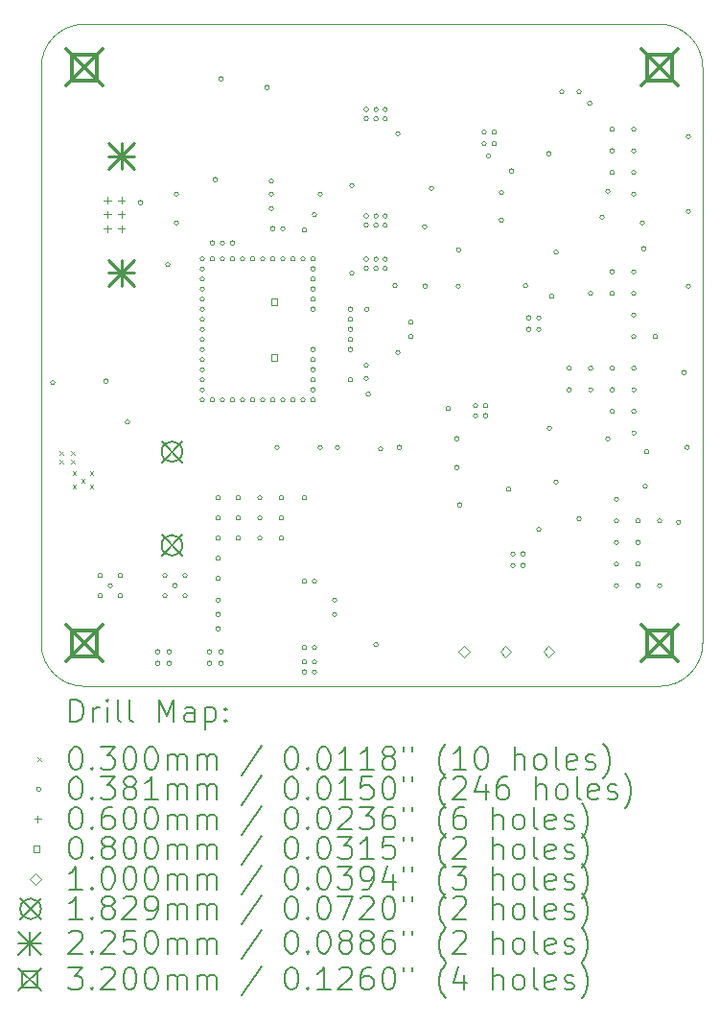
<source format=gbr>
%TF.GenerationSoftware,KiCad,Pcbnew,8.0.9*%
%TF.CreationDate,2025-05-21T15:35:49-04:00*%
%TF.ProjectId,rocket_power_board,726f636b-6574-45f7-906f-7765725f626f,rev?*%
%TF.SameCoordinates,Original*%
%TF.FileFunction,Drillmap*%
%TF.FilePolarity,Positive*%
%FSLAX45Y45*%
G04 Gerber Fmt 4.5, Leading zero omitted, Abs format (unit mm)*
G04 Created by KiCad (PCBNEW 8.0.9) date 2025-05-21 15:35:49*
%MOMM*%
%LPD*%
G01*
G04 APERTURE LIST*
%ADD10C,0.050000*%
%ADD11C,0.200000*%
%ADD12C,0.100000*%
%ADD13C,0.182880*%
%ADD14C,0.225000*%
%ADD15C,0.320000*%
G04 APERTURE END LIST*
D10*
X19634200Y-13843000D02*
G75*
G02*
X19253200Y-13462000I0J381000D01*
G01*
X24714200Y-13843000D02*
X19634200Y-13843000D01*
X25095200Y-13462000D02*
X25095200Y-8382000D01*
X25095200Y-13462000D02*
G75*
G02*
X24714200Y-13843000I-381000J0D01*
G01*
X24714200Y-8001000D02*
G75*
G02*
X25095200Y-8382000I0J-381000D01*
G01*
X19253200Y-13462000D02*
X19253200Y-8382000D01*
X19253200Y-8382000D02*
G75*
G02*
X19634200Y-8001000I381000J0D01*
G01*
X19634200Y-8001000D02*
X24714200Y-8001000D01*
D11*
D12*
X19416000Y-11770600D02*
X19446000Y-11800600D01*
X19446000Y-11770600D02*
X19416000Y-11800600D01*
X19416000Y-11846800D02*
X19446000Y-11876800D01*
X19446000Y-11846800D02*
X19416000Y-11876800D01*
X19517600Y-11770600D02*
X19547600Y-11800600D01*
X19547600Y-11770600D02*
X19517600Y-11800600D01*
X19517600Y-11846800D02*
X19547600Y-11876800D01*
X19547600Y-11846800D02*
X19517600Y-11876800D01*
X19530300Y-11948400D02*
X19560300Y-11978400D01*
X19560300Y-11948400D02*
X19530300Y-11978400D01*
X19530300Y-12062700D02*
X19560300Y-12092700D01*
X19560300Y-12062700D02*
X19530300Y-12092700D01*
X19606500Y-12011900D02*
X19636500Y-12041900D01*
X19636500Y-12011900D02*
X19606500Y-12041900D01*
X19606500Y-12011900D02*
X19636500Y-12041900D01*
X19636500Y-12011900D02*
X19606500Y-12041900D01*
X19682700Y-11948400D02*
X19712700Y-11978400D01*
X19712700Y-11948400D02*
X19682700Y-11978400D01*
X19682700Y-12062700D02*
X19712700Y-12092700D01*
X19712700Y-12062700D02*
X19682700Y-12092700D01*
X19373850Y-11163300D02*
G75*
G02*
X19335750Y-11163300I-19050J0D01*
G01*
X19335750Y-11163300D02*
G75*
G02*
X19373850Y-11163300I19050J0D01*
G01*
X19792950Y-12865100D02*
G75*
G02*
X19754850Y-12865100I-19050J0D01*
G01*
X19754850Y-12865100D02*
G75*
G02*
X19792950Y-12865100I19050J0D01*
G01*
X19792950Y-13042900D02*
G75*
G02*
X19754850Y-13042900I-19050J0D01*
G01*
X19754850Y-13042900D02*
G75*
G02*
X19792950Y-13042900I19050J0D01*
G01*
X19843750Y-11150600D02*
G75*
G02*
X19805650Y-11150600I-19050J0D01*
G01*
X19805650Y-11150600D02*
G75*
G02*
X19843750Y-11150600I19050J0D01*
G01*
X19881850Y-12954000D02*
G75*
G02*
X19843750Y-12954000I-19050J0D01*
G01*
X19843750Y-12954000D02*
G75*
G02*
X19881850Y-12954000I19050J0D01*
G01*
X19970750Y-12865100D02*
G75*
G02*
X19932650Y-12865100I-19050J0D01*
G01*
X19932650Y-12865100D02*
G75*
G02*
X19970750Y-12865100I19050J0D01*
G01*
X19970750Y-13042900D02*
G75*
G02*
X19932650Y-13042900I-19050J0D01*
G01*
X19932650Y-13042900D02*
G75*
G02*
X19970750Y-13042900I19050J0D01*
G01*
X20033800Y-11511280D02*
G75*
G02*
X19995700Y-11511280I-19050J0D01*
G01*
X19995700Y-11511280D02*
G75*
G02*
X20033800Y-11511280I19050J0D01*
G01*
X20148550Y-9575800D02*
G75*
G02*
X20110450Y-9575800I-19050J0D01*
G01*
X20110450Y-9575800D02*
G75*
G02*
X20148550Y-9575800I19050J0D01*
G01*
X20300950Y-13538200D02*
G75*
G02*
X20262850Y-13538200I-19050J0D01*
G01*
X20262850Y-13538200D02*
G75*
G02*
X20300950Y-13538200I19050J0D01*
G01*
X20300950Y-13639800D02*
G75*
G02*
X20262850Y-13639800I-19050J0D01*
G01*
X20262850Y-13639800D02*
G75*
G02*
X20300950Y-13639800I19050J0D01*
G01*
X20364450Y-12865100D02*
G75*
G02*
X20326350Y-12865100I-19050J0D01*
G01*
X20326350Y-12865100D02*
G75*
G02*
X20364450Y-12865100I19050J0D01*
G01*
X20364450Y-13042900D02*
G75*
G02*
X20326350Y-13042900I-19050J0D01*
G01*
X20326350Y-13042900D02*
G75*
G02*
X20364450Y-13042900I19050J0D01*
G01*
X20389850Y-10121900D02*
G75*
G02*
X20351750Y-10121900I-19050J0D01*
G01*
X20351750Y-10121900D02*
G75*
G02*
X20389850Y-10121900I19050J0D01*
G01*
X20402550Y-13538200D02*
G75*
G02*
X20364450Y-13538200I-19050J0D01*
G01*
X20364450Y-13538200D02*
G75*
G02*
X20402550Y-13538200I19050J0D01*
G01*
X20402550Y-13639800D02*
G75*
G02*
X20364450Y-13639800I-19050J0D01*
G01*
X20364450Y-13639800D02*
G75*
G02*
X20402550Y-13639800I19050J0D01*
G01*
X20453350Y-12954000D02*
G75*
G02*
X20415250Y-12954000I-19050J0D01*
G01*
X20415250Y-12954000D02*
G75*
G02*
X20453350Y-12954000I19050J0D01*
G01*
X20466050Y-9499600D02*
G75*
G02*
X20427950Y-9499600I-19050J0D01*
G01*
X20427950Y-9499600D02*
G75*
G02*
X20466050Y-9499600I19050J0D01*
G01*
X20466050Y-9753600D02*
G75*
G02*
X20427950Y-9753600I-19050J0D01*
G01*
X20427950Y-9753600D02*
G75*
G02*
X20466050Y-9753600I19050J0D01*
G01*
X20542250Y-12865100D02*
G75*
G02*
X20504150Y-12865100I-19050J0D01*
G01*
X20504150Y-12865100D02*
G75*
G02*
X20542250Y-12865100I19050J0D01*
G01*
X20542250Y-13042900D02*
G75*
G02*
X20504150Y-13042900I-19050J0D01*
G01*
X20504150Y-13042900D02*
G75*
G02*
X20542250Y-13042900I19050J0D01*
G01*
X20694650Y-10071100D02*
G75*
G02*
X20656550Y-10071100I-19050J0D01*
G01*
X20656550Y-10071100D02*
G75*
G02*
X20694650Y-10071100I19050J0D01*
G01*
X20694650Y-10160000D02*
G75*
G02*
X20656550Y-10160000I-19050J0D01*
G01*
X20656550Y-10160000D02*
G75*
G02*
X20694650Y-10160000I19050J0D01*
G01*
X20694650Y-10248900D02*
G75*
G02*
X20656550Y-10248900I-19050J0D01*
G01*
X20656550Y-10248900D02*
G75*
G02*
X20694650Y-10248900I19050J0D01*
G01*
X20694650Y-10337800D02*
G75*
G02*
X20656550Y-10337800I-19050J0D01*
G01*
X20656550Y-10337800D02*
G75*
G02*
X20694650Y-10337800I19050J0D01*
G01*
X20694650Y-10426700D02*
G75*
G02*
X20656550Y-10426700I-19050J0D01*
G01*
X20656550Y-10426700D02*
G75*
G02*
X20694650Y-10426700I19050J0D01*
G01*
X20694650Y-10515600D02*
G75*
G02*
X20656550Y-10515600I-19050J0D01*
G01*
X20656550Y-10515600D02*
G75*
G02*
X20694650Y-10515600I19050J0D01*
G01*
X20694650Y-10604500D02*
G75*
G02*
X20656550Y-10604500I-19050J0D01*
G01*
X20656550Y-10604500D02*
G75*
G02*
X20694650Y-10604500I19050J0D01*
G01*
X20694650Y-10693400D02*
G75*
G02*
X20656550Y-10693400I-19050J0D01*
G01*
X20656550Y-10693400D02*
G75*
G02*
X20694650Y-10693400I19050J0D01*
G01*
X20694650Y-10782300D02*
G75*
G02*
X20656550Y-10782300I-19050J0D01*
G01*
X20656550Y-10782300D02*
G75*
G02*
X20694650Y-10782300I19050J0D01*
G01*
X20694650Y-10871200D02*
G75*
G02*
X20656550Y-10871200I-19050J0D01*
G01*
X20656550Y-10871200D02*
G75*
G02*
X20694650Y-10871200I19050J0D01*
G01*
X20694650Y-10960100D02*
G75*
G02*
X20656550Y-10960100I-19050J0D01*
G01*
X20656550Y-10960100D02*
G75*
G02*
X20694650Y-10960100I19050J0D01*
G01*
X20694650Y-11049000D02*
G75*
G02*
X20656550Y-11049000I-19050J0D01*
G01*
X20656550Y-11049000D02*
G75*
G02*
X20694650Y-11049000I19050J0D01*
G01*
X20694650Y-11137900D02*
G75*
G02*
X20656550Y-11137900I-19050J0D01*
G01*
X20656550Y-11137900D02*
G75*
G02*
X20694650Y-11137900I19050J0D01*
G01*
X20694650Y-11226800D02*
G75*
G02*
X20656550Y-11226800I-19050J0D01*
G01*
X20656550Y-11226800D02*
G75*
G02*
X20694650Y-11226800I19050J0D01*
G01*
X20694650Y-11315700D02*
G75*
G02*
X20656550Y-11315700I-19050J0D01*
G01*
X20656550Y-11315700D02*
G75*
G02*
X20694650Y-11315700I19050J0D01*
G01*
X20758150Y-13538200D02*
G75*
G02*
X20720050Y-13538200I-19050J0D01*
G01*
X20720050Y-13538200D02*
G75*
G02*
X20758150Y-13538200I19050J0D01*
G01*
X20758150Y-13639800D02*
G75*
G02*
X20720050Y-13639800I-19050J0D01*
G01*
X20720050Y-13639800D02*
G75*
G02*
X20758150Y-13639800I19050J0D01*
G01*
X20783550Y-9931400D02*
G75*
G02*
X20745450Y-9931400I-19050J0D01*
G01*
X20745450Y-9931400D02*
G75*
G02*
X20783550Y-9931400I19050J0D01*
G01*
X20783550Y-10071100D02*
G75*
G02*
X20745450Y-10071100I-19050J0D01*
G01*
X20745450Y-10071100D02*
G75*
G02*
X20783550Y-10071100I19050J0D01*
G01*
X20783550Y-11315700D02*
G75*
G02*
X20745450Y-11315700I-19050J0D01*
G01*
X20745450Y-11315700D02*
G75*
G02*
X20783550Y-11315700I19050J0D01*
G01*
X20808950Y-9372600D02*
G75*
G02*
X20770850Y-9372600I-19050J0D01*
G01*
X20770850Y-9372600D02*
G75*
G02*
X20808950Y-9372600I19050J0D01*
G01*
X20834350Y-12179300D02*
G75*
G02*
X20796250Y-12179300I-19050J0D01*
G01*
X20796250Y-12179300D02*
G75*
G02*
X20834350Y-12179300I19050J0D01*
G01*
X20834350Y-12357100D02*
G75*
G02*
X20796250Y-12357100I-19050J0D01*
G01*
X20796250Y-12357100D02*
G75*
G02*
X20834350Y-12357100I19050J0D01*
G01*
X20834350Y-12534900D02*
G75*
G02*
X20796250Y-12534900I-19050J0D01*
G01*
X20796250Y-12534900D02*
G75*
G02*
X20834350Y-12534900I19050J0D01*
G01*
X20834350Y-12712700D02*
G75*
G02*
X20796250Y-12712700I-19050J0D01*
G01*
X20796250Y-12712700D02*
G75*
G02*
X20834350Y-12712700I19050J0D01*
G01*
X20834350Y-12890500D02*
G75*
G02*
X20796250Y-12890500I-19050J0D01*
G01*
X20796250Y-12890500D02*
G75*
G02*
X20834350Y-12890500I19050J0D01*
G01*
X20834350Y-13208000D02*
G75*
G02*
X20796250Y-13208000I-19050J0D01*
G01*
X20796250Y-13208000D02*
G75*
G02*
X20834350Y-13208000I19050J0D01*
G01*
X20834350Y-13335000D02*
G75*
G02*
X20796250Y-13335000I-19050J0D01*
G01*
X20796250Y-13335000D02*
G75*
G02*
X20834350Y-13335000I19050J0D01*
G01*
X20834900Y-13081000D02*
G75*
G02*
X20796800Y-13081000I-19050J0D01*
G01*
X20796800Y-13081000D02*
G75*
G02*
X20834900Y-13081000I19050J0D01*
G01*
X20859750Y-8483600D02*
G75*
G02*
X20821650Y-8483600I-19050J0D01*
G01*
X20821650Y-8483600D02*
G75*
G02*
X20859750Y-8483600I19050J0D01*
G01*
X20859750Y-13538200D02*
G75*
G02*
X20821650Y-13538200I-19050J0D01*
G01*
X20821650Y-13538200D02*
G75*
G02*
X20859750Y-13538200I19050J0D01*
G01*
X20859750Y-13639800D02*
G75*
G02*
X20821650Y-13639800I-19050J0D01*
G01*
X20821650Y-13639800D02*
G75*
G02*
X20859750Y-13639800I19050J0D01*
G01*
X20872450Y-9931400D02*
G75*
G02*
X20834350Y-9931400I-19050J0D01*
G01*
X20834350Y-9931400D02*
G75*
G02*
X20872450Y-9931400I19050J0D01*
G01*
X20872450Y-10071100D02*
G75*
G02*
X20834350Y-10071100I-19050J0D01*
G01*
X20834350Y-10071100D02*
G75*
G02*
X20872450Y-10071100I19050J0D01*
G01*
X20872450Y-11315700D02*
G75*
G02*
X20834350Y-11315700I-19050J0D01*
G01*
X20834350Y-11315700D02*
G75*
G02*
X20872450Y-11315700I19050J0D01*
G01*
X20961350Y-9931400D02*
G75*
G02*
X20923250Y-9931400I-19050J0D01*
G01*
X20923250Y-9931400D02*
G75*
G02*
X20961350Y-9931400I19050J0D01*
G01*
X20961350Y-10071100D02*
G75*
G02*
X20923250Y-10071100I-19050J0D01*
G01*
X20923250Y-10071100D02*
G75*
G02*
X20961350Y-10071100I19050J0D01*
G01*
X20961350Y-11315700D02*
G75*
G02*
X20923250Y-11315700I-19050J0D01*
G01*
X20923250Y-11315700D02*
G75*
G02*
X20961350Y-11315700I19050J0D01*
G01*
X21012150Y-12179300D02*
G75*
G02*
X20974050Y-12179300I-19050J0D01*
G01*
X20974050Y-12179300D02*
G75*
G02*
X21012150Y-12179300I19050J0D01*
G01*
X21012150Y-12357100D02*
G75*
G02*
X20974050Y-12357100I-19050J0D01*
G01*
X20974050Y-12357100D02*
G75*
G02*
X21012150Y-12357100I19050J0D01*
G01*
X21012150Y-12534900D02*
G75*
G02*
X20974050Y-12534900I-19050J0D01*
G01*
X20974050Y-12534900D02*
G75*
G02*
X21012150Y-12534900I19050J0D01*
G01*
X21050250Y-10071100D02*
G75*
G02*
X21012150Y-10071100I-19050J0D01*
G01*
X21012150Y-10071100D02*
G75*
G02*
X21050250Y-10071100I19050J0D01*
G01*
X21050250Y-11315700D02*
G75*
G02*
X21012150Y-11315700I-19050J0D01*
G01*
X21012150Y-11315700D02*
G75*
G02*
X21050250Y-11315700I19050J0D01*
G01*
X21139150Y-10071100D02*
G75*
G02*
X21101050Y-10071100I-19050J0D01*
G01*
X21101050Y-10071100D02*
G75*
G02*
X21139150Y-10071100I19050J0D01*
G01*
X21139150Y-11315700D02*
G75*
G02*
X21101050Y-11315700I-19050J0D01*
G01*
X21101050Y-11315700D02*
G75*
G02*
X21139150Y-11315700I19050J0D01*
G01*
X21202650Y-12179300D02*
G75*
G02*
X21164550Y-12179300I-19050J0D01*
G01*
X21164550Y-12179300D02*
G75*
G02*
X21202650Y-12179300I19050J0D01*
G01*
X21202650Y-12357100D02*
G75*
G02*
X21164550Y-12357100I-19050J0D01*
G01*
X21164550Y-12357100D02*
G75*
G02*
X21202650Y-12357100I19050J0D01*
G01*
X21202650Y-12534900D02*
G75*
G02*
X21164550Y-12534900I-19050J0D01*
G01*
X21164550Y-12534900D02*
G75*
G02*
X21202650Y-12534900I19050J0D01*
G01*
X21228050Y-10071100D02*
G75*
G02*
X21189950Y-10071100I-19050J0D01*
G01*
X21189950Y-10071100D02*
G75*
G02*
X21228050Y-10071100I19050J0D01*
G01*
X21228050Y-11315700D02*
G75*
G02*
X21189950Y-11315700I-19050J0D01*
G01*
X21189950Y-11315700D02*
G75*
G02*
X21228050Y-11315700I19050J0D01*
G01*
X21266150Y-8559800D02*
G75*
G02*
X21228050Y-8559800I-19050J0D01*
G01*
X21228050Y-8559800D02*
G75*
G02*
X21266150Y-8559800I19050J0D01*
G01*
X21304250Y-9385300D02*
G75*
G02*
X21266150Y-9385300I-19050J0D01*
G01*
X21266150Y-9385300D02*
G75*
G02*
X21304250Y-9385300I19050J0D01*
G01*
X21304250Y-9499600D02*
G75*
G02*
X21266150Y-9499600I-19050J0D01*
G01*
X21266150Y-9499600D02*
G75*
G02*
X21304250Y-9499600I19050J0D01*
G01*
X21304250Y-9626600D02*
G75*
G02*
X21266150Y-9626600I-19050J0D01*
G01*
X21266150Y-9626600D02*
G75*
G02*
X21304250Y-9626600I19050J0D01*
G01*
X21316950Y-9804400D02*
G75*
G02*
X21278850Y-9804400I-19050J0D01*
G01*
X21278850Y-9804400D02*
G75*
G02*
X21316950Y-9804400I19050J0D01*
G01*
X21316950Y-10071100D02*
G75*
G02*
X21278850Y-10071100I-19050J0D01*
G01*
X21278850Y-10071100D02*
G75*
G02*
X21316950Y-10071100I19050J0D01*
G01*
X21316950Y-11315700D02*
G75*
G02*
X21278850Y-11315700I-19050J0D01*
G01*
X21278850Y-11315700D02*
G75*
G02*
X21316950Y-11315700I19050J0D01*
G01*
X21355050Y-11734800D02*
G75*
G02*
X21316950Y-11734800I-19050J0D01*
G01*
X21316950Y-11734800D02*
G75*
G02*
X21355050Y-11734800I19050J0D01*
G01*
X21393150Y-12179300D02*
G75*
G02*
X21355050Y-12179300I-19050J0D01*
G01*
X21355050Y-12179300D02*
G75*
G02*
X21393150Y-12179300I19050J0D01*
G01*
X21393150Y-12357100D02*
G75*
G02*
X21355050Y-12357100I-19050J0D01*
G01*
X21355050Y-12357100D02*
G75*
G02*
X21393150Y-12357100I19050J0D01*
G01*
X21393150Y-12534900D02*
G75*
G02*
X21355050Y-12534900I-19050J0D01*
G01*
X21355050Y-12534900D02*
G75*
G02*
X21393150Y-12534900I19050J0D01*
G01*
X21405850Y-9804400D02*
G75*
G02*
X21367750Y-9804400I-19050J0D01*
G01*
X21367750Y-9804400D02*
G75*
G02*
X21405850Y-9804400I19050J0D01*
G01*
X21405850Y-10071100D02*
G75*
G02*
X21367750Y-10071100I-19050J0D01*
G01*
X21367750Y-10071100D02*
G75*
G02*
X21405850Y-10071100I19050J0D01*
G01*
X21405850Y-11315700D02*
G75*
G02*
X21367750Y-11315700I-19050J0D01*
G01*
X21367750Y-11315700D02*
G75*
G02*
X21405850Y-11315700I19050J0D01*
G01*
X21494750Y-10071100D02*
G75*
G02*
X21456650Y-10071100I-19050J0D01*
G01*
X21456650Y-10071100D02*
G75*
G02*
X21494750Y-10071100I19050J0D01*
G01*
X21494750Y-11315700D02*
G75*
G02*
X21456650Y-11315700I-19050J0D01*
G01*
X21456650Y-11315700D02*
G75*
G02*
X21494750Y-11315700I19050J0D01*
G01*
X21583650Y-10071100D02*
G75*
G02*
X21545550Y-10071100I-19050J0D01*
G01*
X21545550Y-10071100D02*
G75*
G02*
X21583650Y-10071100I19050J0D01*
G01*
X21583650Y-11315700D02*
G75*
G02*
X21545550Y-11315700I-19050J0D01*
G01*
X21545550Y-11315700D02*
G75*
G02*
X21583650Y-11315700I19050J0D01*
G01*
X21596350Y-9817100D02*
G75*
G02*
X21558250Y-9817100I-19050J0D01*
G01*
X21558250Y-9817100D02*
G75*
G02*
X21596350Y-9817100I19050J0D01*
G01*
X21596350Y-12179300D02*
G75*
G02*
X21558250Y-12179300I-19050J0D01*
G01*
X21558250Y-12179300D02*
G75*
G02*
X21596350Y-12179300I19050J0D01*
G01*
X21596350Y-12915900D02*
G75*
G02*
X21558250Y-12915900I-19050J0D01*
G01*
X21558250Y-12915900D02*
G75*
G02*
X21596350Y-12915900I19050J0D01*
G01*
X21596350Y-13500100D02*
G75*
G02*
X21558250Y-13500100I-19050J0D01*
G01*
X21558250Y-13500100D02*
G75*
G02*
X21596350Y-13500100I19050J0D01*
G01*
X21596350Y-13627100D02*
G75*
G02*
X21558250Y-13627100I-19050J0D01*
G01*
X21558250Y-13627100D02*
G75*
G02*
X21596350Y-13627100I19050J0D01*
G01*
X21596350Y-13716000D02*
G75*
G02*
X21558250Y-13716000I-19050J0D01*
G01*
X21558250Y-13716000D02*
G75*
G02*
X21596350Y-13716000I19050J0D01*
G01*
X21672550Y-10071100D02*
G75*
G02*
X21634450Y-10071100I-19050J0D01*
G01*
X21634450Y-10071100D02*
G75*
G02*
X21672550Y-10071100I19050J0D01*
G01*
X21672550Y-10160000D02*
G75*
G02*
X21634450Y-10160000I-19050J0D01*
G01*
X21634450Y-10160000D02*
G75*
G02*
X21672550Y-10160000I19050J0D01*
G01*
X21672550Y-10248900D02*
G75*
G02*
X21634450Y-10248900I-19050J0D01*
G01*
X21634450Y-10248900D02*
G75*
G02*
X21672550Y-10248900I19050J0D01*
G01*
X21672550Y-10337800D02*
G75*
G02*
X21634450Y-10337800I-19050J0D01*
G01*
X21634450Y-10337800D02*
G75*
G02*
X21672550Y-10337800I19050J0D01*
G01*
X21672550Y-10426700D02*
G75*
G02*
X21634450Y-10426700I-19050J0D01*
G01*
X21634450Y-10426700D02*
G75*
G02*
X21672550Y-10426700I19050J0D01*
G01*
X21672550Y-10515600D02*
G75*
G02*
X21634450Y-10515600I-19050J0D01*
G01*
X21634450Y-10515600D02*
G75*
G02*
X21672550Y-10515600I19050J0D01*
G01*
X21672550Y-10871200D02*
G75*
G02*
X21634450Y-10871200I-19050J0D01*
G01*
X21634450Y-10871200D02*
G75*
G02*
X21672550Y-10871200I19050J0D01*
G01*
X21672550Y-10960100D02*
G75*
G02*
X21634450Y-10960100I-19050J0D01*
G01*
X21634450Y-10960100D02*
G75*
G02*
X21672550Y-10960100I19050J0D01*
G01*
X21672550Y-11049000D02*
G75*
G02*
X21634450Y-11049000I-19050J0D01*
G01*
X21634450Y-11049000D02*
G75*
G02*
X21672550Y-11049000I19050J0D01*
G01*
X21672550Y-11137900D02*
G75*
G02*
X21634450Y-11137900I-19050J0D01*
G01*
X21634450Y-11137900D02*
G75*
G02*
X21672550Y-11137900I19050J0D01*
G01*
X21672550Y-11226800D02*
G75*
G02*
X21634450Y-11226800I-19050J0D01*
G01*
X21634450Y-11226800D02*
G75*
G02*
X21672550Y-11226800I19050J0D01*
G01*
X21672550Y-11315700D02*
G75*
G02*
X21634450Y-11315700I-19050J0D01*
G01*
X21634450Y-11315700D02*
G75*
G02*
X21672550Y-11315700I19050J0D01*
G01*
X21684500Y-9681148D02*
G75*
G02*
X21646400Y-9681148I-19050J0D01*
G01*
X21646400Y-9681148D02*
G75*
G02*
X21684500Y-9681148I19050J0D01*
G01*
X21685250Y-12915900D02*
G75*
G02*
X21647150Y-12915900I-19050J0D01*
G01*
X21647150Y-12915900D02*
G75*
G02*
X21685250Y-12915900I19050J0D01*
G01*
X21685250Y-13500100D02*
G75*
G02*
X21647150Y-13500100I-19050J0D01*
G01*
X21647150Y-13500100D02*
G75*
G02*
X21685250Y-13500100I19050J0D01*
G01*
X21685250Y-13627100D02*
G75*
G02*
X21647150Y-13627100I-19050J0D01*
G01*
X21647150Y-13627100D02*
G75*
G02*
X21685250Y-13627100I19050J0D01*
G01*
X21685250Y-13716000D02*
G75*
G02*
X21647150Y-13716000I-19050J0D01*
G01*
X21647150Y-13716000D02*
G75*
G02*
X21685250Y-13716000I19050J0D01*
G01*
X21736050Y-9499600D02*
G75*
G02*
X21697950Y-9499600I-19050J0D01*
G01*
X21697950Y-9499600D02*
G75*
G02*
X21736050Y-9499600I19050J0D01*
G01*
X21736050Y-11734800D02*
G75*
G02*
X21697950Y-11734800I-19050J0D01*
G01*
X21697950Y-11734800D02*
G75*
G02*
X21736050Y-11734800I19050J0D01*
G01*
X21863050Y-13081000D02*
G75*
G02*
X21824950Y-13081000I-19050J0D01*
G01*
X21824950Y-13081000D02*
G75*
G02*
X21863050Y-13081000I19050J0D01*
G01*
X21863050Y-13208000D02*
G75*
G02*
X21824950Y-13208000I-19050J0D01*
G01*
X21824950Y-13208000D02*
G75*
G02*
X21863050Y-13208000I19050J0D01*
G01*
X21888450Y-11734800D02*
G75*
G02*
X21850350Y-11734800I-19050J0D01*
G01*
X21850350Y-11734800D02*
G75*
G02*
X21888450Y-11734800I19050J0D01*
G01*
X22002750Y-10515600D02*
G75*
G02*
X21964650Y-10515600I-19050J0D01*
G01*
X21964650Y-10515600D02*
G75*
G02*
X22002750Y-10515600I19050J0D01*
G01*
X22002750Y-10604500D02*
G75*
G02*
X21964650Y-10604500I-19050J0D01*
G01*
X21964650Y-10604500D02*
G75*
G02*
X22002750Y-10604500I19050J0D01*
G01*
X22002750Y-10693400D02*
G75*
G02*
X21964650Y-10693400I-19050J0D01*
G01*
X21964650Y-10693400D02*
G75*
G02*
X22002750Y-10693400I19050J0D01*
G01*
X22002750Y-10782300D02*
G75*
G02*
X21964650Y-10782300I-19050J0D01*
G01*
X21964650Y-10782300D02*
G75*
G02*
X22002750Y-10782300I19050J0D01*
G01*
X22002750Y-10871200D02*
G75*
G02*
X21964650Y-10871200I-19050J0D01*
G01*
X21964650Y-10871200D02*
G75*
G02*
X22002750Y-10871200I19050J0D01*
G01*
X22002750Y-11137900D02*
G75*
G02*
X21964650Y-11137900I-19050J0D01*
G01*
X21964650Y-11137900D02*
G75*
G02*
X22002750Y-11137900I19050J0D01*
G01*
X22015450Y-9423400D02*
G75*
G02*
X21977350Y-9423400I-19050J0D01*
G01*
X21977350Y-9423400D02*
G75*
G02*
X22015450Y-9423400I19050J0D01*
G01*
X22015450Y-10198100D02*
G75*
G02*
X21977350Y-10198100I-19050J0D01*
G01*
X21977350Y-10198100D02*
G75*
G02*
X22015450Y-10198100I19050J0D01*
G01*
X22142450Y-8752840D02*
G75*
G02*
X22104350Y-8752840I-19050J0D01*
G01*
X22104350Y-8752840D02*
G75*
G02*
X22142450Y-8752840I19050J0D01*
G01*
X22142450Y-8834120D02*
G75*
G02*
X22104350Y-8834120I-19050J0D01*
G01*
X22104350Y-8834120D02*
G75*
G02*
X22142450Y-8834120I19050J0D01*
G01*
X22142450Y-9692640D02*
G75*
G02*
X22104350Y-9692640I-19050J0D01*
G01*
X22104350Y-9692640D02*
G75*
G02*
X22142450Y-9692640I19050J0D01*
G01*
X22142450Y-9773920D02*
G75*
G02*
X22104350Y-9773920I-19050J0D01*
G01*
X22104350Y-9773920D02*
G75*
G02*
X22142450Y-9773920I19050J0D01*
G01*
X22142450Y-10073640D02*
G75*
G02*
X22104350Y-10073640I-19050J0D01*
G01*
X22104350Y-10073640D02*
G75*
G02*
X22142450Y-10073640I19050J0D01*
G01*
X22142450Y-10154920D02*
G75*
G02*
X22104350Y-10154920I-19050J0D01*
G01*
X22104350Y-10154920D02*
G75*
G02*
X22142450Y-10154920I19050J0D01*
G01*
X22142450Y-11010900D02*
G75*
G02*
X22104350Y-11010900I-19050J0D01*
G01*
X22104350Y-11010900D02*
G75*
G02*
X22142450Y-11010900I19050J0D01*
G01*
X22142450Y-11125200D02*
G75*
G02*
X22104350Y-11125200I-19050J0D01*
G01*
X22104350Y-11125200D02*
G75*
G02*
X22142450Y-11125200I19050J0D01*
G01*
X22147530Y-10515600D02*
G75*
G02*
X22109430Y-10515600I-19050J0D01*
G01*
X22109430Y-10515600D02*
G75*
G02*
X22147530Y-10515600I19050J0D01*
G01*
X22160230Y-11264900D02*
G75*
G02*
X22122130Y-11264900I-19050J0D01*
G01*
X22122130Y-11264900D02*
G75*
G02*
X22160230Y-11264900I19050J0D01*
G01*
X22228299Y-13474471D02*
G75*
G02*
X22190199Y-13474471I-19050J0D01*
G01*
X22190199Y-13474471D02*
G75*
G02*
X22228299Y-13474471I19050J0D01*
G01*
X22228810Y-8752840D02*
G75*
G02*
X22190710Y-8752840I-19050J0D01*
G01*
X22190710Y-8752840D02*
G75*
G02*
X22228810Y-8752840I19050J0D01*
G01*
X22228810Y-8834120D02*
G75*
G02*
X22190710Y-8834120I-19050J0D01*
G01*
X22190710Y-8834120D02*
G75*
G02*
X22228810Y-8834120I19050J0D01*
G01*
X22228810Y-9692640D02*
G75*
G02*
X22190710Y-9692640I-19050J0D01*
G01*
X22190710Y-9692640D02*
G75*
G02*
X22228810Y-9692640I19050J0D01*
G01*
X22228810Y-9773920D02*
G75*
G02*
X22190710Y-9773920I-19050J0D01*
G01*
X22190710Y-9773920D02*
G75*
G02*
X22228810Y-9773920I19050J0D01*
G01*
X22228810Y-10073640D02*
G75*
G02*
X22190710Y-10073640I-19050J0D01*
G01*
X22190710Y-10073640D02*
G75*
G02*
X22228810Y-10073640I19050J0D01*
G01*
X22228810Y-10154920D02*
G75*
G02*
X22190710Y-10154920I-19050J0D01*
G01*
X22190710Y-10154920D02*
G75*
G02*
X22228810Y-10154920I19050J0D01*
G01*
X22269450Y-11747500D02*
G75*
G02*
X22231350Y-11747500I-19050J0D01*
G01*
X22231350Y-11747500D02*
G75*
G02*
X22269450Y-11747500I19050J0D01*
G01*
X22310090Y-8752840D02*
G75*
G02*
X22271990Y-8752840I-19050J0D01*
G01*
X22271990Y-8752840D02*
G75*
G02*
X22310090Y-8752840I19050J0D01*
G01*
X22310090Y-8834120D02*
G75*
G02*
X22271990Y-8834120I-19050J0D01*
G01*
X22271990Y-8834120D02*
G75*
G02*
X22310090Y-8834120I19050J0D01*
G01*
X22310090Y-9692640D02*
G75*
G02*
X22271990Y-9692640I-19050J0D01*
G01*
X22271990Y-9692640D02*
G75*
G02*
X22310090Y-9692640I19050J0D01*
G01*
X22310090Y-9773920D02*
G75*
G02*
X22271990Y-9773920I-19050J0D01*
G01*
X22271990Y-9773920D02*
G75*
G02*
X22310090Y-9773920I19050J0D01*
G01*
X22310090Y-10073640D02*
G75*
G02*
X22271990Y-10073640I-19050J0D01*
G01*
X22271990Y-10073640D02*
G75*
G02*
X22310090Y-10073640I19050J0D01*
G01*
X22310090Y-10154920D02*
G75*
G02*
X22271990Y-10154920I-19050J0D01*
G01*
X22271990Y-10154920D02*
G75*
G02*
X22310090Y-10154920I19050J0D01*
G01*
X22396450Y-10307320D02*
G75*
G02*
X22358350Y-10307320I-19050J0D01*
G01*
X22358350Y-10307320D02*
G75*
G02*
X22396450Y-10307320I19050J0D01*
G01*
X22421850Y-8966200D02*
G75*
G02*
X22383750Y-8966200I-19050J0D01*
G01*
X22383750Y-8966200D02*
G75*
G02*
X22421850Y-8966200I19050J0D01*
G01*
X22421850Y-10896600D02*
G75*
G02*
X22383750Y-10896600I-19050J0D01*
G01*
X22383750Y-10896600D02*
G75*
G02*
X22421850Y-10896600I19050J0D01*
G01*
X22434550Y-11734800D02*
G75*
G02*
X22396450Y-11734800I-19050J0D01*
G01*
X22396450Y-11734800D02*
G75*
G02*
X22434550Y-11734800I19050J0D01*
G01*
X22536150Y-10629900D02*
G75*
G02*
X22498050Y-10629900I-19050J0D01*
G01*
X22498050Y-10629900D02*
G75*
G02*
X22536150Y-10629900I19050J0D01*
G01*
X22536150Y-10756900D02*
G75*
G02*
X22498050Y-10756900I-19050J0D01*
G01*
X22498050Y-10756900D02*
G75*
G02*
X22536150Y-10756900I19050J0D01*
G01*
X22658337Y-9786790D02*
G75*
G02*
X22620237Y-9786790I-19050J0D01*
G01*
X22620237Y-9786790D02*
G75*
G02*
X22658337Y-9786790I19050J0D01*
G01*
X22663150Y-10312400D02*
G75*
G02*
X22625050Y-10312400I-19050J0D01*
G01*
X22625050Y-10312400D02*
G75*
G02*
X22663150Y-10312400I19050J0D01*
G01*
X22719030Y-9448800D02*
G75*
G02*
X22680930Y-9448800I-19050J0D01*
G01*
X22680930Y-9448800D02*
G75*
G02*
X22719030Y-9448800I19050J0D01*
G01*
X22866350Y-11391900D02*
G75*
G02*
X22828250Y-11391900I-19050J0D01*
G01*
X22828250Y-11391900D02*
G75*
G02*
X22866350Y-11391900I19050J0D01*
G01*
X22942550Y-11658600D02*
G75*
G02*
X22904450Y-11658600I-19050J0D01*
G01*
X22904450Y-11658600D02*
G75*
G02*
X22942550Y-11658600I19050J0D01*
G01*
X22942550Y-11912600D02*
G75*
G02*
X22904450Y-11912600I-19050J0D01*
G01*
X22904450Y-11912600D02*
G75*
G02*
X22942550Y-11912600I19050J0D01*
G01*
X22955250Y-10312400D02*
G75*
G02*
X22917150Y-10312400I-19050J0D01*
G01*
X22917150Y-10312400D02*
G75*
G02*
X22955250Y-10312400I19050J0D01*
G01*
X22959342Y-9990808D02*
G75*
G02*
X22921242Y-9990808I-19050J0D01*
G01*
X22921242Y-9990808D02*
G75*
G02*
X22959342Y-9990808I19050J0D01*
G01*
X22967950Y-12242800D02*
G75*
G02*
X22929850Y-12242800I-19050J0D01*
G01*
X22929850Y-12242800D02*
G75*
G02*
X22967950Y-12242800I19050J0D01*
G01*
X23107650Y-11366500D02*
G75*
G02*
X23069550Y-11366500I-19050J0D01*
G01*
X23069550Y-11366500D02*
G75*
G02*
X23107650Y-11366500I19050J0D01*
G01*
X23107650Y-11455400D02*
G75*
G02*
X23069550Y-11455400I-19050J0D01*
G01*
X23069550Y-11455400D02*
G75*
G02*
X23107650Y-11455400I19050J0D01*
G01*
X23183850Y-8953500D02*
G75*
G02*
X23145750Y-8953500I-19050J0D01*
G01*
X23145750Y-8953500D02*
G75*
G02*
X23183850Y-8953500I19050J0D01*
G01*
X23183850Y-9055100D02*
G75*
G02*
X23145750Y-9055100I-19050J0D01*
G01*
X23145750Y-9055100D02*
G75*
G02*
X23183850Y-9055100I19050J0D01*
G01*
X23196550Y-11366500D02*
G75*
G02*
X23158450Y-11366500I-19050J0D01*
G01*
X23158450Y-11366500D02*
G75*
G02*
X23196550Y-11366500I19050J0D01*
G01*
X23196550Y-11455400D02*
G75*
G02*
X23158450Y-11455400I-19050J0D01*
G01*
X23158450Y-11455400D02*
G75*
G02*
X23196550Y-11455400I19050J0D01*
G01*
X23221950Y-9164320D02*
G75*
G02*
X23183850Y-9164320I-19050J0D01*
G01*
X23183850Y-9164320D02*
G75*
G02*
X23221950Y-9164320I19050J0D01*
G01*
X23272750Y-8953500D02*
G75*
G02*
X23234650Y-8953500I-19050J0D01*
G01*
X23234650Y-8953500D02*
G75*
G02*
X23272750Y-8953500I19050J0D01*
G01*
X23272750Y-9055100D02*
G75*
G02*
X23234650Y-9055100I-19050J0D01*
G01*
X23234650Y-9055100D02*
G75*
G02*
X23272750Y-9055100I19050J0D01*
G01*
X23335236Y-9729585D02*
G75*
G02*
X23297136Y-9729585I-19050J0D01*
G01*
X23297136Y-9729585D02*
G75*
G02*
X23335236Y-9729585I19050J0D01*
G01*
X23336250Y-9486900D02*
G75*
G02*
X23298150Y-9486900I-19050J0D01*
G01*
X23298150Y-9486900D02*
G75*
G02*
X23336250Y-9486900I19050J0D01*
G01*
X23399750Y-12103100D02*
G75*
G02*
X23361650Y-12103100I-19050J0D01*
G01*
X23361650Y-12103100D02*
G75*
G02*
X23399750Y-12103100I19050J0D01*
G01*
X23425150Y-9296400D02*
G75*
G02*
X23387050Y-9296400I-19050J0D01*
G01*
X23387050Y-9296400D02*
G75*
G02*
X23425150Y-9296400I19050J0D01*
G01*
X23437850Y-12674600D02*
G75*
G02*
X23399750Y-12674600I-19050J0D01*
G01*
X23399750Y-12674600D02*
G75*
G02*
X23437850Y-12674600I19050J0D01*
G01*
X23437850Y-12776200D02*
G75*
G02*
X23399750Y-12776200I-19050J0D01*
G01*
X23399750Y-12776200D02*
G75*
G02*
X23437850Y-12776200I19050J0D01*
G01*
X23526750Y-12674600D02*
G75*
G02*
X23488650Y-12674600I-19050J0D01*
G01*
X23488650Y-12674600D02*
G75*
G02*
X23526750Y-12674600I19050J0D01*
G01*
X23526750Y-12776200D02*
G75*
G02*
X23488650Y-12776200I-19050J0D01*
G01*
X23488650Y-12776200D02*
G75*
G02*
X23526750Y-12776200I19050J0D01*
G01*
X23549610Y-10307320D02*
G75*
G02*
X23511510Y-10307320I-19050J0D01*
G01*
X23511510Y-10307320D02*
G75*
G02*
X23549610Y-10307320I19050J0D01*
G01*
X23577550Y-10591800D02*
G75*
G02*
X23539450Y-10591800I-19050J0D01*
G01*
X23539450Y-10591800D02*
G75*
G02*
X23577550Y-10591800I19050J0D01*
G01*
X23577550Y-10693400D02*
G75*
G02*
X23539450Y-10693400I-19050J0D01*
G01*
X23539450Y-10693400D02*
G75*
G02*
X23577550Y-10693400I19050J0D01*
G01*
X23666450Y-10591800D02*
G75*
G02*
X23628350Y-10591800I-19050J0D01*
G01*
X23628350Y-10591800D02*
G75*
G02*
X23666450Y-10591800I19050J0D01*
G01*
X23666450Y-10693400D02*
G75*
G02*
X23628350Y-10693400I-19050J0D01*
G01*
X23628350Y-10693400D02*
G75*
G02*
X23666450Y-10693400I19050J0D01*
G01*
X23666450Y-12458700D02*
G75*
G02*
X23628350Y-12458700I-19050J0D01*
G01*
X23628350Y-12458700D02*
G75*
G02*
X23666450Y-12458700I19050J0D01*
G01*
X23755350Y-9144000D02*
G75*
G02*
X23717250Y-9144000I-19050J0D01*
G01*
X23717250Y-9144000D02*
G75*
G02*
X23755350Y-9144000I19050J0D01*
G01*
X23760430Y-11564620D02*
G75*
G02*
X23722330Y-11564620I-19050J0D01*
G01*
X23722330Y-11564620D02*
G75*
G02*
X23760430Y-11564620I19050J0D01*
G01*
X23780750Y-10401300D02*
G75*
G02*
X23742650Y-10401300I-19050J0D01*
G01*
X23742650Y-10401300D02*
G75*
G02*
X23780750Y-10401300I19050J0D01*
G01*
X23818850Y-12039600D02*
G75*
G02*
X23780750Y-12039600I-19050J0D01*
G01*
X23780750Y-12039600D02*
G75*
G02*
X23818850Y-12039600I19050J0D01*
G01*
X23819317Y-10012680D02*
G75*
G02*
X23781217Y-10012680I-19050J0D01*
G01*
X23781217Y-10012680D02*
G75*
G02*
X23819317Y-10012680I19050J0D01*
G01*
X23869650Y-8597900D02*
G75*
G02*
X23831550Y-8597900I-19050J0D01*
G01*
X23831550Y-8597900D02*
G75*
G02*
X23869650Y-8597900I19050J0D01*
G01*
X23934200Y-11035750D02*
G75*
G02*
X23896100Y-11035750I-19050J0D01*
G01*
X23896100Y-11035750D02*
G75*
G02*
X23934200Y-11035750I19050J0D01*
G01*
X23934200Y-11226250D02*
G75*
G02*
X23896100Y-11226250I-19050J0D01*
G01*
X23896100Y-11226250D02*
G75*
G02*
X23934200Y-11226250I19050J0D01*
G01*
X24022050Y-8597900D02*
G75*
G02*
X23983950Y-8597900I-19050J0D01*
G01*
X23983950Y-8597900D02*
G75*
G02*
X24022050Y-8597900I19050J0D01*
G01*
X24022050Y-12364720D02*
G75*
G02*
X23983950Y-12364720I-19050J0D01*
G01*
X23983950Y-12364720D02*
G75*
G02*
X24022050Y-12364720I19050J0D01*
G01*
X24116030Y-8699500D02*
G75*
G02*
X24077930Y-8699500I-19050J0D01*
G01*
X24077930Y-8699500D02*
G75*
G02*
X24116030Y-8699500I19050J0D01*
G01*
X24123650Y-10375900D02*
G75*
G02*
X24085550Y-10375900I-19050J0D01*
G01*
X24085550Y-10375900D02*
G75*
G02*
X24123650Y-10375900I19050J0D01*
G01*
X24124700Y-11035750D02*
G75*
G02*
X24086600Y-11035750I-19050J0D01*
G01*
X24086600Y-11035750D02*
G75*
G02*
X24124700Y-11035750I19050J0D01*
G01*
X24124700Y-11226250D02*
G75*
G02*
X24086600Y-11226250I-19050J0D01*
G01*
X24086600Y-11226250D02*
G75*
G02*
X24124700Y-11226250I19050J0D01*
G01*
X24225250Y-9702800D02*
G75*
G02*
X24187150Y-9702800I-19050J0D01*
G01*
X24187150Y-9702800D02*
G75*
G02*
X24225250Y-9702800I19050J0D01*
G01*
X24276050Y-9474200D02*
G75*
G02*
X24237950Y-9474200I-19050J0D01*
G01*
X24237950Y-9474200D02*
G75*
G02*
X24276050Y-9474200I19050J0D01*
G01*
X24276050Y-11658600D02*
G75*
G02*
X24237950Y-11658600I-19050J0D01*
G01*
X24237950Y-11658600D02*
G75*
G02*
X24276050Y-11658600I19050J0D01*
G01*
X24314150Y-8928100D02*
G75*
G02*
X24276050Y-8928100I-19050J0D01*
G01*
X24276050Y-8928100D02*
G75*
G02*
X24314150Y-8928100I19050J0D01*
G01*
X24314150Y-9118600D02*
G75*
G02*
X24276050Y-9118600I-19050J0D01*
G01*
X24276050Y-9118600D02*
G75*
G02*
X24314150Y-9118600I19050J0D01*
G01*
X24314150Y-9309100D02*
G75*
G02*
X24276050Y-9309100I-19050J0D01*
G01*
X24276050Y-9309100D02*
G75*
G02*
X24314150Y-9309100I19050J0D01*
G01*
X24314150Y-10185400D02*
G75*
G02*
X24276050Y-10185400I-19050J0D01*
G01*
X24276050Y-10185400D02*
G75*
G02*
X24314150Y-10185400I19050J0D01*
G01*
X24314150Y-10375900D02*
G75*
G02*
X24276050Y-10375900I-19050J0D01*
G01*
X24276050Y-10375900D02*
G75*
G02*
X24314150Y-10375900I19050J0D01*
G01*
X24315200Y-11035750D02*
G75*
G02*
X24277100Y-11035750I-19050J0D01*
G01*
X24277100Y-11035750D02*
G75*
G02*
X24315200Y-11035750I19050J0D01*
G01*
X24315200Y-11226250D02*
G75*
G02*
X24277100Y-11226250I-19050J0D01*
G01*
X24277100Y-11226250D02*
G75*
G02*
X24315200Y-11226250I19050J0D01*
G01*
X24315200Y-11416750D02*
G75*
G02*
X24277100Y-11416750I-19050J0D01*
G01*
X24277100Y-11416750D02*
G75*
G02*
X24315200Y-11416750I19050J0D01*
G01*
X24352250Y-12192000D02*
G75*
G02*
X24314150Y-12192000I-19050J0D01*
G01*
X24314150Y-12192000D02*
G75*
G02*
X24352250Y-12192000I19050J0D01*
G01*
X24352250Y-12382500D02*
G75*
G02*
X24314150Y-12382500I-19050J0D01*
G01*
X24314150Y-12382500D02*
G75*
G02*
X24352250Y-12382500I19050J0D01*
G01*
X24352250Y-12573000D02*
G75*
G02*
X24314150Y-12573000I-19050J0D01*
G01*
X24314150Y-12573000D02*
G75*
G02*
X24352250Y-12573000I19050J0D01*
G01*
X24352250Y-12763500D02*
G75*
G02*
X24314150Y-12763500I-19050J0D01*
G01*
X24314150Y-12763500D02*
G75*
G02*
X24352250Y-12763500I19050J0D01*
G01*
X24352250Y-12954000D02*
G75*
G02*
X24314150Y-12954000I-19050J0D01*
G01*
X24314150Y-12954000D02*
G75*
G02*
X24352250Y-12954000I19050J0D01*
G01*
X24504650Y-8928100D02*
G75*
G02*
X24466550Y-8928100I-19050J0D01*
G01*
X24466550Y-8928100D02*
G75*
G02*
X24504650Y-8928100I19050J0D01*
G01*
X24504650Y-9118600D02*
G75*
G02*
X24466550Y-9118600I-19050J0D01*
G01*
X24466550Y-9118600D02*
G75*
G02*
X24504650Y-9118600I19050J0D01*
G01*
X24504650Y-9309100D02*
G75*
G02*
X24466550Y-9309100I-19050J0D01*
G01*
X24466550Y-9309100D02*
G75*
G02*
X24504650Y-9309100I19050J0D01*
G01*
X24504650Y-9499600D02*
G75*
G02*
X24466550Y-9499600I-19050J0D01*
G01*
X24466550Y-9499600D02*
G75*
G02*
X24504650Y-9499600I19050J0D01*
G01*
X24504650Y-10185400D02*
G75*
G02*
X24466550Y-10185400I-19050J0D01*
G01*
X24466550Y-10185400D02*
G75*
G02*
X24504650Y-10185400I19050J0D01*
G01*
X24504650Y-10375900D02*
G75*
G02*
X24466550Y-10375900I-19050J0D01*
G01*
X24466550Y-10375900D02*
G75*
G02*
X24504650Y-10375900I19050J0D01*
G01*
X24504650Y-10566400D02*
G75*
G02*
X24466550Y-10566400I-19050J0D01*
G01*
X24466550Y-10566400D02*
G75*
G02*
X24504650Y-10566400I19050J0D01*
G01*
X24504650Y-10756900D02*
G75*
G02*
X24466550Y-10756900I-19050J0D01*
G01*
X24466550Y-10756900D02*
G75*
G02*
X24504650Y-10756900I19050J0D01*
G01*
X24505700Y-11035750D02*
G75*
G02*
X24467600Y-11035750I-19050J0D01*
G01*
X24467600Y-11035750D02*
G75*
G02*
X24505700Y-11035750I19050J0D01*
G01*
X24505700Y-11226250D02*
G75*
G02*
X24467600Y-11226250I-19050J0D01*
G01*
X24467600Y-11226250D02*
G75*
G02*
X24505700Y-11226250I19050J0D01*
G01*
X24505700Y-11416750D02*
G75*
G02*
X24467600Y-11416750I-19050J0D01*
G01*
X24467600Y-11416750D02*
G75*
G02*
X24505700Y-11416750I19050J0D01*
G01*
X24505700Y-11607250D02*
G75*
G02*
X24467600Y-11607250I-19050J0D01*
G01*
X24467600Y-11607250D02*
G75*
G02*
X24505700Y-11607250I19050J0D01*
G01*
X24542750Y-12382500D02*
G75*
G02*
X24504650Y-12382500I-19050J0D01*
G01*
X24504650Y-12382500D02*
G75*
G02*
X24542750Y-12382500I19050J0D01*
G01*
X24542750Y-12573000D02*
G75*
G02*
X24504650Y-12573000I-19050J0D01*
G01*
X24504650Y-12573000D02*
G75*
G02*
X24542750Y-12573000I19050J0D01*
G01*
X24542750Y-12763500D02*
G75*
G02*
X24504650Y-12763500I-19050J0D01*
G01*
X24504650Y-12763500D02*
G75*
G02*
X24542750Y-12763500I19050J0D01*
G01*
X24542750Y-12954000D02*
G75*
G02*
X24504650Y-12954000I-19050J0D01*
G01*
X24504650Y-12954000D02*
G75*
G02*
X24542750Y-12954000I19050J0D01*
G01*
X24580850Y-9753600D02*
G75*
G02*
X24542750Y-9753600I-19050J0D01*
G01*
X24542750Y-9753600D02*
G75*
G02*
X24580850Y-9753600I19050J0D01*
G01*
X24593562Y-9982202D02*
G75*
G02*
X24555462Y-9982202I-19050J0D01*
G01*
X24555462Y-9982202D02*
G75*
G02*
X24593562Y-9982202I19050J0D01*
G01*
X24606250Y-12077700D02*
G75*
G02*
X24568150Y-12077700I-19050J0D01*
G01*
X24568150Y-12077700D02*
G75*
G02*
X24606250Y-12077700I19050J0D01*
G01*
X24618950Y-11772900D02*
G75*
G02*
X24580850Y-11772900I-19050J0D01*
G01*
X24580850Y-11772900D02*
G75*
G02*
X24618950Y-11772900I19050J0D01*
G01*
X24695150Y-10756900D02*
G75*
G02*
X24657050Y-10756900I-19050J0D01*
G01*
X24657050Y-10756900D02*
G75*
G02*
X24695150Y-10756900I19050J0D01*
G01*
X24733250Y-12382500D02*
G75*
G02*
X24695150Y-12382500I-19050J0D01*
G01*
X24695150Y-12382500D02*
G75*
G02*
X24733250Y-12382500I19050J0D01*
G01*
X24733250Y-12954000D02*
G75*
G02*
X24695150Y-12954000I-19050J0D01*
G01*
X24695150Y-12954000D02*
G75*
G02*
X24733250Y-12954000I19050J0D01*
G01*
X24900500Y-12395200D02*
G75*
G02*
X24862400Y-12395200I-19050J0D01*
G01*
X24862400Y-12395200D02*
G75*
G02*
X24900500Y-12395200I19050J0D01*
G01*
X24949150Y-11074400D02*
G75*
G02*
X24911050Y-11074400I-19050J0D01*
G01*
X24911050Y-11074400D02*
G75*
G02*
X24949150Y-11074400I19050J0D01*
G01*
X24976150Y-11734250D02*
G75*
G02*
X24938050Y-11734250I-19050J0D01*
G01*
X24938050Y-11734250D02*
G75*
G02*
X24976150Y-11734250I19050J0D01*
G01*
X24987250Y-8991600D02*
G75*
G02*
X24949150Y-8991600I-19050J0D01*
G01*
X24949150Y-8991600D02*
G75*
G02*
X24987250Y-8991600I19050J0D01*
G01*
X24987250Y-9652000D02*
G75*
G02*
X24949150Y-9652000I-19050J0D01*
G01*
X24949150Y-9652000D02*
G75*
G02*
X24987250Y-9652000I19050J0D01*
G01*
X24987250Y-10312400D02*
G75*
G02*
X24949150Y-10312400I-19050J0D01*
G01*
X24949150Y-10312400D02*
G75*
G02*
X24987250Y-10312400I19050J0D01*
G01*
X19837400Y-9524400D02*
X19837400Y-9584400D01*
X19807400Y-9554400D02*
X19867400Y-9554400D01*
X19837400Y-9649400D02*
X19837400Y-9709400D01*
X19807400Y-9679400D02*
X19867400Y-9679400D01*
X19837400Y-9774400D02*
X19837400Y-9834400D01*
X19807400Y-9804400D02*
X19867400Y-9804400D01*
X19962400Y-9524400D02*
X19962400Y-9584400D01*
X19932400Y-9554400D02*
X19992400Y-9554400D01*
X19962400Y-9649400D02*
X19962400Y-9709400D01*
X19932400Y-9679400D02*
X19992400Y-9679400D01*
X19962400Y-9774400D02*
X19962400Y-9834400D01*
X19932400Y-9804400D02*
X19992400Y-9804400D01*
X21338885Y-10478685D02*
X21338885Y-10422116D01*
X21282316Y-10422116D01*
X21282316Y-10478685D01*
X21338885Y-10478685D01*
X21338885Y-10966685D02*
X21338885Y-10910116D01*
X21282316Y-10910116D01*
X21282316Y-10966685D01*
X21338885Y-10966685D01*
X22987000Y-13588200D02*
X23037000Y-13538200D01*
X22987000Y-13488200D01*
X22937000Y-13538200D01*
X22987000Y-13588200D01*
X23355300Y-13588200D02*
X23405300Y-13538200D01*
X23355300Y-13488200D01*
X23305300Y-13538200D01*
X23355300Y-13588200D01*
X23736300Y-13588200D02*
X23786300Y-13538200D01*
X23736300Y-13488200D01*
X23686300Y-13538200D01*
X23736300Y-13588200D01*
D13*
X20316410Y-11681460D02*
X20499290Y-11864340D01*
X20499290Y-11681460D02*
X20316410Y-11864340D01*
X20499290Y-11772900D02*
G75*
G02*
X20316410Y-11772900I-91440J0D01*
G01*
X20316410Y-11772900D02*
G75*
G02*
X20499290Y-11772900I91440J0D01*
G01*
X20316410Y-12506960D02*
X20499290Y-12689840D01*
X20499290Y-12506960D02*
X20316410Y-12689840D01*
X20499290Y-12598400D02*
G75*
G02*
X20316410Y-12598400I-91440J0D01*
G01*
X20316410Y-12598400D02*
G75*
G02*
X20499290Y-12598400I91440J0D01*
G01*
D14*
X19849900Y-9051900D02*
X20074900Y-9276900D01*
X20074900Y-9051900D02*
X19849900Y-9276900D01*
X19962400Y-9051900D02*
X19962400Y-9276900D01*
X19849900Y-9164400D02*
X20074900Y-9164400D01*
X19849900Y-10081900D02*
X20074900Y-10306900D01*
X20074900Y-10081900D02*
X19849900Y-10306900D01*
X19962400Y-10081900D02*
X19962400Y-10306900D01*
X19849900Y-10194400D02*
X20074900Y-10194400D01*
D15*
X19474200Y-8222000D02*
X19794200Y-8542000D01*
X19794200Y-8222000D02*
X19474200Y-8542000D01*
X19747338Y-8495138D02*
X19747338Y-8268862D01*
X19521062Y-8268862D01*
X19521062Y-8495138D01*
X19747338Y-8495138D01*
X19474200Y-13302000D02*
X19794200Y-13622000D01*
X19794200Y-13302000D02*
X19474200Y-13622000D01*
X19747338Y-13575138D02*
X19747338Y-13348862D01*
X19521062Y-13348862D01*
X19521062Y-13575138D01*
X19747338Y-13575138D01*
X24554200Y-8222000D02*
X24874200Y-8542000D01*
X24874200Y-8222000D02*
X24554200Y-8542000D01*
X24827338Y-8495138D02*
X24827338Y-8268862D01*
X24601062Y-8268862D01*
X24601062Y-8495138D01*
X24827338Y-8495138D01*
X24554200Y-13302000D02*
X24874200Y-13622000D01*
X24874200Y-13302000D02*
X24554200Y-13622000D01*
X24827338Y-13575138D02*
X24827338Y-13348862D01*
X24601062Y-13348862D01*
X24601062Y-13575138D01*
X24827338Y-13575138D01*
D11*
X19511477Y-14156984D02*
X19511477Y-13956984D01*
X19511477Y-13956984D02*
X19559096Y-13956984D01*
X19559096Y-13956984D02*
X19587667Y-13966507D01*
X19587667Y-13966507D02*
X19606715Y-13985555D01*
X19606715Y-13985555D02*
X19616239Y-14004603D01*
X19616239Y-14004603D02*
X19625763Y-14042698D01*
X19625763Y-14042698D02*
X19625763Y-14071269D01*
X19625763Y-14071269D02*
X19616239Y-14109365D01*
X19616239Y-14109365D02*
X19606715Y-14128412D01*
X19606715Y-14128412D02*
X19587667Y-14147460D01*
X19587667Y-14147460D02*
X19559096Y-14156984D01*
X19559096Y-14156984D02*
X19511477Y-14156984D01*
X19711477Y-14156984D02*
X19711477Y-14023650D01*
X19711477Y-14061746D02*
X19721001Y-14042698D01*
X19721001Y-14042698D02*
X19730524Y-14033174D01*
X19730524Y-14033174D02*
X19749572Y-14023650D01*
X19749572Y-14023650D02*
X19768620Y-14023650D01*
X19835286Y-14156984D02*
X19835286Y-14023650D01*
X19835286Y-13956984D02*
X19825763Y-13966507D01*
X19825763Y-13966507D02*
X19835286Y-13976031D01*
X19835286Y-13976031D02*
X19844810Y-13966507D01*
X19844810Y-13966507D02*
X19835286Y-13956984D01*
X19835286Y-13956984D02*
X19835286Y-13976031D01*
X19959096Y-14156984D02*
X19940048Y-14147460D01*
X19940048Y-14147460D02*
X19930524Y-14128412D01*
X19930524Y-14128412D02*
X19930524Y-13956984D01*
X20063858Y-14156984D02*
X20044810Y-14147460D01*
X20044810Y-14147460D02*
X20035286Y-14128412D01*
X20035286Y-14128412D02*
X20035286Y-13956984D01*
X20292429Y-14156984D02*
X20292429Y-13956984D01*
X20292429Y-13956984D02*
X20359096Y-14099841D01*
X20359096Y-14099841D02*
X20425763Y-13956984D01*
X20425763Y-13956984D02*
X20425763Y-14156984D01*
X20606715Y-14156984D02*
X20606715Y-14052222D01*
X20606715Y-14052222D02*
X20597191Y-14033174D01*
X20597191Y-14033174D02*
X20578144Y-14023650D01*
X20578144Y-14023650D02*
X20540048Y-14023650D01*
X20540048Y-14023650D02*
X20521001Y-14033174D01*
X20606715Y-14147460D02*
X20587667Y-14156984D01*
X20587667Y-14156984D02*
X20540048Y-14156984D01*
X20540048Y-14156984D02*
X20521001Y-14147460D01*
X20521001Y-14147460D02*
X20511477Y-14128412D01*
X20511477Y-14128412D02*
X20511477Y-14109365D01*
X20511477Y-14109365D02*
X20521001Y-14090317D01*
X20521001Y-14090317D02*
X20540048Y-14080793D01*
X20540048Y-14080793D02*
X20587667Y-14080793D01*
X20587667Y-14080793D02*
X20606715Y-14071269D01*
X20701953Y-14023650D02*
X20701953Y-14223650D01*
X20701953Y-14033174D02*
X20721001Y-14023650D01*
X20721001Y-14023650D02*
X20759096Y-14023650D01*
X20759096Y-14023650D02*
X20778144Y-14033174D01*
X20778144Y-14033174D02*
X20787667Y-14042698D01*
X20787667Y-14042698D02*
X20797191Y-14061746D01*
X20797191Y-14061746D02*
X20797191Y-14118888D01*
X20797191Y-14118888D02*
X20787667Y-14137936D01*
X20787667Y-14137936D02*
X20778144Y-14147460D01*
X20778144Y-14147460D02*
X20759096Y-14156984D01*
X20759096Y-14156984D02*
X20721001Y-14156984D01*
X20721001Y-14156984D02*
X20701953Y-14147460D01*
X20882905Y-14137936D02*
X20892429Y-14147460D01*
X20892429Y-14147460D02*
X20882905Y-14156984D01*
X20882905Y-14156984D02*
X20873382Y-14147460D01*
X20873382Y-14147460D02*
X20882905Y-14137936D01*
X20882905Y-14137936D02*
X20882905Y-14156984D01*
X20882905Y-14033174D02*
X20892429Y-14042698D01*
X20892429Y-14042698D02*
X20882905Y-14052222D01*
X20882905Y-14052222D02*
X20873382Y-14042698D01*
X20873382Y-14042698D02*
X20882905Y-14033174D01*
X20882905Y-14033174D02*
X20882905Y-14052222D01*
D12*
X19220700Y-14470500D02*
X19250700Y-14500500D01*
X19250700Y-14470500D02*
X19220700Y-14500500D01*
D11*
X19549572Y-14376984D02*
X19568620Y-14376984D01*
X19568620Y-14376984D02*
X19587667Y-14386507D01*
X19587667Y-14386507D02*
X19597191Y-14396031D01*
X19597191Y-14396031D02*
X19606715Y-14415079D01*
X19606715Y-14415079D02*
X19616239Y-14453174D01*
X19616239Y-14453174D02*
X19616239Y-14500793D01*
X19616239Y-14500793D02*
X19606715Y-14538888D01*
X19606715Y-14538888D02*
X19597191Y-14557936D01*
X19597191Y-14557936D02*
X19587667Y-14567460D01*
X19587667Y-14567460D02*
X19568620Y-14576984D01*
X19568620Y-14576984D02*
X19549572Y-14576984D01*
X19549572Y-14576984D02*
X19530524Y-14567460D01*
X19530524Y-14567460D02*
X19521001Y-14557936D01*
X19521001Y-14557936D02*
X19511477Y-14538888D01*
X19511477Y-14538888D02*
X19501953Y-14500793D01*
X19501953Y-14500793D02*
X19501953Y-14453174D01*
X19501953Y-14453174D02*
X19511477Y-14415079D01*
X19511477Y-14415079D02*
X19521001Y-14396031D01*
X19521001Y-14396031D02*
X19530524Y-14386507D01*
X19530524Y-14386507D02*
X19549572Y-14376984D01*
X19701953Y-14557936D02*
X19711477Y-14567460D01*
X19711477Y-14567460D02*
X19701953Y-14576984D01*
X19701953Y-14576984D02*
X19692429Y-14567460D01*
X19692429Y-14567460D02*
X19701953Y-14557936D01*
X19701953Y-14557936D02*
X19701953Y-14576984D01*
X19778144Y-14376984D02*
X19901953Y-14376984D01*
X19901953Y-14376984D02*
X19835286Y-14453174D01*
X19835286Y-14453174D02*
X19863858Y-14453174D01*
X19863858Y-14453174D02*
X19882905Y-14462698D01*
X19882905Y-14462698D02*
X19892429Y-14472222D01*
X19892429Y-14472222D02*
X19901953Y-14491269D01*
X19901953Y-14491269D02*
X19901953Y-14538888D01*
X19901953Y-14538888D02*
X19892429Y-14557936D01*
X19892429Y-14557936D02*
X19882905Y-14567460D01*
X19882905Y-14567460D02*
X19863858Y-14576984D01*
X19863858Y-14576984D02*
X19806715Y-14576984D01*
X19806715Y-14576984D02*
X19787667Y-14567460D01*
X19787667Y-14567460D02*
X19778144Y-14557936D01*
X20025763Y-14376984D02*
X20044810Y-14376984D01*
X20044810Y-14376984D02*
X20063858Y-14386507D01*
X20063858Y-14386507D02*
X20073382Y-14396031D01*
X20073382Y-14396031D02*
X20082905Y-14415079D01*
X20082905Y-14415079D02*
X20092429Y-14453174D01*
X20092429Y-14453174D02*
X20092429Y-14500793D01*
X20092429Y-14500793D02*
X20082905Y-14538888D01*
X20082905Y-14538888D02*
X20073382Y-14557936D01*
X20073382Y-14557936D02*
X20063858Y-14567460D01*
X20063858Y-14567460D02*
X20044810Y-14576984D01*
X20044810Y-14576984D02*
X20025763Y-14576984D01*
X20025763Y-14576984D02*
X20006715Y-14567460D01*
X20006715Y-14567460D02*
X19997191Y-14557936D01*
X19997191Y-14557936D02*
X19987667Y-14538888D01*
X19987667Y-14538888D02*
X19978144Y-14500793D01*
X19978144Y-14500793D02*
X19978144Y-14453174D01*
X19978144Y-14453174D02*
X19987667Y-14415079D01*
X19987667Y-14415079D02*
X19997191Y-14396031D01*
X19997191Y-14396031D02*
X20006715Y-14386507D01*
X20006715Y-14386507D02*
X20025763Y-14376984D01*
X20216239Y-14376984D02*
X20235286Y-14376984D01*
X20235286Y-14376984D02*
X20254334Y-14386507D01*
X20254334Y-14386507D02*
X20263858Y-14396031D01*
X20263858Y-14396031D02*
X20273382Y-14415079D01*
X20273382Y-14415079D02*
X20282905Y-14453174D01*
X20282905Y-14453174D02*
X20282905Y-14500793D01*
X20282905Y-14500793D02*
X20273382Y-14538888D01*
X20273382Y-14538888D02*
X20263858Y-14557936D01*
X20263858Y-14557936D02*
X20254334Y-14567460D01*
X20254334Y-14567460D02*
X20235286Y-14576984D01*
X20235286Y-14576984D02*
X20216239Y-14576984D01*
X20216239Y-14576984D02*
X20197191Y-14567460D01*
X20197191Y-14567460D02*
X20187667Y-14557936D01*
X20187667Y-14557936D02*
X20178144Y-14538888D01*
X20178144Y-14538888D02*
X20168620Y-14500793D01*
X20168620Y-14500793D02*
X20168620Y-14453174D01*
X20168620Y-14453174D02*
X20178144Y-14415079D01*
X20178144Y-14415079D02*
X20187667Y-14396031D01*
X20187667Y-14396031D02*
X20197191Y-14386507D01*
X20197191Y-14386507D02*
X20216239Y-14376984D01*
X20368620Y-14576984D02*
X20368620Y-14443650D01*
X20368620Y-14462698D02*
X20378144Y-14453174D01*
X20378144Y-14453174D02*
X20397191Y-14443650D01*
X20397191Y-14443650D02*
X20425763Y-14443650D01*
X20425763Y-14443650D02*
X20444810Y-14453174D01*
X20444810Y-14453174D02*
X20454334Y-14472222D01*
X20454334Y-14472222D02*
X20454334Y-14576984D01*
X20454334Y-14472222D02*
X20463858Y-14453174D01*
X20463858Y-14453174D02*
X20482905Y-14443650D01*
X20482905Y-14443650D02*
X20511477Y-14443650D01*
X20511477Y-14443650D02*
X20530525Y-14453174D01*
X20530525Y-14453174D02*
X20540048Y-14472222D01*
X20540048Y-14472222D02*
X20540048Y-14576984D01*
X20635286Y-14576984D02*
X20635286Y-14443650D01*
X20635286Y-14462698D02*
X20644810Y-14453174D01*
X20644810Y-14453174D02*
X20663858Y-14443650D01*
X20663858Y-14443650D02*
X20692429Y-14443650D01*
X20692429Y-14443650D02*
X20711477Y-14453174D01*
X20711477Y-14453174D02*
X20721001Y-14472222D01*
X20721001Y-14472222D02*
X20721001Y-14576984D01*
X20721001Y-14472222D02*
X20730525Y-14453174D01*
X20730525Y-14453174D02*
X20749572Y-14443650D01*
X20749572Y-14443650D02*
X20778144Y-14443650D01*
X20778144Y-14443650D02*
X20797191Y-14453174D01*
X20797191Y-14453174D02*
X20806715Y-14472222D01*
X20806715Y-14472222D02*
X20806715Y-14576984D01*
X21197191Y-14367460D02*
X21025763Y-14624603D01*
X21454334Y-14376984D02*
X21473382Y-14376984D01*
X21473382Y-14376984D02*
X21492429Y-14386507D01*
X21492429Y-14386507D02*
X21501953Y-14396031D01*
X21501953Y-14396031D02*
X21511477Y-14415079D01*
X21511477Y-14415079D02*
X21521001Y-14453174D01*
X21521001Y-14453174D02*
X21521001Y-14500793D01*
X21521001Y-14500793D02*
X21511477Y-14538888D01*
X21511477Y-14538888D02*
X21501953Y-14557936D01*
X21501953Y-14557936D02*
X21492429Y-14567460D01*
X21492429Y-14567460D02*
X21473382Y-14576984D01*
X21473382Y-14576984D02*
X21454334Y-14576984D01*
X21454334Y-14576984D02*
X21435287Y-14567460D01*
X21435287Y-14567460D02*
X21425763Y-14557936D01*
X21425763Y-14557936D02*
X21416239Y-14538888D01*
X21416239Y-14538888D02*
X21406715Y-14500793D01*
X21406715Y-14500793D02*
X21406715Y-14453174D01*
X21406715Y-14453174D02*
X21416239Y-14415079D01*
X21416239Y-14415079D02*
X21425763Y-14396031D01*
X21425763Y-14396031D02*
X21435287Y-14386507D01*
X21435287Y-14386507D02*
X21454334Y-14376984D01*
X21606715Y-14557936D02*
X21616239Y-14567460D01*
X21616239Y-14567460D02*
X21606715Y-14576984D01*
X21606715Y-14576984D02*
X21597191Y-14567460D01*
X21597191Y-14567460D02*
X21606715Y-14557936D01*
X21606715Y-14557936D02*
X21606715Y-14576984D01*
X21740048Y-14376984D02*
X21759096Y-14376984D01*
X21759096Y-14376984D02*
X21778144Y-14386507D01*
X21778144Y-14386507D02*
X21787668Y-14396031D01*
X21787668Y-14396031D02*
X21797191Y-14415079D01*
X21797191Y-14415079D02*
X21806715Y-14453174D01*
X21806715Y-14453174D02*
X21806715Y-14500793D01*
X21806715Y-14500793D02*
X21797191Y-14538888D01*
X21797191Y-14538888D02*
X21787668Y-14557936D01*
X21787668Y-14557936D02*
X21778144Y-14567460D01*
X21778144Y-14567460D02*
X21759096Y-14576984D01*
X21759096Y-14576984D02*
X21740048Y-14576984D01*
X21740048Y-14576984D02*
X21721001Y-14567460D01*
X21721001Y-14567460D02*
X21711477Y-14557936D01*
X21711477Y-14557936D02*
X21701953Y-14538888D01*
X21701953Y-14538888D02*
X21692429Y-14500793D01*
X21692429Y-14500793D02*
X21692429Y-14453174D01*
X21692429Y-14453174D02*
X21701953Y-14415079D01*
X21701953Y-14415079D02*
X21711477Y-14396031D01*
X21711477Y-14396031D02*
X21721001Y-14386507D01*
X21721001Y-14386507D02*
X21740048Y-14376984D01*
X21997191Y-14576984D02*
X21882906Y-14576984D01*
X21940048Y-14576984D02*
X21940048Y-14376984D01*
X21940048Y-14376984D02*
X21921001Y-14405555D01*
X21921001Y-14405555D02*
X21901953Y-14424603D01*
X21901953Y-14424603D02*
X21882906Y-14434126D01*
X22187668Y-14576984D02*
X22073382Y-14576984D01*
X22130525Y-14576984D02*
X22130525Y-14376984D01*
X22130525Y-14376984D02*
X22111477Y-14405555D01*
X22111477Y-14405555D02*
X22092429Y-14424603D01*
X22092429Y-14424603D02*
X22073382Y-14434126D01*
X22301953Y-14462698D02*
X22282906Y-14453174D01*
X22282906Y-14453174D02*
X22273382Y-14443650D01*
X22273382Y-14443650D02*
X22263858Y-14424603D01*
X22263858Y-14424603D02*
X22263858Y-14415079D01*
X22263858Y-14415079D02*
X22273382Y-14396031D01*
X22273382Y-14396031D02*
X22282906Y-14386507D01*
X22282906Y-14386507D02*
X22301953Y-14376984D01*
X22301953Y-14376984D02*
X22340049Y-14376984D01*
X22340049Y-14376984D02*
X22359096Y-14386507D01*
X22359096Y-14386507D02*
X22368620Y-14396031D01*
X22368620Y-14396031D02*
X22378144Y-14415079D01*
X22378144Y-14415079D02*
X22378144Y-14424603D01*
X22378144Y-14424603D02*
X22368620Y-14443650D01*
X22368620Y-14443650D02*
X22359096Y-14453174D01*
X22359096Y-14453174D02*
X22340049Y-14462698D01*
X22340049Y-14462698D02*
X22301953Y-14462698D01*
X22301953Y-14462698D02*
X22282906Y-14472222D01*
X22282906Y-14472222D02*
X22273382Y-14481746D01*
X22273382Y-14481746D02*
X22263858Y-14500793D01*
X22263858Y-14500793D02*
X22263858Y-14538888D01*
X22263858Y-14538888D02*
X22273382Y-14557936D01*
X22273382Y-14557936D02*
X22282906Y-14567460D01*
X22282906Y-14567460D02*
X22301953Y-14576984D01*
X22301953Y-14576984D02*
X22340049Y-14576984D01*
X22340049Y-14576984D02*
X22359096Y-14567460D01*
X22359096Y-14567460D02*
X22368620Y-14557936D01*
X22368620Y-14557936D02*
X22378144Y-14538888D01*
X22378144Y-14538888D02*
X22378144Y-14500793D01*
X22378144Y-14500793D02*
X22368620Y-14481746D01*
X22368620Y-14481746D02*
X22359096Y-14472222D01*
X22359096Y-14472222D02*
X22340049Y-14462698D01*
X22454334Y-14376984D02*
X22454334Y-14415079D01*
X22530525Y-14376984D02*
X22530525Y-14415079D01*
X22825763Y-14653174D02*
X22816239Y-14643650D01*
X22816239Y-14643650D02*
X22797191Y-14615079D01*
X22797191Y-14615079D02*
X22787668Y-14596031D01*
X22787668Y-14596031D02*
X22778144Y-14567460D01*
X22778144Y-14567460D02*
X22768620Y-14519841D01*
X22768620Y-14519841D02*
X22768620Y-14481746D01*
X22768620Y-14481746D02*
X22778144Y-14434126D01*
X22778144Y-14434126D02*
X22787668Y-14405555D01*
X22787668Y-14405555D02*
X22797191Y-14386507D01*
X22797191Y-14386507D02*
X22816239Y-14357936D01*
X22816239Y-14357936D02*
X22825763Y-14348412D01*
X23006715Y-14576984D02*
X22892429Y-14576984D01*
X22949572Y-14576984D02*
X22949572Y-14376984D01*
X22949572Y-14376984D02*
X22930525Y-14405555D01*
X22930525Y-14405555D02*
X22911477Y-14424603D01*
X22911477Y-14424603D02*
X22892429Y-14434126D01*
X23130525Y-14376984D02*
X23149572Y-14376984D01*
X23149572Y-14376984D02*
X23168620Y-14386507D01*
X23168620Y-14386507D02*
X23178144Y-14396031D01*
X23178144Y-14396031D02*
X23187668Y-14415079D01*
X23187668Y-14415079D02*
X23197191Y-14453174D01*
X23197191Y-14453174D02*
X23197191Y-14500793D01*
X23197191Y-14500793D02*
X23187668Y-14538888D01*
X23187668Y-14538888D02*
X23178144Y-14557936D01*
X23178144Y-14557936D02*
X23168620Y-14567460D01*
X23168620Y-14567460D02*
X23149572Y-14576984D01*
X23149572Y-14576984D02*
X23130525Y-14576984D01*
X23130525Y-14576984D02*
X23111477Y-14567460D01*
X23111477Y-14567460D02*
X23101953Y-14557936D01*
X23101953Y-14557936D02*
X23092429Y-14538888D01*
X23092429Y-14538888D02*
X23082906Y-14500793D01*
X23082906Y-14500793D02*
X23082906Y-14453174D01*
X23082906Y-14453174D02*
X23092429Y-14415079D01*
X23092429Y-14415079D02*
X23101953Y-14396031D01*
X23101953Y-14396031D02*
X23111477Y-14386507D01*
X23111477Y-14386507D02*
X23130525Y-14376984D01*
X23435287Y-14576984D02*
X23435287Y-14376984D01*
X23521001Y-14576984D02*
X23521001Y-14472222D01*
X23521001Y-14472222D02*
X23511477Y-14453174D01*
X23511477Y-14453174D02*
X23492430Y-14443650D01*
X23492430Y-14443650D02*
X23463858Y-14443650D01*
X23463858Y-14443650D02*
X23444810Y-14453174D01*
X23444810Y-14453174D02*
X23435287Y-14462698D01*
X23644810Y-14576984D02*
X23625763Y-14567460D01*
X23625763Y-14567460D02*
X23616239Y-14557936D01*
X23616239Y-14557936D02*
X23606715Y-14538888D01*
X23606715Y-14538888D02*
X23606715Y-14481746D01*
X23606715Y-14481746D02*
X23616239Y-14462698D01*
X23616239Y-14462698D02*
X23625763Y-14453174D01*
X23625763Y-14453174D02*
X23644810Y-14443650D01*
X23644810Y-14443650D02*
X23673382Y-14443650D01*
X23673382Y-14443650D02*
X23692430Y-14453174D01*
X23692430Y-14453174D02*
X23701953Y-14462698D01*
X23701953Y-14462698D02*
X23711477Y-14481746D01*
X23711477Y-14481746D02*
X23711477Y-14538888D01*
X23711477Y-14538888D02*
X23701953Y-14557936D01*
X23701953Y-14557936D02*
X23692430Y-14567460D01*
X23692430Y-14567460D02*
X23673382Y-14576984D01*
X23673382Y-14576984D02*
X23644810Y-14576984D01*
X23825763Y-14576984D02*
X23806715Y-14567460D01*
X23806715Y-14567460D02*
X23797191Y-14548412D01*
X23797191Y-14548412D02*
X23797191Y-14376984D01*
X23978144Y-14567460D02*
X23959096Y-14576984D01*
X23959096Y-14576984D02*
X23921001Y-14576984D01*
X23921001Y-14576984D02*
X23901953Y-14567460D01*
X23901953Y-14567460D02*
X23892430Y-14548412D01*
X23892430Y-14548412D02*
X23892430Y-14472222D01*
X23892430Y-14472222D02*
X23901953Y-14453174D01*
X23901953Y-14453174D02*
X23921001Y-14443650D01*
X23921001Y-14443650D02*
X23959096Y-14443650D01*
X23959096Y-14443650D02*
X23978144Y-14453174D01*
X23978144Y-14453174D02*
X23987668Y-14472222D01*
X23987668Y-14472222D02*
X23987668Y-14491269D01*
X23987668Y-14491269D02*
X23892430Y-14510317D01*
X24063858Y-14567460D02*
X24082906Y-14576984D01*
X24082906Y-14576984D02*
X24121001Y-14576984D01*
X24121001Y-14576984D02*
X24140049Y-14567460D01*
X24140049Y-14567460D02*
X24149572Y-14548412D01*
X24149572Y-14548412D02*
X24149572Y-14538888D01*
X24149572Y-14538888D02*
X24140049Y-14519841D01*
X24140049Y-14519841D02*
X24121001Y-14510317D01*
X24121001Y-14510317D02*
X24092430Y-14510317D01*
X24092430Y-14510317D02*
X24073382Y-14500793D01*
X24073382Y-14500793D02*
X24063858Y-14481746D01*
X24063858Y-14481746D02*
X24063858Y-14472222D01*
X24063858Y-14472222D02*
X24073382Y-14453174D01*
X24073382Y-14453174D02*
X24092430Y-14443650D01*
X24092430Y-14443650D02*
X24121001Y-14443650D01*
X24121001Y-14443650D02*
X24140049Y-14453174D01*
X24216239Y-14653174D02*
X24225763Y-14643650D01*
X24225763Y-14643650D02*
X24244811Y-14615079D01*
X24244811Y-14615079D02*
X24254334Y-14596031D01*
X24254334Y-14596031D02*
X24263858Y-14567460D01*
X24263858Y-14567460D02*
X24273382Y-14519841D01*
X24273382Y-14519841D02*
X24273382Y-14481746D01*
X24273382Y-14481746D02*
X24263858Y-14434126D01*
X24263858Y-14434126D02*
X24254334Y-14405555D01*
X24254334Y-14405555D02*
X24244811Y-14386507D01*
X24244811Y-14386507D02*
X24225763Y-14357936D01*
X24225763Y-14357936D02*
X24216239Y-14348412D01*
D12*
X19250700Y-14749500D02*
G75*
G02*
X19212600Y-14749500I-19050J0D01*
G01*
X19212600Y-14749500D02*
G75*
G02*
X19250700Y-14749500I19050J0D01*
G01*
D11*
X19549572Y-14640984D02*
X19568620Y-14640984D01*
X19568620Y-14640984D02*
X19587667Y-14650507D01*
X19587667Y-14650507D02*
X19597191Y-14660031D01*
X19597191Y-14660031D02*
X19606715Y-14679079D01*
X19606715Y-14679079D02*
X19616239Y-14717174D01*
X19616239Y-14717174D02*
X19616239Y-14764793D01*
X19616239Y-14764793D02*
X19606715Y-14802888D01*
X19606715Y-14802888D02*
X19597191Y-14821936D01*
X19597191Y-14821936D02*
X19587667Y-14831460D01*
X19587667Y-14831460D02*
X19568620Y-14840984D01*
X19568620Y-14840984D02*
X19549572Y-14840984D01*
X19549572Y-14840984D02*
X19530524Y-14831460D01*
X19530524Y-14831460D02*
X19521001Y-14821936D01*
X19521001Y-14821936D02*
X19511477Y-14802888D01*
X19511477Y-14802888D02*
X19501953Y-14764793D01*
X19501953Y-14764793D02*
X19501953Y-14717174D01*
X19501953Y-14717174D02*
X19511477Y-14679079D01*
X19511477Y-14679079D02*
X19521001Y-14660031D01*
X19521001Y-14660031D02*
X19530524Y-14650507D01*
X19530524Y-14650507D02*
X19549572Y-14640984D01*
X19701953Y-14821936D02*
X19711477Y-14831460D01*
X19711477Y-14831460D02*
X19701953Y-14840984D01*
X19701953Y-14840984D02*
X19692429Y-14831460D01*
X19692429Y-14831460D02*
X19701953Y-14821936D01*
X19701953Y-14821936D02*
X19701953Y-14840984D01*
X19778144Y-14640984D02*
X19901953Y-14640984D01*
X19901953Y-14640984D02*
X19835286Y-14717174D01*
X19835286Y-14717174D02*
X19863858Y-14717174D01*
X19863858Y-14717174D02*
X19882905Y-14726698D01*
X19882905Y-14726698D02*
X19892429Y-14736222D01*
X19892429Y-14736222D02*
X19901953Y-14755269D01*
X19901953Y-14755269D02*
X19901953Y-14802888D01*
X19901953Y-14802888D02*
X19892429Y-14821936D01*
X19892429Y-14821936D02*
X19882905Y-14831460D01*
X19882905Y-14831460D02*
X19863858Y-14840984D01*
X19863858Y-14840984D02*
X19806715Y-14840984D01*
X19806715Y-14840984D02*
X19787667Y-14831460D01*
X19787667Y-14831460D02*
X19778144Y-14821936D01*
X20016239Y-14726698D02*
X19997191Y-14717174D01*
X19997191Y-14717174D02*
X19987667Y-14707650D01*
X19987667Y-14707650D02*
X19978144Y-14688603D01*
X19978144Y-14688603D02*
X19978144Y-14679079D01*
X19978144Y-14679079D02*
X19987667Y-14660031D01*
X19987667Y-14660031D02*
X19997191Y-14650507D01*
X19997191Y-14650507D02*
X20016239Y-14640984D01*
X20016239Y-14640984D02*
X20054334Y-14640984D01*
X20054334Y-14640984D02*
X20073382Y-14650507D01*
X20073382Y-14650507D02*
X20082905Y-14660031D01*
X20082905Y-14660031D02*
X20092429Y-14679079D01*
X20092429Y-14679079D02*
X20092429Y-14688603D01*
X20092429Y-14688603D02*
X20082905Y-14707650D01*
X20082905Y-14707650D02*
X20073382Y-14717174D01*
X20073382Y-14717174D02*
X20054334Y-14726698D01*
X20054334Y-14726698D02*
X20016239Y-14726698D01*
X20016239Y-14726698D02*
X19997191Y-14736222D01*
X19997191Y-14736222D02*
X19987667Y-14745746D01*
X19987667Y-14745746D02*
X19978144Y-14764793D01*
X19978144Y-14764793D02*
X19978144Y-14802888D01*
X19978144Y-14802888D02*
X19987667Y-14821936D01*
X19987667Y-14821936D02*
X19997191Y-14831460D01*
X19997191Y-14831460D02*
X20016239Y-14840984D01*
X20016239Y-14840984D02*
X20054334Y-14840984D01*
X20054334Y-14840984D02*
X20073382Y-14831460D01*
X20073382Y-14831460D02*
X20082905Y-14821936D01*
X20082905Y-14821936D02*
X20092429Y-14802888D01*
X20092429Y-14802888D02*
X20092429Y-14764793D01*
X20092429Y-14764793D02*
X20082905Y-14745746D01*
X20082905Y-14745746D02*
X20073382Y-14736222D01*
X20073382Y-14736222D02*
X20054334Y-14726698D01*
X20282905Y-14840984D02*
X20168620Y-14840984D01*
X20225763Y-14840984D02*
X20225763Y-14640984D01*
X20225763Y-14640984D02*
X20206715Y-14669555D01*
X20206715Y-14669555D02*
X20187667Y-14688603D01*
X20187667Y-14688603D02*
X20168620Y-14698126D01*
X20368620Y-14840984D02*
X20368620Y-14707650D01*
X20368620Y-14726698D02*
X20378144Y-14717174D01*
X20378144Y-14717174D02*
X20397191Y-14707650D01*
X20397191Y-14707650D02*
X20425763Y-14707650D01*
X20425763Y-14707650D02*
X20444810Y-14717174D01*
X20444810Y-14717174D02*
X20454334Y-14736222D01*
X20454334Y-14736222D02*
X20454334Y-14840984D01*
X20454334Y-14736222D02*
X20463858Y-14717174D01*
X20463858Y-14717174D02*
X20482905Y-14707650D01*
X20482905Y-14707650D02*
X20511477Y-14707650D01*
X20511477Y-14707650D02*
X20530525Y-14717174D01*
X20530525Y-14717174D02*
X20540048Y-14736222D01*
X20540048Y-14736222D02*
X20540048Y-14840984D01*
X20635286Y-14840984D02*
X20635286Y-14707650D01*
X20635286Y-14726698D02*
X20644810Y-14717174D01*
X20644810Y-14717174D02*
X20663858Y-14707650D01*
X20663858Y-14707650D02*
X20692429Y-14707650D01*
X20692429Y-14707650D02*
X20711477Y-14717174D01*
X20711477Y-14717174D02*
X20721001Y-14736222D01*
X20721001Y-14736222D02*
X20721001Y-14840984D01*
X20721001Y-14736222D02*
X20730525Y-14717174D01*
X20730525Y-14717174D02*
X20749572Y-14707650D01*
X20749572Y-14707650D02*
X20778144Y-14707650D01*
X20778144Y-14707650D02*
X20797191Y-14717174D01*
X20797191Y-14717174D02*
X20806715Y-14736222D01*
X20806715Y-14736222D02*
X20806715Y-14840984D01*
X21197191Y-14631460D02*
X21025763Y-14888603D01*
X21454334Y-14640984D02*
X21473382Y-14640984D01*
X21473382Y-14640984D02*
X21492429Y-14650507D01*
X21492429Y-14650507D02*
X21501953Y-14660031D01*
X21501953Y-14660031D02*
X21511477Y-14679079D01*
X21511477Y-14679079D02*
X21521001Y-14717174D01*
X21521001Y-14717174D02*
X21521001Y-14764793D01*
X21521001Y-14764793D02*
X21511477Y-14802888D01*
X21511477Y-14802888D02*
X21501953Y-14821936D01*
X21501953Y-14821936D02*
X21492429Y-14831460D01*
X21492429Y-14831460D02*
X21473382Y-14840984D01*
X21473382Y-14840984D02*
X21454334Y-14840984D01*
X21454334Y-14840984D02*
X21435287Y-14831460D01*
X21435287Y-14831460D02*
X21425763Y-14821936D01*
X21425763Y-14821936D02*
X21416239Y-14802888D01*
X21416239Y-14802888D02*
X21406715Y-14764793D01*
X21406715Y-14764793D02*
X21406715Y-14717174D01*
X21406715Y-14717174D02*
X21416239Y-14679079D01*
X21416239Y-14679079D02*
X21425763Y-14660031D01*
X21425763Y-14660031D02*
X21435287Y-14650507D01*
X21435287Y-14650507D02*
X21454334Y-14640984D01*
X21606715Y-14821936D02*
X21616239Y-14831460D01*
X21616239Y-14831460D02*
X21606715Y-14840984D01*
X21606715Y-14840984D02*
X21597191Y-14831460D01*
X21597191Y-14831460D02*
X21606715Y-14821936D01*
X21606715Y-14821936D02*
X21606715Y-14840984D01*
X21740048Y-14640984D02*
X21759096Y-14640984D01*
X21759096Y-14640984D02*
X21778144Y-14650507D01*
X21778144Y-14650507D02*
X21787668Y-14660031D01*
X21787668Y-14660031D02*
X21797191Y-14679079D01*
X21797191Y-14679079D02*
X21806715Y-14717174D01*
X21806715Y-14717174D02*
X21806715Y-14764793D01*
X21806715Y-14764793D02*
X21797191Y-14802888D01*
X21797191Y-14802888D02*
X21787668Y-14821936D01*
X21787668Y-14821936D02*
X21778144Y-14831460D01*
X21778144Y-14831460D02*
X21759096Y-14840984D01*
X21759096Y-14840984D02*
X21740048Y-14840984D01*
X21740048Y-14840984D02*
X21721001Y-14831460D01*
X21721001Y-14831460D02*
X21711477Y-14821936D01*
X21711477Y-14821936D02*
X21701953Y-14802888D01*
X21701953Y-14802888D02*
X21692429Y-14764793D01*
X21692429Y-14764793D02*
X21692429Y-14717174D01*
X21692429Y-14717174D02*
X21701953Y-14679079D01*
X21701953Y-14679079D02*
X21711477Y-14660031D01*
X21711477Y-14660031D02*
X21721001Y-14650507D01*
X21721001Y-14650507D02*
X21740048Y-14640984D01*
X21997191Y-14840984D02*
X21882906Y-14840984D01*
X21940048Y-14840984D02*
X21940048Y-14640984D01*
X21940048Y-14640984D02*
X21921001Y-14669555D01*
X21921001Y-14669555D02*
X21901953Y-14688603D01*
X21901953Y-14688603D02*
X21882906Y-14698126D01*
X22178144Y-14640984D02*
X22082906Y-14640984D01*
X22082906Y-14640984D02*
X22073382Y-14736222D01*
X22073382Y-14736222D02*
X22082906Y-14726698D01*
X22082906Y-14726698D02*
X22101953Y-14717174D01*
X22101953Y-14717174D02*
X22149572Y-14717174D01*
X22149572Y-14717174D02*
X22168620Y-14726698D01*
X22168620Y-14726698D02*
X22178144Y-14736222D01*
X22178144Y-14736222D02*
X22187668Y-14755269D01*
X22187668Y-14755269D02*
X22187668Y-14802888D01*
X22187668Y-14802888D02*
X22178144Y-14821936D01*
X22178144Y-14821936D02*
X22168620Y-14831460D01*
X22168620Y-14831460D02*
X22149572Y-14840984D01*
X22149572Y-14840984D02*
X22101953Y-14840984D01*
X22101953Y-14840984D02*
X22082906Y-14831460D01*
X22082906Y-14831460D02*
X22073382Y-14821936D01*
X22311477Y-14640984D02*
X22330525Y-14640984D01*
X22330525Y-14640984D02*
X22349572Y-14650507D01*
X22349572Y-14650507D02*
X22359096Y-14660031D01*
X22359096Y-14660031D02*
X22368620Y-14679079D01*
X22368620Y-14679079D02*
X22378144Y-14717174D01*
X22378144Y-14717174D02*
X22378144Y-14764793D01*
X22378144Y-14764793D02*
X22368620Y-14802888D01*
X22368620Y-14802888D02*
X22359096Y-14821936D01*
X22359096Y-14821936D02*
X22349572Y-14831460D01*
X22349572Y-14831460D02*
X22330525Y-14840984D01*
X22330525Y-14840984D02*
X22311477Y-14840984D01*
X22311477Y-14840984D02*
X22292429Y-14831460D01*
X22292429Y-14831460D02*
X22282906Y-14821936D01*
X22282906Y-14821936D02*
X22273382Y-14802888D01*
X22273382Y-14802888D02*
X22263858Y-14764793D01*
X22263858Y-14764793D02*
X22263858Y-14717174D01*
X22263858Y-14717174D02*
X22273382Y-14679079D01*
X22273382Y-14679079D02*
X22282906Y-14660031D01*
X22282906Y-14660031D02*
X22292429Y-14650507D01*
X22292429Y-14650507D02*
X22311477Y-14640984D01*
X22454334Y-14640984D02*
X22454334Y-14679079D01*
X22530525Y-14640984D02*
X22530525Y-14679079D01*
X22825763Y-14917174D02*
X22816239Y-14907650D01*
X22816239Y-14907650D02*
X22797191Y-14879079D01*
X22797191Y-14879079D02*
X22787668Y-14860031D01*
X22787668Y-14860031D02*
X22778144Y-14831460D01*
X22778144Y-14831460D02*
X22768620Y-14783841D01*
X22768620Y-14783841D02*
X22768620Y-14745746D01*
X22768620Y-14745746D02*
X22778144Y-14698126D01*
X22778144Y-14698126D02*
X22787668Y-14669555D01*
X22787668Y-14669555D02*
X22797191Y-14650507D01*
X22797191Y-14650507D02*
X22816239Y-14621936D01*
X22816239Y-14621936D02*
X22825763Y-14612412D01*
X22892429Y-14660031D02*
X22901953Y-14650507D01*
X22901953Y-14650507D02*
X22921001Y-14640984D01*
X22921001Y-14640984D02*
X22968620Y-14640984D01*
X22968620Y-14640984D02*
X22987668Y-14650507D01*
X22987668Y-14650507D02*
X22997191Y-14660031D01*
X22997191Y-14660031D02*
X23006715Y-14679079D01*
X23006715Y-14679079D02*
X23006715Y-14698126D01*
X23006715Y-14698126D02*
X22997191Y-14726698D01*
X22997191Y-14726698D02*
X22882906Y-14840984D01*
X22882906Y-14840984D02*
X23006715Y-14840984D01*
X23178144Y-14707650D02*
X23178144Y-14840984D01*
X23130525Y-14631460D02*
X23082906Y-14774317D01*
X23082906Y-14774317D02*
X23206715Y-14774317D01*
X23368620Y-14640984D02*
X23330525Y-14640984D01*
X23330525Y-14640984D02*
X23311477Y-14650507D01*
X23311477Y-14650507D02*
X23301953Y-14660031D01*
X23301953Y-14660031D02*
X23282906Y-14688603D01*
X23282906Y-14688603D02*
X23273382Y-14726698D01*
X23273382Y-14726698D02*
X23273382Y-14802888D01*
X23273382Y-14802888D02*
X23282906Y-14821936D01*
X23282906Y-14821936D02*
X23292429Y-14831460D01*
X23292429Y-14831460D02*
X23311477Y-14840984D01*
X23311477Y-14840984D02*
X23349572Y-14840984D01*
X23349572Y-14840984D02*
X23368620Y-14831460D01*
X23368620Y-14831460D02*
X23378144Y-14821936D01*
X23378144Y-14821936D02*
X23387668Y-14802888D01*
X23387668Y-14802888D02*
X23387668Y-14755269D01*
X23387668Y-14755269D02*
X23378144Y-14736222D01*
X23378144Y-14736222D02*
X23368620Y-14726698D01*
X23368620Y-14726698D02*
X23349572Y-14717174D01*
X23349572Y-14717174D02*
X23311477Y-14717174D01*
X23311477Y-14717174D02*
X23292429Y-14726698D01*
X23292429Y-14726698D02*
X23282906Y-14736222D01*
X23282906Y-14736222D02*
X23273382Y-14755269D01*
X23625763Y-14840984D02*
X23625763Y-14640984D01*
X23711477Y-14840984D02*
X23711477Y-14736222D01*
X23711477Y-14736222D02*
X23701953Y-14717174D01*
X23701953Y-14717174D02*
X23682906Y-14707650D01*
X23682906Y-14707650D02*
X23654334Y-14707650D01*
X23654334Y-14707650D02*
X23635287Y-14717174D01*
X23635287Y-14717174D02*
X23625763Y-14726698D01*
X23835287Y-14840984D02*
X23816239Y-14831460D01*
X23816239Y-14831460D02*
X23806715Y-14821936D01*
X23806715Y-14821936D02*
X23797191Y-14802888D01*
X23797191Y-14802888D02*
X23797191Y-14745746D01*
X23797191Y-14745746D02*
X23806715Y-14726698D01*
X23806715Y-14726698D02*
X23816239Y-14717174D01*
X23816239Y-14717174D02*
X23835287Y-14707650D01*
X23835287Y-14707650D02*
X23863858Y-14707650D01*
X23863858Y-14707650D02*
X23882906Y-14717174D01*
X23882906Y-14717174D02*
X23892430Y-14726698D01*
X23892430Y-14726698D02*
X23901953Y-14745746D01*
X23901953Y-14745746D02*
X23901953Y-14802888D01*
X23901953Y-14802888D02*
X23892430Y-14821936D01*
X23892430Y-14821936D02*
X23882906Y-14831460D01*
X23882906Y-14831460D02*
X23863858Y-14840984D01*
X23863858Y-14840984D02*
X23835287Y-14840984D01*
X24016239Y-14840984D02*
X23997191Y-14831460D01*
X23997191Y-14831460D02*
X23987668Y-14812412D01*
X23987668Y-14812412D02*
X23987668Y-14640984D01*
X24168620Y-14831460D02*
X24149572Y-14840984D01*
X24149572Y-14840984D02*
X24111477Y-14840984D01*
X24111477Y-14840984D02*
X24092430Y-14831460D01*
X24092430Y-14831460D02*
X24082906Y-14812412D01*
X24082906Y-14812412D02*
X24082906Y-14736222D01*
X24082906Y-14736222D02*
X24092430Y-14717174D01*
X24092430Y-14717174D02*
X24111477Y-14707650D01*
X24111477Y-14707650D02*
X24149572Y-14707650D01*
X24149572Y-14707650D02*
X24168620Y-14717174D01*
X24168620Y-14717174D02*
X24178144Y-14736222D01*
X24178144Y-14736222D02*
X24178144Y-14755269D01*
X24178144Y-14755269D02*
X24082906Y-14774317D01*
X24254334Y-14831460D02*
X24273382Y-14840984D01*
X24273382Y-14840984D02*
X24311477Y-14840984D01*
X24311477Y-14840984D02*
X24330525Y-14831460D01*
X24330525Y-14831460D02*
X24340049Y-14812412D01*
X24340049Y-14812412D02*
X24340049Y-14802888D01*
X24340049Y-14802888D02*
X24330525Y-14783841D01*
X24330525Y-14783841D02*
X24311477Y-14774317D01*
X24311477Y-14774317D02*
X24282906Y-14774317D01*
X24282906Y-14774317D02*
X24263858Y-14764793D01*
X24263858Y-14764793D02*
X24254334Y-14745746D01*
X24254334Y-14745746D02*
X24254334Y-14736222D01*
X24254334Y-14736222D02*
X24263858Y-14717174D01*
X24263858Y-14717174D02*
X24282906Y-14707650D01*
X24282906Y-14707650D02*
X24311477Y-14707650D01*
X24311477Y-14707650D02*
X24330525Y-14717174D01*
X24406715Y-14917174D02*
X24416239Y-14907650D01*
X24416239Y-14907650D02*
X24435287Y-14879079D01*
X24435287Y-14879079D02*
X24444811Y-14860031D01*
X24444811Y-14860031D02*
X24454334Y-14831460D01*
X24454334Y-14831460D02*
X24463858Y-14783841D01*
X24463858Y-14783841D02*
X24463858Y-14745746D01*
X24463858Y-14745746D02*
X24454334Y-14698126D01*
X24454334Y-14698126D02*
X24444811Y-14669555D01*
X24444811Y-14669555D02*
X24435287Y-14650507D01*
X24435287Y-14650507D02*
X24416239Y-14621936D01*
X24416239Y-14621936D02*
X24406715Y-14612412D01*
D12*
X19220700Y-14983500D02*
X19220700Y-15043500D01*
X19190700Y-15013500D02*
X19250700Y-15013500D01*
D11*
X19549572Y-14904984D02*
X19568620Y-14904984D01*
X19568620Y-14904984D02*
X19587667Y-14914507D01*
X19587667Y-14914507D02*
X19597191Y-14924031D01*
X19597191Y-14924031D02*
X19606715Y-14943079D01*
X19606715Y-14943079D02*
X19616239Y-14981174D01*
X19616239Y-14981174D02*
X19616239Y-15028793D01*
X19616239Y-15028793D02*
X19606715Y-15066888D01*
X19606715Y-15066888D02*
X19597191Y-15085936D01*
X19597191Y-15085936D02*
X19587667Y-15095460D01*
X19587667Y-15095460D02*
X19568620Y-15104984D01*
X19568620Y-15104984D02*
X19549572Y-15104984D01*
X19549572Y-15104984D02*
X19530524Y-15095460D01*
X19530524Y-15095460D02*
X19521001Y-15085936D01*
X19521001Y-15085936D02*
X19511477Y-15066888D01*
X19511477Y-15066888D02*
X19501953Y-15028793D01*
X19501953Y-15028793D02*
X19501953Y-14981174D01*
X19501953Y-14981174D02*
X19511477Y-14943079D01*
X19511477Y-14943079D02*
X19521001Y-14924031D01*
X19521001Y-14924031D02*
X19530524Y-14914507D01*
X19530524Y-14914507D02*
X19549572Y-14904984D01*
X19701953Y-15085936D02*
X19711477Y-15095460D01*
X19711477Y-15095460D02*
X19701953Y-15104984D01*
X19701953Y-15104984D02*
X19692429Y-15095460D01*
X19692429Y-15095460D02*
X19701953Y-15085936D01*
X19701953Y-15085936D02*
X19701953Y-15104984D01*
X19882905Y-14904984D02*
X19844810Y-14904984D01*
X19844810Y-14904984D02*
X19825763Y-14914507D01*
X19825763Y-14914507D02*
X19816239Y-14924031D01*
X19816239Y-14924031D02*
X19797191Y-14952603D01*
X19797191Y-14952603D02*
X19787667Y-14990698D01*
X19787667Y-14990698D02*
X19787667Y-15066888D01*
X19787667Y-15066888D02*
X19797191Y-15085936D01*
X19797191Y-15085936D02*
X19806715Y-15095460D01*
X19806715Y-15095460D02*
X19825763Y-15104984D01*
X19825763Y-15104984D02*
X19863858Y-15104984D01*
X19863858Y-15104984D02*
X19882905Y-15095460D01*
X19882905Y-15095460D02*
X19892429Y-15085936D01*
X19892429Y-15085936D02*
X19901953Y-15066888D01*
X19901953Y-15066888D02*
X19901953Y-15019269D01*
X19901953Y-15019269D02*
X19892429Y-15000222D01*
X19892429Y-15000222D02*
X19882905Y-14990698D01*
X19882905Y-14990698D02*
X19863858Y-14981174D01*
X19863858Y-14981174D02*
X19825763Y-14981174D01*
X19825763Y-14981174D02*
X19806715Y-14990698D01*
X19806715Y-14990698D02*
X19797191Y-15000222D01*
X19797191Y-15000222D02*
X19787667Y-15019269D01*
X20025763Y-14904984D02*
X20044810Y-14904984D01*
X20044810Y-14904984D02*
X20063858Y-14914507D01*
X20063858Y-14914507D02*
X20073382Y-14924031D01*
X20073382Y-14924031D02*
X20082905Y-14943079D01*
X20082905Y-14943079D02*
X20092429Y-14981174D01*
X20092429Y-14981174D02*
X20092429Y-15028793D01*
X20092429Y-15028793D02*
X20082905Y-15066888D01*
X20082905Y-15066888D02*
X20073382Y-15085936D01*
X20073382Y-15085936D02*
X20063858Y-15095460D01*
X20063858Y-15095460D02*
X20044810Y-15104984D01*
X20044810Y-15104984D02*
X20025763Y-15104984D01*
X20025763Y-15104984D02*
X20006715Y-15095460D01*
X20006715Y-15095460D02*
X19997191Y-15085936D01*
X19997191Y-15085936D02*
X19987667Y-15066888D01*
X19987667Y-15066888D02*
X19978144Y-15028793D01*
X19978144Y-15028793D02*
X19978144Y-14981174D01*
X19978144Y-14981174D02*
X19987667Y-14943079D01*
X19987667Y-14943079D02*
X19997191Y-14924031D01*
X19997191Y-14924031D02*
X20006715Y-14914507D01*
X20006715Y-14914507D02*
X20025763Y-14904984D01*
X20216239Y-14904984D02*
X20235286Y-14904984D01*
X20235286Y-14904984D02*
X20254334Y-14914507D01*
X20254334Y-14914507D02*
X20263858Y-14924031D01*
X20263858Y-14924031D02*
X20273382Y-14943079D01*
X20273382Y-14943079D02*
X20282905Y-14981174D01*
X20282905Y-14981174D02*
X20282905Y-15028793D01*
X20282905Y-15028793D02*
X20273382Y-15066888D01*
X20273382Y-15066888D02*
X20263858Y-15085936D01*
X20263858Y-15085936D02*
X20254334Y-15095460D01*
X20254334Y-15095460D02*
X20235286Y-15104984D01*
X20235286Y-15104984D02*
X20216239Y-15104984D01*
X20216239Y-15104984D02*
X20197191Y-15095460D01*
X20197191Y-15095460D02*
X20187667Y-15085936D01*
X20187667Y-15085936D02*
X20178144Y-15066888D01*
X20178144Y-15066888D02*
X20168620Y-15028793D01*
X20168620Y-15028793D02*
X20168620Y-14981174D01*
X20168620Y-14981174D02*
X20178144Y-14943079D01*
X20178144Y-14943079D02*
X20187667Y-14924031D01*
X20187667Y-14924031D02*
X20197191Y-14914507D01*
X20197191Y-14914507D02*
X20216239Y-14904984D01*
X20368620Y-15104984D02*
X20368620Y-14971650D01*
X20368620Y-14990698D02*
X20378144Y-14981174D01*
X20378144Y-14981174D02*
X20397191Y-14971650D01*
X20397191Y-14971650D02*
X20425763Y-14971650D01*
X20425763Y-14971650D02*
X20444810Y-14981174D01*
X20444810Y-14981174D02*
X20454334Y-15000222D01*
X20454334Y-15000222D02*
X20454334Y-15104984D01*
X20454334Y-15000222D02*
X20463858Y-14981174D01*
X20463858Y-14981174D02*
X20482905Y-14971650D01*
X20482905Y-14971650D02*
X20511477Y-14971650D01*
X20511477Y-14971650D02*
X20530525Y-14981174D01*
X20530525Y-14981174D02*
X20540048Y-15000222D01*
X20540048Y-15000222D02*
X20540048Y-15104984D01*
X20635286Y-15104984D02*
X20635286Y-14971650D01*
X20635286Y-14990698D02*
X20644810Y-14981174D01*
X20644810Y-14981174D02*
X20663858Y-14971650D01*
X20663858Y-14971650D02*
X20692429Y-14971650D01*
X20692429Y-14971650D02*
X20711477Y-14981174D01*
X20711477Y-14981174D02*
X20721001Y-15000222D01*
X20721001Y-15000222D02*
X20721001Y-15104984D01*
X20721001Y-15000222D02*
X20730525Y-14981174D01*
X20730525Y-14981174D02*
X20749572Y-14971650D01*
X20749572Y-14971650D02*
X20778144Y-14971650D01*
X20778144Y-14971650D02*
X20797191Y-14981174D01*
X20797191Y-14981174D02*
X20806715Y-15000222D01*
X20806715Y-15000222D02*
X20806715Y-15104984D01*
X21197191Y-14895460D02*
X21025763Y-15152603D01*
X21454334Y-14904984D02*
X21473382Y-14904984D01*
X21473382Y-14904984D02*
X21492429Y-14914507D01*
X21492429Y-14914507D02*
X21501953Y-14924031D01*
X21501953Y-14924031D02*
X21511477Y-14943079D01*
X21511477Y-14943079D02*
X21521001Y-14981174D01*
X21521001Y-14981174D02*
X21521001Y-15028793D01*
X21521001Y-15028793D02*
X21511477Y-15066888D01*
X21511477Y-15066888D02*
X21501953Y-15085936D01*
X21501953Y-15085936D02*
X21492429Y-15095460D01*
X21492429Y-15095460D02*
X21473382Y-15104984D01*
X21473382Y-15104984D02*
X21454334Y-15104984D01*
X21454334Y-15104984D02*
X21435287Y-15095460D01*
X21435287Y-15095460D02*
X21425763Y-15085936D01*
X21425763Y-15085936D02*
X21416239Y-15066888D01*
X21416239Y-15066888D02*
X21406715Y-15028793D01*
X21406715Y-15028793D02*
X21406715Y-14981174D01*
X21406715Y-14981174D02*
X21416239Y-14943079D01*
X21416239Y-14943079D02*
X21425763Y-14924031D01*
X21425763Y-14924031D02*
X21435287Y-14914507D01*
X21435287Y-14914507D02*
X21454334Y-14904984D01*
X21606715Y-15085936D02*
X21616239Y-15095460D01*
X21616239Y-15095460D02*
X21606715Y-15104984D01*
X21606715Y-15104984D02*
X21597191Y-15095460D01*
X21597191Y-15095460D02*
X21606715Y-15085936D01*
X21606715Y-15085936D02*
X21606715Y-15104984D01*
X21740048Y-14904984D02*
X21759096Y-14904984D01*
X21759096Y-14904984D02*
X21778144Y-14914507D01*
X21778144Y-14914507D02*
X21787668Y-14924031D01*
X21787668Y-14924031D02*
X21797191Y-14943079D01*
X21797191Y-14943079D02*
X21806715Y-14981174D01*
X21806715Y-14981174D02*
X21806715Y-15028793D01*
X21806715Y-15028793D02*
X21797191Y-15066888D01*
X21797191Y-15066888D02*
X21787668Y-15085936D01*
X21787668Y-15085936D02*
X21778144Y-15095460D01*
X21778144Y-15095460D02*
X21759096Y-15104984D01*
X21759096Y-15104984D02*
X21740048Y-15104984D01*
X21740048Y-15104984D02*
X21721001Y-15095460D01*
X21721001Y-15095460D02*
X21711477Y-15085936D01*
X21711477Y-15085936D02*
X21701953Y-15066888D01*
X21701953Y-15066888D02*
X21692429Y-15028793D01*
X21692429Y-15028793D02*
X21692429Y-14981174D01*
X21692429Y-14981174D02*
X21701953Y-14943079D01*
X21701953Y-14943079D02*
X21711477Y-14924031D01*
X21711477Y-14924031D02*
X21721001Y-14914507D01*
X21721001Y-14914507D02*
X21740048Y-14904984D01*
X21882906Y-14924031D02*
X21892429Y-14914507D01*
X21892429Y-14914507D02*
X21911477Y-14904984D01*
X21911477Y-14904984D02*
X21959096Y-14904984D01*
X21959096Y-14904984D02*
X21978144Y-14914507D01*
X21978144Y-14914507D02*
X21987668Y-14924031D01*
X21987668Y-14924031D02*
X21997191Y-14943079D01*
X21997191Y-14943079D02*
X21997191Y-14962126D01*
X21997191Y-14962126D02*
X21987668Y-14990698D01*
X21987668Y-14990698D02*
X21873382Y-15104984D01*
X21873382Y-15104984D02*
X21997191Y-15104984D01*
X22063858Y-14904984D02*
X22187668Y-14904984D01*
X22187668Y-14904984D02*
X22121001Y-14981174D01*
X22121001Y-14981174D02*
X22149572Y-14981174D01*
X22149572Y-14981174D02*
X22168620Y-14990698D01*
X22168620Y-14990698D02*
X22178144Y-15000222D01*
X22178144Y-15000222D02*
X22187668Y-15019269D01*
X22187668Y-15019269D02*
X22187668Y-15066888D01*
X22187668Y-15066888D02*
X22178144Y-15085936D01*
X22178144Y-15085936D02*
X22168620Y-15095460D01*
X22168620Y-15095460D02*
X22149572Y-15104984D01*
X22149572Y-15104984D02*
X22092429Y-15104984D01*
X22092429Y-15104984D02*
X22073382Y-15095460D01*
X22073382Y-15095460D02*
X22063858Y-15085936D01*
X22359096Y-14904984D02*
X22321001Y-14904984D01*
X22321001Y-14904984D02*
X22301953Y-14914507D01*
X22301953Y-14914507D02*
X22292429Y-14924031D01*
X22292429Y-14924031D02*
X22273382Y-14952603D01*
X22273382Y-14952603D02*
X22263858Y-14990698D01*
X22263858Y-14990698D02*
X22263858Y-15066888D01*
X22263858Y-15066888D02*
X22273382Y-15085936D01*
X22273382Y-15085936D02*
X22282906Y-15095460D01*
X22282906Y-15095460D02*
X22301953Y-15104984D01*
X22301953Y-15104984D02*
X22340049Y-15104984D01*
X22340049Y-15104984D02*
X22359096Y-15095460D01*
X22359096Y-15095460D02*
X22368620Y-15085936D01*
X22368620Y-15085936D02*
X22378144Y-15066888D01*
X22378144Y-15066888D02*
X22378144Y-15019269D01*
X22378144Y-15019269D02*
X22368620Y-15000222D01*
X22368620Y-15000222D02*
X22359096Y-14990698D01*
X22359096Y-14990698D02*
X22340049Y-14981174D01*
X22340049Y-14981174D02*
X22301953Y-14981174D01*
X22301953Y-14981174D02*
X22282906Y-14990698D01*
X22282906Y-14990698D02*
X22273382Y-15000222D01*
X22273382Y-15000222D02*
X22263858Y-15019269D01*
X22454334Y-14904984D02*
X22454334Y-14943079D01*
X22530525Y-14904984D02*
X22530525Y-14943079D01*
X22825763Y-15181174D02*
X22816239Y-15171650D01*
X22816239Y-15171650D02*
X22797191Y-15143079D01*
X22797191Y-15143079D02*
X22787668Y-15124031D01*
X22787668Y-15124031D02*
X22778144Y-15095460D01*
X22778144Y-15095460D02*
X22768620Y-15047841D01*
X22768620Y-15047841D02*
X22768620Y-15009746D01*
X22768620Y-15009746D02*
X22778144Y-14962126D01*
X22778144Y-14962126D02*
X22787668Y-14933555D01*
X22787668Y-14933555D02*
X22797191Y-14914507D01*
X22797191Y-14914507D02*
X22816239Y-14885936D01*
X22816239Y-14885936D02*
X22825763Y-14876412D01*
X22987668Y-14904984D02*
X22949572Y-14904984D01*
X22949572Y-14904984D02*
X22930525Y-14914507D01*
X22930525Y-14914507D02*
X22921001Y-14924031D01*
X22921001Y-14924031D02*
X22901953Y-14952603D01*
X22901953Y-14952603D02*
X22892429Y-14990698D01*
X22892429Y-14990698D02*
X22892429Y-15066888D01*
X22892429Y-15066888D02*
X22901953Y-15085936D01*
X22901953Y-15085936D02*
X22911477Y-15095460D01*
X22911477Y-15095460D02*
X22930525Y-15104984D01*
X22930525Y-15104984D02*
X22968620Y-15104984D01*
X22968620Y-15104984D02*
X22987668Y-15095460D01*
X22987668Y-15095460D02*
X22997191Y-15085936D01*
X22997191Y-15085936D02*
X23006715Y-15066888D01*
X23006715Y-15066888D02*
X23006715Y-15019269D01*
X23006715Y-15019269D02*
X22997191Y-15000222D01*
X22997191Y-15000222D02*
X22987668Y-14990698D01*
X22987668Y-14990698D02*
X22968620Y-14981174D01*
X22968620Y-14981174D02*
X22930525Y-14981174D01*
X22930525Y-14981174D02*
X22911477Y-14990698D01*
X22911477Y-14990698D02*
X22901953Y-15000222D01*
X22901953Y-15000222D02*
X22892429Y-15019269D01*
X23244810Y-15104984D02*
X23244810Y-14904984D01*
X23330525Y-15104984D02*
X23330525Y-15000222D01*
X23330525Y-15000222D02*
X23321001Y-14981174D01*
X23321001Y-14981174D02*
X23301953Y-14971650D01*
X23301953Y-14971650D02*
X23273382Y-14971650D01*
X23273382Y-14971650D02*
X23254334Y-14981174D01*
X23254334Y-14981174D02*
X23244810Y-14990698D01*
X23454334Y-15104984D02*
X23435287Y-15095460D01*
X23435287Y-15095460D02*
X23425763Y-15085936D01*
X23425763Y-15085936D02*
X23416239Y-15066888D01*
X23416239Y-15066888D02*
X23416239Y-15009746D01*
X23416239Y-15009746D02*
X23425763Y-14990698D01*
X23425763Y-14990698D02*
X23435287Y-14981174D01*
X23435287Y-14981174D02*
X23454334Y-14971650D01*
X23454334Y-14971650D02*
X23482906Y-14971650D01*
X23482906Y-14971650D02*
X23501953Y-14981174D01*
X23501953Y-14981174D02*
X23511477Y-14990698D01*
X23511477Y-14990698D02*
X23521001Y-15009746D01*
X23521001Y-15009746D02*
X23521001Y-15066888D01*
X23521001Y-15066888D02*
X23511477Y-15085936D01*
X23511477Y-15085936D02*
X23501953Y-15095460D01*
X23501953Y-15095460D02*
X23482906Y-15104984D01*
X23482906Y-15104984D02*
X23454334Y-15104984D01*
X23635287Y-15104984D02*
X23616239Y-15095460D01*
X23616239Y-15095460D02*
X23606715Y-15076412D01*
X23606715Y-15076412D02*
X23606715Y-14904984D01*
X23787668Y-15095460D02*
X23768620Y-15104984D01*
X23768620Y-15104984D02*
X23730525Y-15104984D01*
X23730525Y-15104984D02*
X23711477Y-15095460D01*
X23711477Y-15095460D02*
X23701953Y-15076412D01*
X23701953Y-15076412D02*
X23701953Y-15000222D01*
X23701953Y-15000222D02*
X23711477Y-14981174D01*
X23711477Y-14981174D02*
X23730525Y-14971650D01*
X23730525Y-14971650D02*
X23768620Y-14971650D01*
X23768620Y-14971650D02*
X23787668Y-14981174D01*
X23787668Y-14981174D02*
X23797191Y-15000222D01*
X23797191Y-15000222D02*
X23797191Y-15019269D01*
X23797191Y-15019269D02*
X23701953Y-15038317D01*
X23873382Y-15095460D02*
X23892430Y-15104984D01*
X23892430Y-15104984D02*
X23930525Y-15104984D01*
X23930525Y-15104984D02*
X23949572Y-15095460D01*
X23949572Y-15095460D02*
X23959096Y-15076412D01*
X23959096Y-15076412D02*
X23959096Y-15066888D01*
X23959096Y-15066888D02*
X23949572Y-15047841D01*
X23949572Y-15047841D02*
X23930525Y-15038317D01*
X23930525Y-15038317D02*
X23901953Y-15038317D01*
X23901953Y-15038317D02*
X23882906Y-15028793D01*
X23882906Y-15028793D02*
X23873382Y-15009746D01*
X23873382Y-15009746D02*
X23873382Y-15000222D01*
X23873382Y-15000222D02*
X23882906Y-14981174D01*
X23882906Y-14981174D02*
X23901953Y-14971650D01*
X23901953Y-14971650D02*
X23930525Y-14971650D01*
X23930525Y-14971650D02*
X23949572Y-14981174D01*
X24025763Y-15181174D02*
X24035287Y-15171650D01*
X24035287Y-15171650D02*
X24054334Y-15143079D01*
X24054334Y-15143079D02*
X24063858Y-15124031D01*
X24063858Y-15124031D02*
X24073382Y-15095460D01*
X24073382Y-15095460D02*
X24082906Y-15047841D01*
X24082906Y-15047841D02*
X24082906Y-15009746D01*
X24082906Y-15009746D02*
X24073382Y-14962126D01*
X24073382Y-14962126D02*
X24063858Y-14933555D01*
X24063858Y-14933555D02*
X24054334Y-14914507D01*
X24054334Y-14914507D02*
X24035287Y-14885936D01*
X24035287Y-14885936D02*
X24025763Y-14876412D01*
D12*
X19238985Y-15305784D02*
X19238985Y-15249215D01*
X19182416Y-15249215D01*
X19182416Y-15305784D01*
X19238985Y-15305784D01*
D11*
X19549572Y-15168984D02*
X19568620Y-15168984D01*
X19568620Y-15168984D02*
X19587667Y-15178507D01*
X19587667Y-15178507D02*
X19597191Y-15188031D01*
X19597191Y-15188031D02*
X19606715Y-15207079D01*
X19606715Y-15207079D02*
X19616239Y-15245174D01*
X19616239Y-15245174D02*
X19616239Y-15292793D01*
X19616239Y-15292793D02*
X19606715Y-15330888D01*
X19606715Y-15330888D02*
X19597191Y-15349936D01*
X19597191Y-15349936D02*
X19587667Y-15359460D01*
X19587667Y-15359460D02*
X19568620Y-15368984D01*
X19568620Y-15368984D02*
X19549572Y-15368984D01*
X19549572Y-15368984D02*
X19530524Y-15359460D01*
X19530524Y-15359460D02*
X19521001Y-15349936D01*
X19521001Y-15349936D02*
X19511477Y-15330888D01*
X19511477Y-15330888D02*
X19501953Y-15292793D01*
X19501953Y-15292793D02*
X19501953Y-15245174D01*
X19501953Y-15245174D02*
X19511477Y-15207079D01*
X19511477Y-15207079D02*
X19521001Y-15188031D01*
X19521001Y-15188031D02*
X19530524Y-15178507D01*
X19530524Y-15178507D02*
X19549572Y-15168984D01*
X19701953Y-15349936D02*
X19711477Y-15359460D01*
X19711477Y-15359460D02*
X19701953Y-15368984D01*
X19701953Y-15368984D02*
X19692429Y-15359460D01*
X19692429Y-15359460D02*
X19701953Y-15349936D01*
X19701953Y-15349936D02*
X19701953Y-15368984D01*
X19825763Y-15254698D02*
X19806715Y-15245174D01*
X19806715Y-15245174D02*
X19797191Y-15235650D01*
X19797191Y-15235650D02*
X19787667Y-15216603D01*
X19787667Y-15216603D02*
X19787667Y-15207079D01*
X19787667Y-15207079D02*
X19797191Y-15188031D01*
X19797191Y-15188031D02*
X19806715Y-15178507D01*
X19806715Y-15178507D02*
X19825763Y-15168984D01*
X19825763Y-15168984D02*
X19863858Y-15168984D01*
X19863858Y-15168984D02*
X19882905Y-15178507D01*
X19882905Y-15178507D02*
X19892429Y-15188031D01*
X19892429Y-15188031D02*
X19901953Y-15207079D01*
X19901953Y-15207079D02*
X19901953Y-15216603D01*
X19901953Y-15216603D02*
X19892429Y-15235650D01*
X19892429Y-15235650D02*
X19882905Y-15245174D01*
X19882905Y-15245174D02*
X19863858Y-15254698D01*
X19863858Y-15254698D02*
X19825763Y-15254698D01*
X19825763Y-15254698D02*
X19806715Y-15264222D01*
X19806715Y-15264222D02*
X19797191Y-15273746D01*
X19797191Y-15273746D02*
X19787667Y-15292793D01*
X19787667Y-15292793D02*
X19787667Y-15330888D01*
X19787667Y-15330888D02*
X19797191Y-15349936D01*
X19797191Y-15349936D02*
X19806715Y-15359460D01*
X19806715Y-15359460D02*
X19825763Y-15368984D01*
X19825763Y-15368984D02*
X19863858Y-15368984D01*
X19863858Y-15368984D02*
X19882905Y-15359460D01*
X19882905Y-15359460D02*
X19892429Y-15349936D01*
X19892429Y-15349936D02*
X19901953Y-15330888D01*
X19901953Y-15330888D02*
X19901953Y-15292793D01*
X19901953Y-15292793D02*
X19892429Y-15273746D01*
X19892429Y-15273746D02*
X19882905Y-15264222D01*
X19882905Y-15264222D02*
X19863858Y-15254698D01*
X20025763Y-15168984D02*
X20044810Y-15168984D01*
X20044810Y-15168984D02*
X20063858Y-15178507D01*
X20063858Y-15178507D02*
X20073382Y-15188031D01*
X20073382Y-15188031D02*
X20082905Y-15207079D01*
X20082905Y-15207079D02*
X20092429Y-15245174D01*
X20092429Y-15245174D02*
X20092429Y-15292793D01*
X20092429Y-15292793D02*
X20082905Y-15330888D01*
X20082905Y-15330888D02*
X20073382Y-15349936D01*
X20073382Y-15349936D02*
X20063858Y-15359460D01*
X20063858Y-15359460D02*
X20044810Y-15368984D01*
X20044810Y-15368984D02*
X20025763Y-15368984D01*
X20025763Y-15368984D02*
X20006715Y-15359460D01*
X20006715Y-15359460D02*
X19997191Y-15349936D01*
X19997191Y-15349936D02*
X19987667Y-15330888D01*
X19987667Y-15330888D02*
X19978144Y-15292793D01*
X19978144Y-15292793D02*
X19978144Y-15245174D01*
X19978144Y-15245174D02*
X19987667Y-15207079D01*
X19987667Y-15207079D02*
X19997191Y-15188031D01*
X19997191Y-15188031D02*
X20006715Y-15178507D01*
X20006715Y-15178507D02*
X20025763Y-15168984D01*
X20216239Y-15168984D02*
X20235286Y-15168984D01*
X20235286Y-15168984D02*
X20254334Y-15178507D01*
X20254334Y-15178507D02*
X20263858Y-15188031D01*
X20263858Y-15188031D02*
X20273382Y-15207079D01*
X20273382Y-15207079D02*
X20282905Y-15245174D01*
X20282905Y-15245174D02*
X20282905Y-15292793D01*
X20282905Y-15292793D02*
X20273382Y-15330888D01*
X20273382Y-15330888D02*
X20263858Y-15349936D01*
X20263858Y-15349936D02*
X20254334Y-15359460D01*
X20254334Y-15359460D02*
X20235286Y-15368984D01*
X20235286Y-15368984D02*
X20216239Y-15368984D01*
X20216239Y-15368984D02*
X20197191Y-15359460D01*
X20197191Y-15359460D02*
X20187667Y-15349936D01*
X20187667Y-15349936D02*
X20178144Y-15330888D01*
X20178144Y-15330888D02*
X20168620Y-15292793D01*
X20168620Y-15292793D02*
X20168620Y-15245174D01*
X20168620Y-15245174D02*
X20178144Y-15207079D01*
X20178144Y-15207079D02*
X20187667Y-15188031D01*
X20187667Y-15188031D02*
X20197191Y-15178507D01*
X20197191Y-15178507D02*
X20216239Y-15168984D01*
X20368620Y-15368984D02*
X20368620Y-15235650D01*
X20368620Y-15254698D02*
X20378144Y-15245174D01*
X20378144Y-15245174D02*
X20397191Y-15235650D01*
X20397191Y-15235650D02*
X20425763Y-15235650D01*
X20425763Y-15235650D02*
X20444810Y-15245174D01*
X20444810Y-15245174D02*
X20454334Y-15264222D01*
X20454334Y-15264222D02*
X20454334Y-15368984D01*
X20454334Y-15264222D02*
X20463858Y-15245174D01*
X20463858Y-15245174D02*
X20482905Y-15235650D01*
X20482905Y-15235650D02*
X20511477Y-15235650D01*
X20511477Y-15235650D02*
X20530525Y-15245174D01*
X20530525Y-15245174D02*
X20540048Y-15264222D01*
X20540048Y-15264222D02*
X20540048Y-15368984D01*
X20635286Y-15368984D02*
X20635286Y-15235650D01*
X20635286Y-15254698D02*
X20644810Y-15245174D01*
X20644810Y-15245174D02*
X20663858Y-15235650D01*
X20663858Y-15235650D02*
X20692429Y-15235650D01*
X20692429Y-15235650D02*
X20711477Y-15245174D01*
X20711477Y-15245174D02*
X20721001Y-15264222D01*
X20721001Y-15264222D02*
X20721001Y-15368984D01*
X20721001Y-15264222D02*
X20730525Y-15245174D01*
X20730525Y-15245174D02*
X20749572Y-15235650D01*
X20749572Y-15235650D02*
X20778144Y-15235650D01*
X20778144Y-15235650D02*
X20797191Y-15245174D01*
X20797191Y-15245174D02*
X20806715Y-15264222D01*
X20806715Y-15264222D02*
X20806715Y-15368984D01*
X21197191Y-15159460D02*
X21025763Y-15416603D01*
X21454334Y-15168984D02*
X21473382Y-15168984D01*
X21473382Y-15168984D02*
X21492429Y-15178507D01*
X21492429Y-15178507D02*
X21501953Y-15188031D01*
X21501953Y-15188031D02*
X21511477Y-15207079D01*
X21511477Y-15207079D02*
X21521001Y-15245174D01*
X21521001Y-15245174D02*
X21521001Y-15292793D01*
X21521001Y-15292793D02*
X21511477Y-15330888D01*
X21511477Y-15330888D02*
X21501953Y-15349936D01*
X21501953Y-15349936D02*
X21492429Y-15359460D01*
X21492429Y-15359460D02*
X21473382Y-15368984D01*
X21473382Y-15368984D02*
X21454334Y-15368984D01*
X21454334Y-15368984D02*
X21435287Y-15359460D01*
X21435287Y-15359460D02*
X21425763Y-15349936D01*
X21425763Y-15349936D02*
X21416239Y-15330888D01*
X21416239Y-15330888D02*
X21406715Y-15292793D01*
X21406715Y-15292793D02*
X21406715Y-15245174D01*
X21406715Y-15245174D02*
X21416239Y-15207079D01*
X21416239Y-15207079D02*
X21425763Y-15188031D01*
X21425763Y-15188031D02*
X21435287Y-15178507D01*
X21435287Y-15178507D02*
X21454334Y-15168984D01*
X21606715Y-15349936D02*
X21616239Y-15359460D01*
X21616239Y-15359460D02*
X21606715Y-15368984D01*
X21606715Y-15368984D02*
X21597191Y-15359460D01*
X21597191Y-15359460D02*
X21606715Y-15349936D01*
X21606715Y-15349936D02*
X21606715Y-15368984D01*
X21740048Y-15168984D02*
X21759096Y-15168984D01*
X21759096Y-15168984D02*
X21778144Y-15178507D01*
X21778144Y-15178507D02*
X21787668Y-15188031D01*
X21787668Y-15188031D02*
X21797191Y-15207079D01*
X21797191Y-15207079D02*
X21806715Y-15245174D01*
X21806715Y-15245174D02*
X21806715Y-15292793D01*
X21806715Y-15292793D02*
X21797191Y-15330888D01*
X21797191Y-15330888D02*
X21787668Y-15349936D01*
X21787668Y-15349936D02*
X21778144Y-15359460D01*
X21778144Y-15359460D02*
X21759096Y-15368984D01*
X21759096Y-15368984D02*
X21740048Y-15368984D01*
X21740048Y-15368984D02*
X21721001Y-15359460D01*
X21721001Y-15359460D02*
X21711477Y-15349936D01*
X21711477Y-15349936D02*
X21701953Y-15330888D01*
X21701953Y-15330888D02*
X21692429Y-15292793D01*
X21692429Y-15292793D02*
X21692429Y-15245174D01*
X21692429Y-15245174D02*
X21701953Y-15207079D01*
X21701953Y-15207079D02*
X21711477Y-15188031D01*
X21711477Y-15188031D02*
X21721001Y-15178507D01*
X21721001Y-15178507D02*
X21740048Y-15168984D01*
X21873382Y-15168984D02*
X21997191Y-15168984D01*
X21997191Y-15168984D02*
X21930525Y-15245174D01*
X21930525Y-15245174D02*
X21959096Y-15245174D01*
X21959096Y-15245174D02*
X21978144Y-15254698D01*
X21978144Y-15254698D02*
X21987668Y-15264222D01*
X21987668Y-15264222D02*
X21997191Y-15283269D01*
X21997191Y-15283269D02*
X21997191Y-15330888D01*
X21997191Y-15330888D02*
X21987668Y-15349936D01*
X21987668Y-15349936D02*
X21978144Y-15359460D01*
X21978144Y-15359460D02*
X21959096Y-15368984D01*
X21959096Y-15368984D02*
X21901953Y-15368984D01*
X21901953Y-15368984D02*
X21882906Y-15359460D01*
X21882906Y-15359460D02*
X21873382Y-15349936D01*
X22187668Y-15368984D02*
X22073382Y-15368984D01*
X22130525Y-15368984D02*
X22130525Y-15168984D01*
X22130525Y-15168984D02*
X22111477Y-15197555D01*
X22111477Y-15197555D02*
X22092429Y-15216603D01*
X22092429Y-15216603D02*
X22073382Y-15226126D01*
X22368620Y-15168984D02*
X22273382Y-15168984D01*
X22273382Y-15168984D02*
X22263858Y-15264222D01*
X22263858Y-15264222D02*
X22273382Y-15254698D01*
X22273382Y-15254698D02*
X22292429Y-15245174D01*
X22292429Y-15245174D02*
X22340049Y-15245174D01*
X22340049Y-15245174D02*
X22359096Y-15254698D01*
X22359096Y-15254698D02*
X22368620Y-15264222D01*
X22368620Y-15264222D02*
X22378144Y-15283269D01*
X22378144Y-15283269D02*
X22378144Y-15330888D01*
X22378144Y-15330888D02*
X22368620Y-15349936D01*
X22368620Y-15349936D02*
X22359096Y-15359460D01*
X22359096Y-15359460D02*
X22340049Y-15368984D01*
X22340049Y-15368984D02*
X22292429Y-15368984D01*
X22292429Y-15368984D02*
X22273382Y-15359460D01*
X22273382Y-15359460D02*
X22263858Y-15349936D01*
X22454334Y-15168984D02*
X22454334Y-15207079D01*
X22530525Y-15168984D02*
X22530525Y-15207079D01*
X22825763Y-15445174D02*
X22816239Y-15435650D01*
X22816239Y-15435650D02*
X22797191Y-15407079D01*
X22797191Y-15407079D02*
X22787668Y-15388031D01*
X22787668Y-15388031D02*
X22778144Y-15359460D01*
X22778144Y-15359460D02*
X22768620Y-15311841D01*
X22768620Y-15311841D02*
X22768620Y-15273746D01*
X22768620Y-15273746D02*
X22778144Y-15226126D01*
X22778144Y-15226126D02*
X22787668Y-15197555D01*
X22787668Y-15197555D02*
X22797191Y-15178507D01*
X22797191Y-15178507D02*
X22816239Y-15149936D01*
X22816239Y-15149936D02*
X22825763Y-15140412D01*
X22892429Y-15188031D02*
X22901953Y-15178507D01*
X22901953Y-15178507D02*
X22921001Y-15168984D01*
X22921001Y-15168984D02*
X22968620Y-15168984D01*
X22968620Y-15168984D02*
X22987668Y-15178507D01*
X22987668Y-15178507D02*
X22997191Y-15188031D01*
X22997191Y-15188031D02*
X23006715Y-15207079D01*
X23006715Y-15207079D02*
X23006715Y-15226126D01*
X23006715Y-15226126D02*
X22997191Y-15254698D01*
X22997191Y-15254698D02*
X22882906Y-15368984D01*
X22882906Y-15368984D02*
X23006715Y-15368984D01*
X23244810Y-15368984D02*
X23244810Y-15168984D01*
X23330525Y-15368984D02*
X23330525Y-15264222D01*
X23330525Y-15264222D02*
X23321001Y-15245174D01*
X23321001Y-15245174D02*
X23301953Y-15235650D01*
X23301953Y-15235650D02*
X23273382Y-15235650D01*
X23273382Y-15235650D02*
X23254334Y-15245174D01*
X23254334Y-15245174D02*
X23244810Y-15254698D01*
X23454334Y-15368984D02*
X23435287Y-15359460D01*
X23435287Y-15359460D02*
X23425763Y-15349936D01*
X23425763Y-15349936D02*
X23416239Y-15330888D01*
X23416239Y-15330888D02*
X23416239Y-15273746D01*
X23416239Y-15273746D02*
X23425763Y-15254698D01*
X23425763Y-15254698D02*
X23435287Y-15245174D01*
X23435287Y-15245174D02*
X23454334Y-15235650D01*
X23454334Y-15235650D02*
X23482906Y-15235650D01*
X23482906Y-15235650D02*
X23501953Y-15245174D01*
X23501953Y-15245174D02*
X23511477Y-15254698D01*
X23511477Y-15254698D02*
X23521001Y-15273746D01*
X23521001Y-15273746D02*
X23521001Y-15330888D01*
X23521001Y-15330888D02*
X23511477Y-15349936D01*
X23511477Y-15349936D02*
X23501953Y-15359460D01*
X23501953Y-15359460D02*
X23482906Y-15368984D01*
X23482906Y-15368984D02*
X23454334Y-15368984D01*
X23635287Y-15368984D02*
X23616239Y-15359460D01*
X23616239Y-15359460D02*
X23606715Y-15340412D01*
X23606715Y-15340412D02*
X23606715Y-15168984D01*
X23787668Y-15359460D02*
X23768620Y-15368984D01*
X23768620Y-15368984D02*
X23730525Y-15368984D01*
X23730525Y-15368984D02*
X23711477Y-15359460D01*
X23711477Y-15359460D02*
X23701953Y-15340412D01*
X23701953Y-15340412D02*
X23701953Y-15264222D01*
X23701953Y-15264222D02*
X23711477Y-15245174D01*
X23711477Y-15245174D02*
X23730525Y-15235650D01*
X23730525Y-15235650D02*
X23768620Y-15235650D01*
X23768620Y-15235650D02*
X23787668Y-15245174D01*
X23787668Y-15245174D02*
X23797191Y-15264222D01*
X23797191Y-15264222D02*
X23797191Y-15283269D01*
X23797191Y-15283269D02*
X23701953Y-15302317D01*
X23873382Y-15359460D02*
X23892430Y-15368984D01*
X23892430Y-15368984D02*
X23930525Y-15368984D01*
X23930525Y-15368984D02*
X23949572Y-15359460D01*
X23949572Y-15359460D02*
X23959096Y-15340412D01*
X23959096Y-15340412D02*
X23959096Y-15330888D01*
X23959096Y-15330888D02*
X23949572Y-15311841D01*
X23949572Y-15311841D02*
X23930525Y-15302317D01*
X23930525Y-15302317D02*
X23901953Y-15302317D01*
X23901953Y-15302317D02*
X23882906Y-15292793D01*
X23882906Y-15292793D02*
X23873382Y-15273746D01*
X23873382Y-15273746D02*
X23873382Y-15264222D01*
X23873382Y-15264222D02*
X23882906Y-15245174D01*
X23882906Y-15245174D02*
X23901953Y-15235650D01*
X23901953Y-15235650D02*
X23930525Y-15235650D01*
X23930525Y-15235650D02*
X23949572Y-15245174D01*
X24025763Y-15445174D02*
X24035287Y-15435650D01*
X24035287Y-15435650D02*
X24054334Y-15407079D01*
X24054334Y-15407079D02*
X24063858Y-15388031D01*
X24063858Y-15388031D02*
X24073382Y-15359460D01*
X24073382Y-15359460D02*
X24082906Y-15311841D01*
X24082906Y-15311841D02*
X24082906Y-15273746D01*
X24082906Y-15273746D02*
X24073382Y-15226126D01*
X24073382Y-15226126D02*
X24063858Y-15197555D01*
X24063858Y-15197555D02*
X24054334Y-15178507D01*
X24054334Y-15178507D02*
X24035287Y-15149936D01*
X24035287Y-15149936D02*
X24025763Y-15140412D01*
D12*
X19200700Y-15591500D02*
X19250700Y-15541500D01*
X19200700Y-15491500D01*
X19150700Y-15541500D01*
X19200700Y-15591500D01*
D11*
X19616239Y-15632984D02*
X19501953Y-15632984D01*
X19559096Y-15632984D02*
X19559096Y-15432984D01*
X19559096Y-15432984D02*
X19540048Y-15461555D01*
X19540048Y-15461555D02*
X19521001Y-15480603D01*
X19521001Y-15480603D02*
X19501953Y-15490126D01*
X19701953Y-15613936D02*
X19711477Y-15623460D01*
X19711477Y-15623460D02*
X19701953Y-15632984D01*
X19701953Y-15632984D02*
X19692429Y-15623460D01*
X19692429Y-15623460D02*
X19701953Y-15613936D01*
X19701953Y-15613936D02*
X19701953Y-15632984D01*
X19835286Y-15432984D02*
X19854334Y-15432984D01*
X19854334Y-15432984D02*
X19873382Y-15442507D01*
X19873382Y-15442507D02*
X19882905Y-15452031D01*
X19882905Y-15452031D02*
X19892429Y-15471079D01*
X19892429Y-15471079D02*
X19901953Y-15509174D01*
X19901953Y-15509174D02*
X19901953Y-15556793D01*
X19901953Y-15556793D02*
X19892429Y-15594888D01*
X19892429Y-15594888D02*
X19882905Y-15613936D01*
X19882905Y-15613936D02*
X19873382Y-15623460D01*
X19873382Y-15623460D02*
X19854334Y-15632984D01*
X19854334Y-15632984D02*
X19835286Y-15632984D01*
X19835286Y-15632984D02*
X19816239Y-15623460D01*
X19816239Y-15623460D02*
X19806715Y-15613936D01*
X19806715Y-15613936D02*
X19797191Y-15594888D01*
X19797191Y-15594888D02*
X19787667Y-15556793D01*
X19787667Y-15556793D02*
X19787667Y-15509174D01*
X19787667Y-15509174D02*
X19797191Y-15471079D01*
X19797191Y-15471079D02*
X19806715Y-15452031D01*
X19806715Y-15452031D02*
X19816239Y-15442507D01*
X19816239Y-15442507D02*
X19835286Y-15432984D01*
X20025763Y-15432984D02*
X20044810Y-15432984D01*
X20044810Y-15432984D02*
X20063858Y-15442507D01*
X20063858Y-15442507D02*
X20073382Y-15452031D01*
X20073382Y-15452031D02*
X20082905Y-15471079D01*
X20082905Y-15471079D02*
X20092429Y-15509174D01*
X20092429Y-15509174D02*
X20092429Y-15556793D01*
X20092429Y-15556793D02*
X20082905Y-15594888D01*
X20082905Y-15594888D02*
X20073382Y-15613936D01*
X20073382Y-15613936D02*
X20063858Y-15623460D01*
X20063858Y-15623460D02*
X20044810Y-15632984D01*
X20044810Y-15632984D02*
X20025763Y-15632984D01*
X20025763Y-15632984D02*
X20006715Y-15623460D01*
X20006715Y-15623460D02*
X19997191Y-15613936D01*
X19997191Y-15613936D02*
X19987667Y-15594888D01*
X19987667Y-15594888D02*
X19978144Y-15556793D01*
X19978144Y-15556793D02*
X19978144Y-15509174D01*
X19978144Y-15509174D02*
X19987667Y-15471079D01*
X19987667Y-15471079D02*
X19997191Y-15452031D01*
X19997191Y-15452031D02*
X20006715Y-15442507D01*
X20006715Y-15442507D02*
X20025763Y-15432984D01*
X20216239Y-15432984D02*
X20235286Y-15432984D01*
X20235286Y-15432984D02*
X20254334Y-15442507D01*
X20254334Y-15442507D02*
X20263858Y-15452031D01*
X20263858Y-15452031D02*
X20273382Y-15471079D01*
X20273382Y-15471079D02*
X20282905Y-15509174D01*
X20282905Y-15509174D02*
X20282905Y-15556793D01*
X20282905Y-15556793D02*
X20273382Y-15594888D01*
X20273382Y-15594888D02*
X20263858Y-15613936D01*
X20263858Y-15613936D02*
X20254334Y-15623460D01*
X20254334Y-15623460D02*
X20235286Y-15632984D01*
X20235286Y-15632984D02*
X20216239Y-15632984D01*
X20216239Y-15632984D02*
X20197191Y-15623460D01*
X20197191Y-15623460D02*
X20187667Y-15613936D01*
X20187667Y-15613936D02*
X20178144Y-15594888D01*
X20178144Y-15594888D02*
X20168620Y-15556793D01*
X20168620Y-15556793D02*
X20168620Y-15509174D01*
X20168620Y-15509174D02*
X20178144Y-15471079D01*
X20178144Y-15471079D02*
X20187667Y-15452031D01*
X20187667Y-15452031D02*
X20197191Y-15442507D01*
X20197191Y-15442507D02*
X20216239Y-15432984D01*
X20368620Y-15632984D02*
X20368620Y-15499650D01*
X20368620Y-15518698D02*
X20378144Y-15509174D01*
X20378144Y-15509174D02*
X20397191Y-15499650D01*
X20397191Y-15499650D02*
X20425763Y-15499650D01*
X20425763Y-15499650D02*
X20444810Y-15509174D01*
X20444810Y-15509174D02*
X20454334Y-15528222D01*
X20454334Y-15528222D02*
X20454334Y-15632984D01*
X20454334Y-15528222D02*
X20463858Y-15509174D01*
X20463858Y-15509174D02*
X20482905Y-15499650D01*
X20482905Y-15499650D02*
X20511477Y-15499650D01*
X20511477Y-15499650D02*
X20530525Y-15509174D01*
X20530525Y-15509174D02*
X20540048Y-15528222D01*
X20540048Y-15528222D02*
X20540048Y-15632984D01*
X20635286Y-15632984D02*
X20635286Y-15499650D01*
X20635286Y-15518698D02*
X20644810Y-15509174D01*
X20644810Y-15509174D02*
X20663858Y-15499650D01*
X20663858Y-15499650D02*
X20692429Y-15499650D01*
X20692429Y-15499650D02*
X20711477Y-15509174D01*
X20711477Y-15509174D02*
X20721001Y-15528222D01*
X20721001Y-15528222D02*
X20721001Y-15632984D01*
X20721001Y-15528222D02*
X20730525Y-15509174D01*
X20730525Y-15509174D02*
X20749572Y-15499650D01*
X20749572Y-15499650D02*
X20778144Y-15499650D01*
X20778144Y-15499650D02*
X20797191Y-15509174D01*
X20797191Y-15509174D02*
X20806715Y-15528222D01*
X20806715Y-15528222D02*
X20806715Y-15632984D01*
X21197191Y-15423460D02*
X21025763Y-15680603D01*
X21454334Y-15432984D02*
X21473382Y-15432984D01*
X21473382Y-15432984D02*
X21492429Y-15442507D01*
X21492429Y-15442507D02*
X21501953Y-15452031D01*
X21501953Y-15452031D02*
X21511477Y-15471079D01*
X21511477Y-15471079D02*
X21521001Y-15509174D01*
X21521001Y-15509174D02*
X21521001Y-15556793D01*
X21521001Y-15556793D02*
X21511477Y-15594888D01*
X21511477Y-15594888D02*
X21501953Y-15613936D01*
X21501953Y-15613936D02*
X21492429Y-15623460D01*
X21492429Y-15623460D02*
X21473382Y-15632984D01*
X21473382Y-15632984D02*
X21454334Y-15632984D01*
X21454334Y-15632984D02*
X21435287Y-15623460D01*
X21435287Y-15623460D02*
X21425763Y-15613936D01*
X21425763Y-15613936D02*
X21416239Y-15594888D01*
X21416239Y-15594888D02*
X21406715Y-15556793D01*
X21406715Y-15556793D02*
X21406715Y-15509174D01*
X21406715Y-15509174D02*
X21416239Y-15471079D01*
X21416239Y-15471079D02*
X21425763Y-15452031D01*
X21425763Y-15452031D02*
X21435287Y-15442507D01*
X21435287Y-15442507D02*
X21454334Y-15432984D01*
X21606715Y-15613936D02*
X21616239Y-15623460D01*
X21616239Y-15623460D02*
X21606715Y-15632984D01*
X21606715Y-15632984D02*
X21597191Y-15623460D01*
X21597191Y-15623460D02*
X21606715Y-15613936D01*
X21606715Y-15613936D02*
X21606715Y-15632984D01*
X21740048Y-15432984D02*
X21759096Y-15432984D01*
X21759096Y-15432984D02*
X21778144Y-15442507D01*
X21778144Y-15442507D02*
X21787668Y-15452031D01*
X21787668Y-15452031D02*
X21797191Y-15471079D01*
X21797191Y-15471079D02*
X21806715Y-15509174D01*
X21806715Y-15509174D02*
X21806715Y-15556793D01*
X21806715Y-15556793D02*
X21797191Y-15594888D01*
X21797191Y-15594888D02*
X21787668Y-15613936D01*
X21787668Y-15613936D02*
X21778144Y-15623460D01*
X21778144Y-15623460D02*
X21759096Y-15632984D01*
X21759096Y-15632984D02*
X21740048Y-15632984D01*
X21740048Y-15632984D02*
X21721001Y-15623460D01*
X21721001Y-15623460D02*
X21711477Y-15613936D01*
X21711477Y-15613936D02*
X21701953Y-15594888D01*
X21701953Y-15594888D02*
X21692429Y-15556793D01*
X21692429Y-15556793D02*
X21692429Y-15509174D01*
X21692429Y-15509174D02*
X21701953Y-15471079D01*
X21701953Y-15471079D02*
X21711477Y-15452031D01*
X21711477Y-15452031D02*
X21721001Y-15442507D01*
X21721001Y-15442507D02*
X21740048Y-15432984D01*
X21873382Y-15432984D02*
X21997191Y-15432984D01*
X21997191Y-15432984D02*
X21930525Y-15509174D01*
X21930525Y-15509174D02*
X21959096Y-15509174D01*
X21959096Y-15509174D02*
X21978144Y-15518698D01*
X21978144Y-15518698D02*
X21987668Y-15528222D01*
X21987668Y-15528222D02*
X21997191Y-15547269D01*
X21997191Y-15547269D02*
X21997191Y-15594888D01*
X21997191Y-15594888D02*
X21987668Y-15613936D01*
X21987668Y-15613936D02*
X21978144Y-15623460D01*
X21978144Y-15623460D02*
X21959096Y-15632984D01*
X21959096Y-15632984D02*
X21901953Y-15632984D01*
X21901953Y-15632984D02*
X21882906Y-15623460D01*
X21882906Y-15623460D02*
X21873382Y-15613936D01*
X22092429Y-15632984D02*
X22130525Y-15632984D01*
X22130525Y-15632984D02*
X22149572Y-15623460D01*
X22149572Y-15623460D02*
X22159096Y-15613936D01*
X22159096Y-15613936D02*
X22178144Y-15585365D01*
X22178144Y-15585365D02*
X22187668Y-15547269D01*
X22187668Y-15547269D02*
X22187668Y-15471079D01*
X22187668Y-15471079D02*
X22178144Y-15452031D01*
X22178144Y-15452031D02*
X22168620Y-15442507D01*
X22168620Y-15442507D02*
X22149572Y-15432984D01*
X22149572Y-15432984D02*
X22111477Y-15432984D01*
X22111477Y-15432984D02*
X22092429Y-15442507D01*
X22092429Y-15442507D02*
X22082906Y-15452031D01*
X22082906Y-15452031D02*
X22073382Y-15471079D01*
X22073382Y-15471079D02*
X22073382Y-15518698D01*
X22073382Y-15518698D02*
X22082906Y-15537746D01*
X22082906Y-15537746D02*
X22092429Y-15547269D01*
X22092429Y-15547269D02*
X22111477Y-15556793D01*
X22111477Y-15556793D02*
X22149572Y-15556793D01*
X22149572Y-15556793D02*
X22168620Y-15547269D01*
X22168620Y-15547269D02*
X22178144Y-15537746D01*
X22178144Y-15537746D02*
X22187668Y-15518698D01*
X22359096Y-15499650D02*
X22359096Y-15632984D01*
X22311477Y-15423460D02*
X22263858Y-15566317D01*
X22263858Y-15566317D02*
X22387667Y-15566317D01*
X22454334Y-15432984D02*
X22454334Y-15471079D01*
X22530525Y-15432984D02*
X22530525Y-15471079D01*
X22825763Y-15709174D02*
X22816239Y-15699650D01*
X22816239Y-15699650D02*
X22797191Y-15671079D01*
X22797191Y-15671079D02*
X22787668Y-15652031D01*
X22787668Y-15652031D02*
X22778144Y-15623460D01*
X22778144Y-15623460D02*
X22768620Y-15575841D01*
X22768620Y-15575841D02*
X22768620Y-15537746D01*
X22768620Y-15537746D02*
X22778144Y-15490126D01*
X22778144Y-15490126D02*
X22787668Y-15461555D01*
X22787668Y-15461555D02*
X22797191Y-15442507D01*
X22797191Y-15442507D02*
X22816239Y-15413936D01*
X22816239Y-15413936D02*
X22825763Y-15404412D01*
X22882906Y-15432984D02*
X23006715Y-15432984D01*
X23006715Y-15432984D02*
X22940048Y-15509174D01*
X22940048Y-15509174D02*
X22968620Y-15509174D01*
X22968620Y-15509174D02*
X22987668Y-15518698D01*
X22987668Y-15518698D02*
X22997191Y-15528222D01*
X22997191Y-15528222D02*
X23006715Y-15547269D01*
X23006715Y-15547269D02*
X23006715Y-15594888D01*
X23006715Y-15594888D02*
X22997191Y-15613936D01*
X22997191Y-15613936D02*
X22987668Y-15623460D01*
X22987668Y-15623460D02*
X22968620Y-15632984D01*
X22968620Y-15632984D02*
X22911477Y-15632984D01*
X22911477Y-15632984D02*
X22892429Y-15623460D01*
X22892429Y-15623460D02*
X22882906Y-15613936D01*
X23244810Y-15632984D02*
X23244810Y-15432984D01*
X23330525Y-15632984D02*
X23330525Y-15528222D01*
X23330525Y-15528222D02*
X23321001Y-15509174D01*
X23321001Y-15509174D02*
X23301953Y-15499650D01*
X23301953Y-15499650D02*
X23273382Y-15499650D01*
X23273382Y-15499650D02*
X23254334Y-15509174D01*
X23254334Y-15509174D02*
X23244810Y-15518698D01*
X23454334Y-15632984D02*
X23435287Y-15623460D01*
X23435287Y-15623460D02*
X23425763Y-15613936D01*
X23425763Y-15613936D02*
X23416239Y-15594888D01*
X23416239Y-15594888D02*
X23416239Y-15537746D01*
X23416239Y-15537746D02*
X23425763Y-15518698D01*
X23425763Y-15518698D02*
X23435287Y-15509174D01*
X23435287Y-15509174D02*
X23454334Y-15499650D01*
X23454334Y-15499650D02*
X23482906Y-15499650D01*
X23482906Y-15499650D02*
X23501953Y-15509174D01*
X23501953Y-15509174D02*
X23511477Y-15518698D01*
X23511477Y-15518698D02*
X23521001Y-15537746D01*
X23521001Y-15537746D02*
X23521001Y-15594888D01*
X23521001Y-15594888D02*
X23511477Y-15613936D01*
X23511477Y-15613936D02*
X23501953Y-15623460D01*
X23501953Y-15623460D02*
X23482906Y-15632984D01*
X23482906Y-15632984D02*
X23454334Y-15632984D01*
X23635287Y-15632984D02*
X23616239Y-15623460D01*
X23616239Y-15623460D02*
X23606715Y-15604412D01*
X23606715Y-15604412D02*
X23606715Y-15432984D01*
X23787668Y-15623460D02*
X23768620Y-15632984D01*
X23768620Y-15632984D02*
X23730525Y-15632984D01*
X23730525Y-15632984D02*
X23711477Y-15623460D01*
X23711477Y-15623460D02*
X23701953Y-15604412D01*
X23701953Y-15604412D02*
X23701953Y-15528222D01*
X23701953Y-15528222D02*
X23711477Y-15509174D01*
X23711477Y-15509174D02*
X23730525Y-15499650D01*
X23730525Y-15499650D02*
X23768620Y-15499650D01*
X23768620Y-15499650D02*
X23787668Y-15509174D01*
X23787668Y-15509174D02*
X23797191Y-15528222D01*
X23797191Y-15528222D02*
X23797191Y-15547269D01*
X23797191Y-15547269D02*
X23701953Y-15566317D01*
X23873382Y-15623460D02*
X23892430Y-15632984D01*
X23892430Y-15632984D02*
X23930525Y-15632984D01*
X23930525Y-15632984D02*
X23949572Y-15623460D01*
X23949572Y-15623460D02*
X23959096Y-15604412D01*
X23959096Y-15604412D02*
X23959096Y-15594888D01*
X23959096Y-15594888D02*
X23949572Y-15575841D01*
X23949572Y-15575841D02*
X23930525Y-15566317D01*
X23930525Y-15566317D02*
X23901953Y-15566317D01*
X23901953Y-15566317D02*
X23882906Y-15556793D01*
X23882906Y-15556793D02*
X23873382Y-15537746D01*
X23873382Y-15537746D02*
X23873382Y-15528222D01*
X23873382Y-15528222D02*
X23882906Y-15509174D01*
X23882906Y-15509174D02*
X23901953Y-15499650D01*
X23901953Y-15499650D02*
X23930525Y-15499650D01*
X23930525Y-15499650D02*
X23949572Y-15509174D01*
X24025763Y-15709174D02*
X24035287Y-15699650D01*
X24035287Y-15699650D02*
X24054334Y-15671079D01*
X24054334Y-15671079D02*
X24063858Y-15652031D01*
X24063858Y-15652031D02*
X24073382Y-15623460D01*
X24073382Y-15623460D02*
X24082906Y-15575841D01*
X24082906Y-15575841D02*
X24082906Y-15537746D01*
X24082906Y-15537746D02*
X24073382Y-15490126D01*
X24073382Y-15490126D02*
X24063858Y-15461555D01*
X24063858Y-15461555D02*
X24054334Y-15442507D01*
X24054334Y-15442507D02*
X24035287Y-15413936D01*
X24035287Y-15413936D02*
X24025763Y-15404412D01*
D13*
X19067820Y-15714060D02*
X19250700Y-15896940D01*
X19250700Y-15714060D02*
X19067820Y-15896940D01*
X19250700Y-15805500D02*
G75*
G02*
X19067820Y-15805500I-91440J0D01*
G01*
X19067820Y-15805500D02*
G75*
G02*
X19250700Y-15805500I91440J0D01*
G01*
D11*
X19616239Y-15896984D02*
X19501953Y-15896984D01*
X19559096Y-15896984D02*
X19559096Y-15696984D01*
X19559096Y-15696984D02*
X19540048Y-15725555D01*
X19540048Y-15725555D02*
X19521001Y-15744603D01*
X19521001Y-15744603D02*
X19501953Y-15754126D01*
X19701953Y-15877936D02*
X19711477Y-15887460D01*
X19711477Y-15887460D02*
X19701953Y-15896984D01*
X19701953Y-15896984D02*
X19692429Y-15887460D01*
X19692429Y-15887460D02*
X19701953Y-15877936D01*
X19701953Y-15877936D02*
X19701953Y-15896984D01*
X19825763Y-15782698D02*
X19806715Y-15773174D01*
X19806715Y-15773174D02*
X19797191Y-15763650D01*
X19797191Y-15763650D02*
X19787667Y-15744603D01*
X19787667Y-15744603D02*
X19787667Y-15735079D01*
X19787667Y-15735079D02*
X19797191Y-15716031D01*
X19797191Y-15716031D02*
X19806715Y-15706507D01*
X19806715Y-15706507D02*
X19825763Y-15696984D01*
X19825763Y-15696984D02*
X19863858Y-15696984D01*
X19863858Y-15696984D02*
X19882905Y-15706507D01*
X19882905Y-15706507D02*
X19892429Y-15716031D01*
X19892429Y-15716031D02*
X19901953Y-15735079D01*
X19901953Y-15735079D02*
X19901953Y-15744603D01*
X19901953Y-15744603D02*
X19892429Y-15763650D01*
X19892429Y-15763650D02*
X19882905Y-15773174D01*
X19882905Y-15773174D02*
X19863858Y-15782698D01*
X19863858Y-15782698D02*
X19825763Y-15782698D01*
X19825763Y-15782698D02*
X19806715Y-15792222D01*
X19806715Y-15792222D02*
X19797191Y-15801746D01*
X19797191Y-15801746D02*
X19787667Y-15820793D01*
X19787667Y-15820793D02*
X19787667Y-15858888D01*
X19787667Y-15858888D02*
X19797191Y-15877936D01*
X19797191Y-15877936D02*
X19806715Y-15887460D01*
X19806715Y-15887460D02*
X19825763Y-15896984D01*
X19825763Y-15896984D02*
X19863858Y-15896984D01*
X19863858Y-15896984D02*
X19882905Y-15887460D01*
X19882905Y-15887460D02*
X19892429Y-15877936D01*
X19892429Y-15877936D02*
X19901953Y-15858888D01*
X19901953Y-15858888D02*
X19901953Y-15820793D01*
X19901953Y-15820793D02*
X19892429Y-15801746D01*
X19892429Y-15801746D02*
X19882905Y-15792222D01*
X19882905Y-15792222D02*
X19863858Y-15782698D01*
X19978144Y-15716031D02*
X19987667Y-15706507D01*
X19987667Y-15706507D02*
X20006715Y-15696984D01*
X20006715Y-15696984D02*
X20054334Y-15696984D01*
X20054334Y-15696984D02*
X20073382Y-15706507D01*
X20073382Y-15706507D02*
X20082905Y-15716031D01*
X20082905Y-15716031D02*
X20092429Y-15735079D01*
X20092429Y-15735079D02*
X20092429Y-15754126D01*
X20092429Y-15754126D02*
X20082905Y-15782698D01*
X20082905Y-15782698D02*
X19968620Y-15896984D01*
X19968620Y-15896984D02*
X20092429Y-15896984D01*
X20187667Y-15896984D02*
X20225763Y-15896984D01*
X20225763Y-15896984D02*
X20244810Y-15887460D01*
X20244810Y-15887460D02*
X20254334Y-15877936D01*
X20254334Y-15877936D02*
X20273382Y-15849365D01*
X20273382Y-15849365D02*
X20282905Y-15811269D01*
X20282905Y-15811269D02*
X20282905Y-15735079D01*
X20282905Y-15735079D02*
X20273382Y-15716031D01*
X20273382Y-15716031D02*
X20263858Y-15706507D01*
X20263858Y-15706507D02*
X20244810Y-15696984D01*
X20244810Y-15696984D02*
X20206715Y-15696984D01*
X20206715Y-15696984D02*
X20187667Y-15706507D01*
X20187667Y-15706507D02*
X20178144Y-15716031D01*
X20178144Y-15716031D02*
X20168620Y-15735079D01*
X20168620Y-15735079D02*
X20168620Y-15782698D01*
X20168620Y-15782698D02*
X20178144Y-15801746D01*
X20178144Y-15801746D02*
X20187667Y-15811269D01*
X20187667Y-15811269D02*
X20206715Y-15820793D01*
X20206715Y-15820793D02*
X20244810Y-15820793D01*
X20244810Y-15820793D02*
X20263858Y-15811269D01*
X20263858Y-15811269D02*
X20273382Y-15801746D01*
X20273382Y-15801746D02*
X20282905Y-15782698D01*
X20368620Y-15896984D02*
X20368620Y-15763650D01*
X20368620Y-15782698D02*
X20378144Y-15773174D01*
X20378144Y-15773174D02*
X20397191Y-15763650D01*
X20397191Y-15763650D02*
X20425763Y-15763650D01*
X20425763Y-15763650D02*
X20444810Y-15773174D01*
X20444810Y-15773174D02*
X20454334Y-15792222D01*
X20454334Y-15792222D02*
X20454334Y-15896984D01*
X20454334Y-15792222D02*
X20463858Y-15773174D01*
X20463858Y-15773174D02*
X20482905Y-15763650D01*
X20482905Y-15763650D02*
X20511477Y-15763650D01*
X20511477Y-15763650D02*
X20530525Y-15773174D01*
X20530525Y-15773174D02*
X20540048Y-15792222D01*
X20540048Y-15792222D02*
X20540048Y-15896984D01*
X20635286Y-15896984D02*
X20635286Y-15763650D01*
X20635286Y-15782698D02*
X20644810Y-15773174D01*
X20644810Y-15773174D02*
X20663858Y-15763650D01*
X20663858Y-15763650D02*
X20692429Y-15763650D01*
X20692429Y-15763650D02*
X20711477Y-15773174D01*
X20711477Y-15773174D02*
X20721001Y-15792222D01*
X20721001Y-15792222D02*
X20721001Y-15896984D01*
X20721001Y-15792222D02*
X20730525Y-15773174D01*
X20730525Y-15773174D02*
X20749572Y-15763650D01*
X20749572Y-15763650D02*
X20778144Y-15763650D01*
X20778144Y-15763650D02*
X20797191Y-15773174D01*
X20797191Y-15773174D02*
X20806715Y-15792222D01*
X20806715Y-15792222D02*
X20806715Y-15896984D01*
X21197191Y-15687460D02*
X21025763Y-15944603D01*
X21454334Y-15696984D02*
X21473382Y-15696984D01*
X21473382Y-15696984D02*
X21492429Y-15706507D01*
X21492429Y-15706507D02*
X21501953Y-15716031D01*
X21501953Y-15716031D02*
X21511477Y-15735079D01*
X21511477Y-15735079D02*
X21521001Y-15773174D01*
X21521001Y-15773174D02*
X21521001Y-15820793D01*
X21521001Y-15820793D02*
X21511477Y-15858888D01*
X21511477Y-15858888D02*
X21501953Y-15877936D01*
X21501953Y-15877936D02*
X21492429Y-15887460D01*
X21492429Y-15887460D02*
X21473382Y-15896984D01*
X21473382Y-15896984D02*
X21454334Y-15896984D01*
X21454334Y-15896984D02*
X21435287Y-15887460D01*
X21435287Y-15887460D02*
X21425763Y-15877936D01*
X21425763Y-15877936D02*
X21416239Y-15858888D01*
X21416239Y-15858888D02*
X21406715Y-15820793D01*
X21406715Y-15820793D02*
X21406715Y-15773174D01*
X21406715Y-15773174D02*
X21416239Y-15735079D01*
X21416239Y-15735079D02*
X21425763Y-15716031D01*
X21425763Y-15716031D02*
X21435287Y-15706507D01*
X21435287Y-15706507D02*
X21454334Y-15696984D01*
X21606715Y-15877936D02*
X21616239Y-15887460D01*
X21616239Y-15887460D02*
X21606715Y-15896984D01*
X21606715Y-15896984D02*
X21597191Y-15887460D01*
X21597191Y-15887460D02*
X21606715Y-15877936D01*
X21606715Y-15877936D02*
X21606715Y-15896984D01*
X21740048Y-15696984D02*
X21759096Y-15696984D01*
X21759096Y-15696984D02*
X21778144Y-15706507D01*
X21778144Y-15706507D02*
X21787668Y-15716031D01*
X21787668Y-15716031D02*
X21797191Y-15735079D01*
X21797191Y-15735079D02*
X21806715Y-15773174D01*
X21806715Y-15773174D02*
X21806715Y-15820793D01*
X21806715Y-15820793D02*
X21797191Y-15858888D01*
X21797191Y-15858888D02*
X21787668Y-15877936D01*
X21787668Y-15877936D02*
X21778144Y-15887460D01*
X21778144Y-15887460D02*
X21759096Y-15896984D01*
X21759096Y-15896984D02*
X21740048Y-15896984D01*
X21740048Y-15896984D02*
X21721001Y-15887460D01*
X21721001Y-15887460D02*
X21711477Y-15877936D01*
X21711477Y-15877936D02*
X21701953Y-15858888D01*
X21701953Y-15858888D02*
X21692429Y-15820793D01*
X21692429Y-15820793D02*
X21692429Y-15773174D01*
X21692429Y-15773174D02*
X21701953Y-15735079D01*
X21701953Y-15735079D02*
X21711477Y-15716031D01*
X21711477Y-15716031D02*
X21721001Y-15706507D01*
X21721001Y-15706507D02*
X21740048Y-15696984D01*
X21873382Y-15696984D02*
X22006715Y-15696984D01*
X22006715Y-15696984D02*
X21921001Y-15896984D01*
X22073382Y-15716031D02*
X22082906Y-15706507D01*
X22082906Y-15706507D02*
X22101953Y-15696984D01*
X22101953Y-15696984D02*
X22149572Y-15696984D01*
X22149572Y-15696984D02*
X22168620Y-15706507D01*
X22168620Y-15706507D02*
X22178144Y-15716031D01*
X22178144Y-15716031D02*
X22187668Y-15735079D01*
X22187668Y-15735079D02*
X22187668Y-15754126D01*
X22187668Y-15754126D02*
X22178144Y-15782698D01*
X22178144Y-15782698D02*
X22063858Y-15896984D01*
X22063858Y-15896984D02*
X22187668Y-15896984D01*
X22311477Y-15696984D02*
X22330525Y-15696984D01*
X22330525Y-15696984D02*
X22349572Y-15706507D01*
X22349572Y-15706507D02*
X22359096Y-15716031D01*
X22359096Y-15716031D02*
X22368620Y-15735079D01*
X22368620Y-15735079D02*
X22378144Y-15773174D01*
X22378144Y-15773174D02*
X22378144Y-15820793D01*
X22378144Y-15820793D02*
X22368620Y-15858888D01*
X22368620Y-15858888D02*
X22359096Y-15877936D01*
X22359096Y-15877936D02*
X22349572Y-15887460D01*
X22349572Y-15887460D02*
X22330525Y-15896984D01*
X22330525Y-15896984D02*
X22311477Y-15896984D01*
X22311477Y-15896984D02*
X22292429Y-15887460D01*
X22292429Y-15887460D02*
X22282906Y-15877936D01*
X22282906Y-15877936D02*
X22273382Y-15858888D01*
X22273382Y-15858888D02*
X22263858Y-15820793D01*
X22263858Y-15820793D02*
X22263858Y-15773174D01*
X22263858Y-15773174D02*
X22273382Y-15735079D01*
X22273382Y-15735079D02*
X22282906Y-15716031D01*
X22282906Y-15716031D02*
X22292429Y-15706507D01*
X22292429Y-15706507D02*
X22311477Y-15696984D01*
X22454334Y-15696984D02*
X22454334Y-15735079D01*
X22530525Y-15696984D02*
X22530525Y-15735079D01*
X22825763Y-15973174D02*
X22816239Y-15963650D01*
X22816239Y-15963650D02*
X22797191Y-15935079D01*
X22797191Y-15935079D02*
X22787668Y-15916031D01*
X22787668Y-15916031D02*
X22778144Y-15887460D01*
X22778144Y-15887460D02*
X22768620Y-15839841D01*
X22768620Y-15839841D02*
X22768620Y-15801746D01*
X22768620Y-15801746D02*
X22778144Y-15754126D01*
X22778144Y-15754126D02*
X22787668Y-15725555D01*
X22787668Y-15725555D02*
X22797191Y-15706507D01*
X22797191Y-15706507D02*
X22816239Y-15677936D01*
X22816239Y-15677936D02*
X22825763Y-15668412D01*
X22892429Y-15716031D02*
X22901953Y-15706507D01*
X22901953Y-15706507D02*
X22921001Y-15696984D01*
X22921001Y-15696984D02*
X22968620Y-15696984D01*
X22968620Y-15696984D02*
X22987668Y-15706507D01*
X22987668Y-15706507D02*
X22997191Y-15716031D01*
X22997191Y-15716031D02*
X23006715Y-15735079D01*
X23006715Y-15735079D02*
X23006715Y-15754126D01*
X23006715Y-15754126D02*
X22997191Y-15782698D01*
X22997191Y-15782698D02*
X22882906Y-15896984D01*
X22882906Y-15896984D02*
X23006715Y-15896984D01*
X23244810Y-15896984D02*
X23244810Y-15696984D01*
X23330525Y-15896984D02*
X23330525Y-15792222D01*
X23330525Y-15792222D02*
X23321001Y-15773174D01*
X23321001Y-15773174D02*
X23301953Y-15763650D01*
X23301953Y-15763650D02*
X23273382Y-15763650D01*
X23273382Y-15763650D02*
X23254334Y-15773174D01*
X23254334Y-15773174D02*
X23244810Y-15782698D01*
X23454334Y-15896984D02*
X23435287Y-15887460D01*
X23435287Y-15887460D02*
X23425763Y-15877936D01*
X23425763Y-15877936D02*
X23416239Y-15858888D01*
X23416239Y-15858888D02*
X23416239Y-15801746D01*
X23416239Y-15801746D02*
X23425763Y-15782698D01*
X23425763Y-15782698D02*
X23435287Y-15773174D01*
X23435287Y-15773174D02*
X23454334Y-15763650D01*
X23454334Y-15763650D02*
X23482906Y-15763650D01*
X23482906Y-15763650D02*
X23501953Y-15773174D01*
X23501953Y-15773174D02*
X23511477Y-15782698D01*
X23511477Y-15782698D02*
X23521001Y-15801746D01*
X23521001Y-15801746D02*
X23521001Y-15858888D01*
X23521001Y-15858888D02*
X23511477Y-15877936D01*
X23511477Y-15877936D02*
X23501953Y-15887460D01*
X23501953Y-15887460D02*
X23482906Y-15896984D01*
X23482906Y-15896984D02*
X23454334Y-15896984D01*
X23635287Y-15896984D02*
X23616239Y-15887460D01*
X23616239Y-15887460D02*
X23606715Y-15868412D01*
X23606715Y-15868412D02*
X23606715Y-15696984D01*
X23787668Y-15887460D02*
X23768620Y-15896984D01*
X23768620Y-15896984D02*
X23730525Y-15896984D01*
X23730525Y-15896984D02*
X23711477Y-15887460D01*
X23711477Y-15887460D02*
X23701953Y-15868412D01*
X23701953Y-15868412D02*
X23701953Y-15792222D01*
X23701953Y-15792222D02*
X23711477Y-15773174D01*
X23711477Y-15773174D02*
X23730525Y-15763650D01*
X23730525Y-15763650D02*
X23768620Y-15763650D01*
X23768620Y-15763650D02*
X23787668Y-15773174D01*
X23787668Y-15773174D02*
X23797191Y-15792222D01*
X23797191Y-15792222D02*
X23797191Y-15811269D01*
X23797191Y-15811269D02*
X23701953Y-15830317D01*
X23873382Y-15887460D02*
X23892430Y-15896984D01*
X23892430Y-15896984D02*
X23930525Y-15896984D01*
X23930525Y-15896984D02*
X23949572Y-15887460D01*
X23949572Y-15887460D02*
X23959096Y-15868412D01*
X23959096Y-15868412D02*
X23959096Y-15858888D01*
X23959096Y-15858888D02*
X23949572Y-15839841D01*
X23949572Y-15839841D02*
X23930525Y-15830317D01*
X23930525Y-15830317D02*
X23901953Y-15830317D01*
X23901953Y-15830317D02*
X23882906Y-15820793D01*
X23882906Y-15820793D02*
X23873382Y-15801746D01*
X23873382Y-15801746D02*
X23873382Y-15792222D01*
X23873382Y-15792222D02*
X23882906Y-15773174D01*
X23882906Y-15773174D02*
X23901953Y-15763650D01*
X23901953Y-15763650D02*
X23930525Y-15763650D01*
X23930525Y-15763650D02*
X23949572Y-15773174D01*
X24025763Y-15973174D02*
X24035287Y-15963650D01*
X24035287Y-15963650D02*
X24054334Y-15935079D01*
X24054334Y-15935079D02*
X24063858Y-15916031D01*
X24063858Y-15916031D02*
X24073382Y-15887460D01*
X24073382Y-15887460D02*
X24082906Y-15839841D01*
X24082906Y-15839841D02*
X24082906Y-15801746D01*
X24082906Y-15801746D02*
X24073382Y-15754126D01*
X24073382Y-15754126D02*
X24063858Y-15725555D01*
X24063858Y-15725555D02*
X24054334Y-15706507D01*
X24054334Y-15706507D02*
X24035287Y-15677936D01*
X24035287Y-15677936D02*
X24025763Y-15668412D01*
X19050700Y-16008380D02*
X19250700Y-16208380D01*
X19250700Y-16008380D02*
X19050700Y-16208380D01*
X19150700Y-16008380D02*
X19150700Y-16208380D01*
X19050700Y-16108380D02*
X19250700Y-16108380D01*
X19501953Y-16018911D02*
X19511477Y-16009387D01*
X19511477Y-16009387D02*
X19530524Y-15999864D01*
X19530524Y-15999864D02*
X19578144Y-15999864D01*
X19578144Y-15999864D02*
X19597191Y-16009387D01*
X19597191Y-16009387D02*
X19606715Y-16018911D01*
X19606715Y-16018911D02*
X19616239Y-16037959D01*
X19616239Y-16037959D02*
X19616239Y-16057006D01*
X19616239Y-16057006D02*
X19606715Y-16085578D01*
X19606715Y-16085578D02*
X19492429Y-16199864D01*
X19492429Y-16199864D02*
X19616239Y-16199864D01*
X19701953Y-16180816D02*
X19711477Y-16190340D01*
X19711477Y-16190340D02*
X19701953Y-16199864D01*
X19701953Y-16199864D02*
X19692429Y-16190340D01*
X19692429Y-16190340D02*
X19701953Y-16180816D01*
X19701953Y-16180816D02*
X19701953Y-16199864D01*
X19787667Y-16018911D02*
X19797191Y-16009387D01*
X19797191Y-16009387D02*
X19816239Y-15999864D01*
X19816239Y-15999864D02*
X19863858Y-15999864D01*
X19863858Y-15999864D02*
X19882905Y-16009387D01*
X19882905Y-16009387D02*
X19892429Y-16018911D01*
X19892429Y-16018911D02*
X19901953Y-16037959D01*
X19901953Y-16037959D02*
X19901953Y-16057006D01*
X19901953Y-16057006D02*
X19892429Y-16085578D01*
X19892429Y-16085578D02*
X19778144Y-16199864D01*
X19778144Y-16199864D02*
X19901953Y-16199864D01*
X20082905Y-15999864D02*
X19987667Y-15999864D01*
X19987667Y-15999864D02*
X19978144Y-16095102D01*
X19978144Y-16095102D02*
X19987667Y-16085578D01*
X19987667Y-16085578D02*
X20006715Y-16076054D01*
X20006715Y-16076054D02*
X20054334Y-16076054D01*
X20054334Y-16076054D02*
X20073382Y-16085578D01*
X20073382Y-16085578D02*
X20082905Y-16095102D01*
X20082905Y-16095102D02*
X20092429Y-16114149D01*
X20092429Y-16114149D02*
X20092429Y-16161768D01*
X20092429Y-16161768D02*
X20082905Y-16180816D01*
X20082905Y-16180816D02*
X20073382Y-16190340D01*
X20073382Y-16190340D02*
X20054334Y-16199864D01*
X20054334Y-16199864D02*
X20006715Y-16199864D01*
X20006715Y-16199864D02*
X19987667Y-16190340D01*
X19987667Y-16190340D02*
X19978144Y-16180816D01*
X20216239Y-15999864D02*
X20235286Y-15999864D01*
X20235286Y-15999864D02*
X20254334Y-16009387D01*
X20254334Y-16009387D02*
X20263858Y-16018911D01*
X20263858Y-16018911D02*
X20273382Y-16037959D01*
X20273382Y-16037959D02*
X20282905Y-16076054D01*
X20282905Y-16076054D02*
X20282905Y-16123673D01*
X20282905Y-16123673D02*
X20273382Y-16161768D01*
X20273382Y-16161768D02*
X20263858Y-16180816D01*
X20263858Y-16180816D02*
X20254334Y-16190340D01*
X20254334Y-16190340D02*
X20235286Y-16199864D01*
X20235286Y-16199864D02*
X20216239Y-16199864D01*
X20216239Y-16199864D02*
X20197191Y-16190340D01*
X20197191Y-16190340D02*
X20187667Y-16180816D01*
X20187667Y-16180816D02*
X20178144Y-16161768D01*
X20178144Y-16161768D02*
X20168620Y-16123673D01*
X20168620Y-16123673D02*
X20168620Y-16076054D01*
X20168620Y-16076054D02*
X20178144Y-16037959D01*
X20178144Y-16037959D02*
X20187667Y-16018911D01*
X20187667Y-16018911D02*
X20197191Y-16009387D01*
X20197191Y-16009387D02*
X20216239Y-15999864D01*
X20368620Y-16199864D02*
X20368620Y-16066530D01*
X20368620Y-16085578D02*
X20378144Y-16076054D01*
X20378144Y-16076054D02*
X20397191Y-16066530D01*
X20397191Y-16066530D02*
X20425763Y-16066530D01*
X20425763Y-16066530D02*
X20444810Y-16076054D01*
X20444810Y-16076054D02*
X20454334Y-16095102D01*
X20454334Y-16095102D02*
X20454334Y-16199864D01*
X20454334Y-16095102D02*
X20463858Y-16076054D01*
X20463858Y-16076054D02*
X20482905Y-16066530D01*
X20482905Y-16066530D02*
X20511477Y-16066530D01*
X20511477Y-16066530D02*
X20530525Y-16076054D01*
X20530525Y-16076054D02*
X20540048Y-16095102D01*
X20540048Y-16095102D02*
X20540048Y-16199864D01*
X20635286Y-16199864D02*
X20635286Y-16066530D01*
X20635286Y-16085578D02*
X20644810Y-16076054D01*
X20644810Y-16076054D02*
X20663858Y-16066530D01*
X20663858Y-16066530D02*
X20692429Y-16066530D01*
X20692429Y-16066530D02*
X20711477Y-16076054D01*
X20711477Y-16076054D02*
X20721001Y-16095102D01*
X20721001Y-16095102D02*
X20721001Y-16199864D01*
X20721001Y-16095102D02*
X20730525Y-16076054D01*
X20730525Y-16076054D02*
X20749572Y-16066530D01*
X20749572Y-16066530D02*
X20778144Y-16066530D01*
X20778144Y-16066530D02*
X20797191Y-16076054D01*
X20797191Y-16076054D02*
X20806715Y-16095102D01*
X20806715Y-16095102D02*
X20806715Y-16199864D01*
X21197191Y-15990340D02*
X21025763Y-16247483D01*
X21454334Y-15999864D02*
X21473382Y-15999864D01*
X21473382Y-15999864D02*
X21492429Y-16009387D01*
X21492429Y-16009387D02*
X21501953Y-16018911D01*
X21501953Y-16018911D02*
X21511477Y-16037959D01*
X21511477Y-16037959D02*
X21521001Y-16076054D01*
X21521001Y-16076054D02*
X21521001Y-16123673D01*
X21521001Y-16123673D02*
X21511477Y-16161768D01*
X21511477Y-16161768D02*
X21501953Y-16180816D01*
X21501953Y-16180816D02*
X21492429Y-16190340D01*
X21492429Y-16190340D02*
X21473382Y-16199864D01*
X21473382Y-16199864D02*
X21454334Y-16199864D01*
X21454334Y-16199864D02*
X21435287Y-16190340D01*
X21435287Y-16190340D02*
X21425763Y-16180816D01*
X21425763Y-16180816D02*
X21416239Y-16161768D01*
X21416239Y-16161768D02*
X21406715Y-16123673D01*
X21406715Y-16123673D02*
X21406715Y-16076054D01*
X21406715Y-16076054D02*
X21416239Y-16037959D01*
X21416239Y-16037959D02*
X21425763Y-16018911D01*
X21425763Y-16018911D02*
X21435287Y-16009387D01*
X21435287Y-16009387D02*
X21454334Y-15999864D01*
X21606715Y-16180816D02*
X21616239Y-16190340D01*
X21616239Y-16190340D02*
X21606715Y-16199864D01*
X21606715Y-16199864D02*
X21597191Y-16190340D01*
X21597191Y-16190340D02*
X21606715Y-16180816D01*
X21606715Y-16180816D02*
X21606715Y-16199864D01*
X21740048Y-15999864D02*
X21759096Y-15999864D01*
X21759096Y-15999864D02*
X21778144Y-16009387D01*
X21778144Y-16009387D02*
X21787668Y-16018911D01*
X21787668Y-16018911D02*
X21797191Y-16037959D01*
X21797191Y-16037959D02*
X21806715Y-16076054D01*
X21806715Y-16076054D02*
X21806715Y-16123673D01*
X21806715Y-16123673D02*
X21797191Y-16161768D01*
X21797191Y-16161768D02*
X21787668Y-16180816D01*
X21787668Y-16180816D02*
X21778144Y-16190340D01*
X21778144Y-16190340D02*
X21759096Y-16199864D01*
X21759096Y-16199864D02*
X21740048Y-16199864D01*
X21740048Y-16199864D02*
X21721001Y-16190340D01*
X21721001Y-16190340D02*
X21711477Y-16180816D01*
X21711477Y-16180816D02*
X21701953Y-16161768D01*
X21701953Y-16161768D02*
X21692429Y-16123673D01*
X21692429Y-16123673D02*
X21692429Y-16076054D01*
X21692429Y-16076054D02*
X21701953Y-16037959D01*
X21701953Y-16037959D02*
X21711477Y-16018911D01*
X21711477Y-16018911D02*
X21721001Y-16009387D01*
X21721001Y-16009387D02*
X21740048Y-15999864D01*
X21921001Y-16085578D02*
X21901953Y-16076054D01*
X21901953Y-16076054D02*
X21892429Y-16066530D01*
X21892429Y-16066530D02*
X21882906Y-16047483D01*
X21882906Y-16047483D02*
X21882906Y-16037959D01*
X21882906Y-16037959D02*
X21892429Y-16018911D01*
X21892429Y-16018911D02*
X21901953Y-16009387D01*
X21901953Y-16009387D02*
X21921001Y-15999864D01*
X21921001Y-15999864D02*
X21959096Y-15999864D01*
X21959096Y-15999864D02*
X21978144Y-16009387D01*
X21978144Y-16009387D02*
X21987668Y-16018911D01*
X21987668Y-16018911D02*
X21997191Y-16037959D01*
X21997191Y-16037959D02*
X21997191Y-16047483D01*
X21997191Y-16047483D02*
X21987668Y-16066530D01*
X21987668Y-16066530D02*
X21978144Y-16076054D01*
X21978144Y-16076054D02*
X21959096Y-16085578D01*
X21959096Y-16085578D02*
X21921001Y-16085578D01*
X21921001Y-16085578D02*
X21901953Y-16095102D01*
X21901953Y-16095102D02*
X21892429Y-16104626D01*
X21892429Y-16104626D02*
X21882906Y-16123673D01*
X21882906Y-16123673D02*
X21882906Y-16161768D01*
X21882906Y-16161768D02*
X21892429Y-16180816D01*
X21892429Y-16180816D02*
X21901953Y-16190340D01*
X21901953Y-16190340D02*
X21921001Y-16199864D01*
X21921001Y-16199864D02*
X21959096Y-16199864D01*
X21959096Y-16199864D02*
X21978144Y-16190340D01*
X21978144Y-16190340D02*
X21987668Y-16180816D01*
X21987668Y-16180816D02*
X21997191Y-16161768D01*
X21997191Y-16161768D02*
X21997191Y-16123673D01*
X21997191Y-16123673D02*
X21987668Y-16104626D01*
X21987668Y-16104626D02*
X21978144Y-16095102D01*
X21978144Y-16095102D02*
X21959096Y-16085578D01*
X22111477Y-16085578D02*
X22092429Y-16076054D01*
X22092429Y-16076054D02*
X22082906Y-16066530D01*
X22082906Y-16066530D02*
X22073382Y-16047483D01*
X22073382Y-16047483D02*
X22073382Y-16037959D01*
X22073382Y-16037959D02*
X22082906Y-16018911D01*
X22082906Y-16018911D02*
X22092429Y-16009387D01*
X22092429Y-16009387D02*
X22111477Y-15999864D01*
X22111477Y-15999864D02*
X22149572Y-15999864D01*
X22149572Y-15999864D02*
X22168620Y-16009387D01*
X22168620Y-16009387D02*
X22178144Y-16018911D01*
X22178144Y-16018911D02*
X22187668Y-16037959D01*
X22187668Y-16037959D02*
X22187668Y-16047483D01*
X22187668Y-16047483D02*
X22178144Y-16066530D01*
X22178144Y-16066530D02*
X22168620Y-16076054D01*
X22168620Y-16076054D02*
X22149572Y-16085578D01*
X22149572Y-16085578D02*
X22111477Y-16085578D01*
X22111477Y-16085578D02*
X22092429Y-16095102D01*
X22092429Y-16095102D02*
X22082906Y-16104626D01*
X22082906Y-16104626D02*
X22073382Y-16123673D01*
X22073382Y-16123673D02*
X22073382Y-16161768D01*
X22073382Y-16161768D02*
X22082906Y-16180816D01*
X22082906Y-16180816D02*
X22092429Y-16190340D01*
X22092429Y-16190340D02*
X22111477Y-16199864D01*
X22111477Y-16199864D02*
X22149572Y-16199864D01*
X22149572Y-16199864D02*
X22168620Y-16190340D01*
X22168620Y-16190340D02*
X22178144Y-16180816D01*
X22178144Y-16180816D02*
X22187668Y-16161768D01*
X22187668Y-16161768D02*
X22187668Y-16123673D01*
X22187668Y-16123673D02*
X22178144Y-16104626D01*
X22178144Y-16104626D02*
X22168620Y-16095102D01*
X22168620Y-16095102D02*
X22149572Y-16085578D01*
X22359096Y-15999864D02*
X22321001Y-15999864D01*
X22321001Y-15999864D02*
X22301953Y-16009387D01*
X22301953Y-16009387D02*
X22292429Y-16018911D01*
X22292429Y-16018911D02*
X22273382Y-16047483D01*
X22273382Y-16047483D02*
X22263858Y-16085578D01*
X22263858Y-16085578D02*
X22263858Y-16161768D01*
X22263858Y-16161768D02*
X22273382Y-16180816D01*
X22273382Y-16180816D02*
X22282906Y-16190340D01*
X22282906Y-16190340D02*
X22301953Y-16199864D01*
X22301953Y-16199864D02*
X22340049Y-16199864D01*
X22340049Y-16199864D02*
X22359096Y-16190340D01*
X22359096Y-16190340D02*
X22368620Y-16180816D01*
X22368620Y-16180816D02*
X22378144Y-16161768D01*
X22378144Y-16161768D02*
X22378144Y-16114149D01*
X22378144Y-16114149D02*
X22368620Y-16095102D01*
X22368620Y-16095102D02*
X22359096Y-16085578D01*
X22359096Y-16085578D02*
X22340049Y-16076054D01*
X22340049Y-16076054D02*
X22301953Y-16076054D01*
X22301953Y-16076054D02*
X22282906Y-16085578D01*
X22282906Y-16085578D02*
X22273382Y-16095102D01*
X22273382Y-16095102D02*
X22263858Y-16114149D01*
X22454334Y-15999864D02*
X22454334Y-16037959D01*
X22530525Y-15999864D02*
X22530525Y-16037959D01*
X22825763Y-16276054D02*
X22816239Y-16266530D01*
X22816239Y-16266530D02*
X22797191Y-16237959D01*
X22797191Y-16237959D02*
X22787668Y-16218911D01*
X22787668Y-16218911D02*
X22778144Y-16190340D01*
X22778144Y-16190340D02*
X22768620Y-16142721D01*
X22768620Y-16142721D02*
X22768620Y-16104626D01*
X22768620Y-16104626D02*
X22778144Y-16057006D01*
X22778144Y-16057006D02*
X22787668Y-16028435D01*
X22787668Y-16028435D02*
X22797191Y-16009387D01*
X22797191Y-16009387D02*
X22816239Y-15980816D01*
X22816239Y-15980816D02*
X22825763Y-15971292D01*
X22892429Y-16018911D02*
X22901953Y-16009387D01*
X22901953Y-16009387D02*
X22921001Y-15999864D01*
X22921001Y-15999864D02*
X22968620Y-15999864D01*
X22968620Y-15999864D02*
X22987668Y-16009387D01*
X22987668Y-16009387D02*
X22997191Y-16018911D01*
X22997191Y-16018911D02*
X23006715Y-16037959D01*
X23006715Y-16037959D02*
X23006715Y-16057006D01*
X23006715Y-16057006D02*
X22997191Y-16085578D01*
X22997191Y-16085578D02*
X22882906Y-16199864D01*
X22882906Y-16199864D02*
X23006715Y-16199864D01*
X23244810Y-16199864D02*
X23244810Y-15999864D01*
X23330525Y-16199864D02*
X23330525Y-16095102D01*
X23330525Y-16095102D02*
X23321001Y-16076054D01*
X23321001Y-16076054D02*
X23301953Y-16066530D01*
X23301953Y-16066530D02*
X23273382Y-16066530D01*
X23273382Y-16066530D02*
X23254334Y-16076054D01*
X23254334Y-16076054D02*
X23244810Y-16085578D01*
X23454334Y-16199864D02*
X23435287Y-16190340D01*
X23435287Y-16190340D02*
X23425763Y-16180816D01*
X23425763Y-16180816D02*
X23416239Y-16161768D01*
X23416239Y-16161768D02*
X23416239Y-16104626D01*
X23416239Y-16104626D02*
X23425763Y-16085578D01*
X23425763Y-16085578D02*
X23435287Y-16076054D01*
X23435287Y-16076054D02*
X23454334Y-16066530D01*
X23454334Y-16066530D02*
X23482906Y-16066530D01*
X23482906Y-16066530D02*
X23501953Y-16076054D01*
X23501953Y-16076054D02*
X23511477Y-16085578D01*
X23511477Y-16085578D02*
X23521001Y-16104626D01*
X23521001Y-16104626D02*
X23521001Y-16161768D01*
X23521001Y-16161768D02*
X23511477Y-16180816D01*
X23511477Y-16180816D02*
X23501953Y-16190340D01*
X23501953Y-16190340D02*
X23482906Y-16199864D01*
X23482906Y-16199864D02*
X23454334Y-16199864D01*
X23635287Y-16199864D02*
X23616239Y-16190340D01*
X23616239Y-16190340D02*
X23606715Y-16171292D01*
X23606715Y-16171292D02*
X23606715Y-15999864D01*
X23787668Y-16190340D02*
X23768620Y-16199864D01*
X23768620Y-16199864D02*
X23730525Y-16199864D01*
X23730525Y-16199864D02*
X23711477Y-16190340D01*
X23711477Y-16190340D02*
X23701953Y-16171292D01*
X23701953Y-16171292D02*
X23701953Y-16095102D01*
X23701953Y-16095102D02*
X23711477Y-16076054D01*
X23711477Y-16076054D02*
X23730525Y-16066530D01*
X23730525Y-16066530D02*
X23768620Y-16066530D01*
X23768620Y-16066530D02*
X23787668Y-16076054D01*
X23787668Y-16076054D02*
X23797191Y-16095102D01*
X23797191Y-16095102D02*
X23797191Y-16114149D01*
X23797191Y-16114149D02*
X23701953Y-16133197D01*
X23873382Y-16190340D02*
X23892430Y-16199864D01*
X23892430Y-16199864D02*
X23930525Y-16199864D01*
X23930525Y-16199864D02*
X23949572Y-16190340D01*
X23949572Y-16190340D02*
X23959096Y-16171292D01*
X23959096Y-16171292D02*
X23959096Y-16161768D01*
X23959096Y-16161768D02*
X23949572Y-16142721D01*
X23949572Y-16142721D02*
X23930525Y-16133197D01*
X23930525Y-16133197D02*
X23901953Y-16133197D01*
X23901953Y-16133197D02*
X23882906Y-16123673D01*
X23882906Y-16123673D02*
X23873382Y-16104626D01*
X23873382Y-16104626D02*
X23873382Y-16095102D01*
X23873382Y-16095102D02*
X23882906Y-16076054D01*
X23882906Y-16076054D02*
X23901953Y-16066530D01*
X23901953Y-16066530D02*
X23930525Y-16066530D01*
X23930525Y-16066530D02*
X23949572Y-16076054D01*
X24025763Y-16276054D02*
X24035287Y-16266530D01*
X24035287Y-16266530D02*
X24054334Y-16237959D01*
X24054334Y-16237959D02*
X24063858Y-16218911D01*
X24063858Y-16218911D02*
X24073382Y-16190340D01*
X24073382Y-16190340D02*
X24082906Y-16142721D01*
X24082906Y-16142721D02*
X24082906Y-16104626D01*
X24082906Y-16104626D02*
X24073382Y-16057006D01*
X24073382Y-16057006D02*
X24063858Y-16028435D01*
X24063858Y-16028435D02*
X24054334Y-16009387D01*
X24054334Y-16009387D02*
X24035287Y-15980816D01*
X24035287Y-15980816D02*
X24025763Y-15971292D01*
X19050700Y-16328380D02*
X19250700Y-16528380D01*
X19250700Y-16328380D02*
X19050700Y-16528380D01*
X19221411Y-16499091D02*
X19221411Y-16357668D01*
X19079989Y-16357668D01*
X19079989Y-16499091D01*
X19221411Y-16499091D01*
X19492429Y-16319864D02*
X19616239Y-16319864D01*
X19616239Y-16319864D02*
X19549572Y-16396054D01*
X19549572Y-16396054D02*
X19578144Y-16396054D01*
X19578144Y-16396054D02*
X19597191Y-16405578D01*
X19597191Y-16405578D02*
X19606715Y-16415102D01*
X19606715Y-16415102D02*
X19616239Y-16434149D01*
X19616239Y-16434149D02*
X19616239Y-16481768D01*
X19616239Y-16481768D02*
X19606715Y-16500816D01*
X19606715Y-16500816D02*
X19597191Y-16510340D01*
X19597191Y-16510340D02*
X19578144Y-16519864D01*
X19578144Y-16519864D02*
X19521001Y-16519864D01*
X19521001Y-16519864D02*
X19501953Y-16510340D01*
X19501953Y-16510340D02*
X19492429Y-16500816D01*
X19701953Y-16500816D02*
X19711477Y-16510340D01*
X19711477Y-16510340D02*
X19701953Y-16519864D01*
X19701953Y-16519864D02*
X19692429Y-16510340D01*
X19692429Y-16510340D02*
X19701953Y-16500816D01*
X19701953Y-16500816D02*
X19701953Y-16519864D01*
X19787667Y-16338911D02*
X19797191Y-16329387D01*
X19797191Y-16329387D02*
X19816239Y-16319864D01*
X19816239Y-16319864D02*
X19863858Y-16319864D01*
X19863858Y-16319864D02*
X19882905Y-16329387D01*
X19882905Y-16329387D02*
X19892429Y-16338911D01*
X19892429Y-16338911D02*
X19901953Y-16357959D01*
X19901953Y-16357959D02*
X19901953Y-16377006D01*
X19901953Y-16377006D02*
X19892429Y-16405578D01*
X19892429Y-16405578D02*
X19778144Y-16519864D01*
X19778144Y-16519864D02*
X19901953Y-16519864D01*
X20025763Y-16319864D02*
X20044810Y-16319864D01*
X20044810Y-16319864D02*
X20063858Y-16329387D01*
X20063858Y-16329387D02*
X20073382Y-16338911D01*
X20073382Y-16338911D02*
X20082905Y-16357959D01*
X20082905Y-16357959D02*
X20092429Y-16396054D01*
X20092429Y-16396054D02*
X20092429Y-16443673D01*
X20092429Y-16443673D02*
X20082905Y-16481768D01*
X20082905Y-16481768D02*
X20073382Y-16500816D01*
X20073382Y-16500816D02*
X20063858Y-16510340D01*
X20063858Y-16510340D02*
X20044810Y-16519864D01*
X20044810Y-16519864D02*
X20025763Y-16519864D01*
X20025763Y-16519864D02*
X20006715Y-16510340D01*
X20006715Y-16510340D02*
X19997191Y-16500816D01*
X19997191Y-16500816D02*
X19987667Y-16481768D01*
X19987667Y-16481768D02*
X19978144Y-16443673D01*
X19978144Y-16443673D02*
X19978144Y-16396054D01*
X19978144Y-16396054D02*
X19987667Y-16357959D01*
X19987667Y-16357959D02*
X19997191Y-16338911D01*
X19997191Y-16338911D02*
X20006715Y-16329387D01*
X20006715Y-16329387D02*
X20025763Y-16319864D01*
X20216239Y-16319864D02*
X20235286Y-16319864D01*
X20235286Y-16319864D02*
X20254334Y-16329387D01*
X20254334Y-16329387D02*
X20263858Y-16338911D01*
X20263858Y-16338911D02*
X20273382Y-16357959D01*
X20273382Y-16357959D02*
X20282905Y-16396054D01*
X20282905Y-16396054D02*
X20282905Y-16443673D01*
X20282905Y-16443673D02*
X20273382Y-16481768D01*
X20273382Y-16481768D02*
X20263858Y-16500816D01*
X20263858Y-16500816D02*
X20254334Y-16510340D01*
X20254334Y-16510340D02*
X20235286Y-16519864D01*
X20235286Y-16519864D02*
X20216239Y-16519864D01*
X20216239Y-16519864D02*
X20197191Y-16510340D01*
X20197191Y-16510340D02*
X20187667Y-16500816D01*
X20187667Y-16500816D02*
X20178144Y-16481768D01*
X20178144Y-16481768D02*
X20168620Y-16443673D01*
X20168620Y-16443673D02*
X20168620Y-16396054D01*
X20168620Y-16396054D02*
X20178144Y-16357959D01*
X20178144Y-16357959D02*
X20187667Y-16338911D01*
X20187667Y-16338911D02*
X20197191Y-16329387D01*
X20197191Y-16329387D02*
X20216239Y-16319864D01*
X20368620Y-16519864D02*
X20368620Y-16386530D01*
X20368620Y-16405578D02*
X20378144Y-16396054D01*
X20378144Y-16396054D02*
X20397191Y-16386530D01*
X20397191Y-16386530D02*
X20425763Y-16386530D01*
X20425763Y-16386530D02*
X20444810Y-16396054D01*
X20444810Y-16396054D02*
X20454334Y-16415102D01*
X20454334Y-16415102D02*
X20454334Y-16519864D01*
X20454334Y-16415102D02*
X20463858Y-16396054D01*
X20463858Y-16396054D02*
X20482905Y-16386530D01*
X20482905Y-16386530D02*
X20511477Y-16386530D01*
X20511477Y-16386530D02*
X20530525Y-16396054D01*
X20530525Y-16396054D02*
X20540048Y-16415102D01*
X20540048Y-16415102D02*
X20540048Y-16519864D01*
X20635286Y-16519864D02*
X20635286Y-16386530D01*
X20635286Y-16405578D02*
X20644810Y-16396054D01*
X20644810Y-16396054D02*
X20663858Y-16386530D01*
X20663858Y-16386530D02*
X20692429Y-16386530D01*
X20692429Y-16386530D02*
X20711477Y-16396054D01*
X20711477Y-16396054D02*
X20721001Y-16415102D01*
X20721001Y-16415102D02*
X20721001Y-16519864D01*
X20721001Y-16415102D02*
X20730525Y-16396054D01*
X20730525Y-16396054D02*
X20749572Y-16386530D01*
X20749572Y-16386530D02*
X20778144Y-16386530D01*
X20778144Y-16386530D02*
X20797191Y-16396054D01*
X20797191Y-16396054D02*
X20806715Y-16415102D01*
X20806715Y-16415102D02*
X20806715Y-16519864D01*
X21197191Y-16310340D02*
X21025763Y-16567483D01*
X21454334Y-16319864D02*
X21473382Y-16319864D01*
X21473382Y-16319864D02*
X21492429Y-16329387D01*
X21492429Y-16329387D02*
X21501953Y-16338911D01*
X21501953Y-16338911D02*
X21511477Y-16357959D01*
X21511477Y-16357959D02*
X21521001Y-16396054D01*
X21521001Y-16396054D02*
X21521001Y-16443673D01*
X21521001Y-16443673D02*
X21511477Y-16481768D01*
X21511477Y-16481768D02*
X21501953Y-16500816D01*
X21501953Y-16500816D02*
X21492429Y-16510340D01*
X21492429Y-16510340D02*
X21473382Y-16519864D01*
X21473382Y-16519864D02*
X21454334Y-16519864D01*
X21454334Y-16519864D02*
X21435287Y-16510340D01*
X21435287Y-16510340D02*
X21425763Y-16500816D01*
X21425763Y-16500816D02*
X21416239Y-16481768D01*
X21416239Y-16481768D02*
X21406715Y-16443673D01*
X21406715Y-16443673D02*
X21406715Y-16396054D01*
X21406715Y-16396054D02*
X21416239Y-16357959D01*
X21416239Y-16357959D02*
X21425763Y-16338911D01*
X21425763Y-16338911D02*
X21435287Y-16329387D01*
X21435287Y-16329387D02*
X21454334Y-16319864D01*
X21606715Y-16500816D02*
X21616239Y-16510340D01*
X21616239Y-16510340D02*
X21606715Y-16519864D01*
X21606715Y-16519864D02*
X21597191Y-16510340D01*
X21597191Y-16510340D02*
X21606715Y-16500816D01*
X21606715Y-16500816D02*
X21606715Y-16519864D01*
X21806715Y-16519864D02*
X21692429Y-16519864D01*
X21749572Y-16519864D02*
X21749572Y-16319864D01*
X21749572Y-16319864D02*
X21730525Y-16348435D01*
X21730525Y-16348435D02*
X21711477Y-16367483D01*
X21711477Y-16367483D02*
X21692429Y-16377006D01*
X21882906Y-16338911D02*
X21892429Y-16329387D01*
X21892429Y-16329387D02*
X21911477Y-16319864D01*
X21911477Y-16319864D02*
X21959096Y-16319864D01*
X21959096Y-16319864D02*
X21978144Y-16329387D01*
X21978144Y-16329387D02*
X21987668Y-16338911D01*
X21987668Y-16338911D02*
X21997191Y-16357959D01*
X21997191Y-16357959D02*
X21997191Y-16377006D01*
X21997191Y-16377006D02*
X21987668Y-16405578D01*
X21987668Y-16405578D02*
X21873382Y-16519864D01*
X21873382Y-16519864D02*
X21997191Y-16519864D01*
X22168620Y-16319864D02*
X22130525Y-16319864D01*
X22130525Y-16319864D02*
X22111477Y-16329387D01*
X22111477Y-16329387D02*
X22101953Y-16338911D01*
X22101953Y-16338911D02*
X22082906Y-16367483D01*
X22082906Y-16367483D02*
X22073382Y-16405578D01*
X22073382Y-16405578D02*
X22073382Y-16481768D01*
X22073382Y-16481768D02*
X22082906Y-16500816D01*
X22082906Y-16500816D02*
X22092429Y-16510340D01*
X22092429Y-16510340D02*
X22111477Y-16519864D01*
X22111477Y-16519864D02*
X22149572Y-16519864D01*
X22149572Y-16519864D02*
X22168620Y-16510340D01*
X22168620Y-16510340D02*
X22178144Y-16500816D01*
X22178144Y-16500816D02*
X22187668Y-16481768D01*
X22187668Y-16481768D02*
X22187668Y-16434149D01*
X22187668Y-16434149D02*
X22178144Y-16415102D01*
X22178144Y-16415102D02*
X22168620Y-16405578D01*
X22168620Y-16405578D02*
X22149572Y-16396054D01*
X22149572Y-16396054D02*
X22111477Y-16396054D01*
X22111477Y-16396054D02*
X22092429Y-16405578D01*
X22092429Y-16405578D02*
X22082906Y-16415102D01*
X22082906Y-16415102D02*
X22073382Y-16434149D01*
X22311477Y-16319864D02*
X22330525Y-16319864D01*
X22330525Y-16319864D02*
X22349572Y-16329387D01*
X22349572Y-16329387D02*
X22359096Y-16338911D01*
X22359096Y-16338911D02*
X22368620Y-16357959D01*
X22368620Y-16357959D02*
X22378144Y-16396054D01*
X22378144Y-16396054D02*
X22378144Y-16443673D01*
X22378144Y-16443673D02*
X22368620Y-16481768D01*
X22368620Y-16481768D02*
X22359096Y-16500816D01*
X22359096Y-16500816D02*
X22349572Y-16510340D01*
X22349572Y-16510340D02*
X22330525Y-16519864D01*
X22330525Y-16519864D02*
X22311477Y-16519864D01*
X22311477Y-16519864D02*
X22292429Y-16510340D01*
X22292429Y-16510340D02*
X22282906Y-16500816D01*
X22282906Y-16500816D02*
X22273382Y-16481768D01*
X22273382Y-16481768D02*
X22263858Y-16443673D01*
X22263858Y-16443673D02*
X22263858Y-16396054D01*
X22263858Y-16396054D02*
X22273382Y-16357959D01*
X22273382Y-16357959D02*
X22282906Y-16338911D01*
X22282906Y-16338911D02*
X22292429Y-16329387D01*
X22292429Y-16329387D02*
X22311477Y-16319864D01*
X22454334Y-16319864D02*
X22454334Y-16357959D01*
X22530525Y-16319864D02*
X22530525Y-16357959D01*
X22825763Y-16596054D02*
X22816239Y-16586530D01*
X22816239Y-16586530D02*
X22797191Y-16557959D01*
X22797191Y-16557959D02*
X22787668Y-16538911D01*
X22787668Y-16538911D02*
X22778144Y-16510340D01*
X22778144Y-16510340D02*
X22768620Y-16462721D01*
X22768620Y-16462721D02*
X22768620Y-16424626D01*
X22768620Y-16424626D02*
X22778144Y-16377006D01*
X22778144Y-16377006D02*
X22787668Y-16348435D01*
X22787668Y-16348435D02*
X22797191Y-16329387D01*
X22797191Y-16329387D02*
X22816239Y-16300816D01*
X22816239Y-16300816D02*
X22825763Y-16291292D01*
X22987668Y-16386530D02*
X22987668Y-16519864D01*
X22940048Y-16310340D02*
X22892429Y-16453197D01*
X22892429Y-16453197D02*
X23016239Y-16453197D01*
X23244810Y-16519864D02*
X23244810Y-16319864D01*
X23330525Y-16519864D02*
X23330525Y-16415102D01*
X23330525Y-16415102D02*
X23321001Y-16396054D01*
X23321001Y-16396054D02*
X23301953Y-16386530D01*
X23301953Y-16386530D02*
X23273382Y-16386530D01*
X23273382Y-16386530D02*
X23254334Y-16396054D01*
X23254334Y-16396054D02*
X23244810Y-16405578D01*
X23454334Y-16519864D02*
X23435287Y-16510340D01*
X23435287Y-16510340D02*
X23425763Y-16500816D01*
X23425763Y-16500816D02*
X23416239Y-16481768D01*
X23416239Y-16481768D02*
X23416239Y-16424626D01*
X23416239Y-16424626D02*
X23425763Y-16405578D01*
X23425763Y-16405578D02*
X23435287Y-16396054D01*
X23435287Y-16396054D02*
X23454334Y-16386530D01*
X23454334Y-16386530D02*
X23482906Y-16386530D01*
X23482906Y-16386530D02*
X23501953Y-16396054D01*
X23501953Y-16396054D02*
X23511477Y-16405578D01*
X23511477Y-16405578D02*
X23521001Y-16424626D01*
X23521001Y-16424626D02*
X23521001Y-16481768D01*
X23521001Y-16481768D02*
X23511477Y-16500816D01*
X23511477Y-16500816D02*
X23501953Y-16510340D01*
X23501953Y-16510340D02*
X23482906Y-16519864D01*
X23482906Y-16519864D02*
X23454334Y-16519864D01*
X23635287Y-16519864D02*
X23616239Y-16510340D01*
X23616239Y-16510340D02*
X23606715Y-16491292D01*
X23606715Y-16491292D02*
X23606715Y-16319864D01*
X23787668Y-16510340D02*
X23768620Y-16519864D01*
X23768620Y-16519864D02*
X23730525Y-16519864D01*
X23730525Y-16519864D02*
X23711477Y-16510340D01*
X23711477Y-16510340D02*
X23701953Y-16491292D01*
X23701953Y-16491292D02*
X23701953Y-16415102D01*
X23701953Y-16415102D02*
X23711477Y-16396054D01*
X23711477Y-16396054D02*
X23730525Y-16386530D01*
X23730525Y-16386530D02*
X23768620Y-16386530D01*
X23768620Y-16386530D02*
X23787668Y-16396054D01*
X23787668Y-16396054D02*
X23797191Y-16415102D01*
X23797191Y-16415102D02*
X23797191Y-16434149D01*
X23797191Y-16434149D02*
X23701953Y-16453197D01*
X23873382Y-16510340D02*
X23892430Y-16519864D01*
X23892430Y-16519864D02*
X23930525Y-16519864D01*
X23930525Y-16519864D02*
X23949572Y-16510340D01*
X23949572Y-16510340D02*
X23959096Y-16491292D01*
X23959096Y-16491292D02*
X23959096Y-16481768D01*
X23959096Y-16481768D02*
X23949572Y-16462721D01*
X23949572Y-16462721D02*
X23930525Y-16453197D01*
X23930525Y-16453197D02*
X23901953Y-16453197D01*
X23901953Y-16453197D02*
X23882906Y-16443673D01*
X23882906Y-16443673D02*
X23873382Y-16424626D01*
X23873382Y-16424626D02*
X23873382Y-16415102D01*
X23873382Y-16415102D02*
X23882906Y-16396054D01*
X23882906Y-16396054D02*
X23901953Y-16386530D01*
X23901953Y-16386530D02*
X23930525Y-16386530D01*
X23930525Y-16386530D02*
X23949572Y-16396054D01*
X24025763Y-16596054D02*
X24035287Y-16586530D01*
X24035287Y-16586530D02*
X24054334Y-16557959D01*
X24054334Y-16557959D02*
X24063858Y-16538911D01*
X24063858Y-16538911D02*
X24073382Y-16510340D01*
X24073382Y-16510340D02*
X24082906Y-16462721D01*
X24082906Y-16462721D02*
X24082906Y-16424626D01*
X24082906Y-16424626D02*
X24073382Y-16377006D01*
X24073382Y-16377006D02*
X24063858Y-16348435D01*
X24063858Y-16348435D02*
X24054334Y-16329387D01*
X24054334Y-16329387D02*
X24035287Y-16300816D01*
X24035287Y-16300816D02*
X24025763Y-16291292D01*
M02*

</source>
